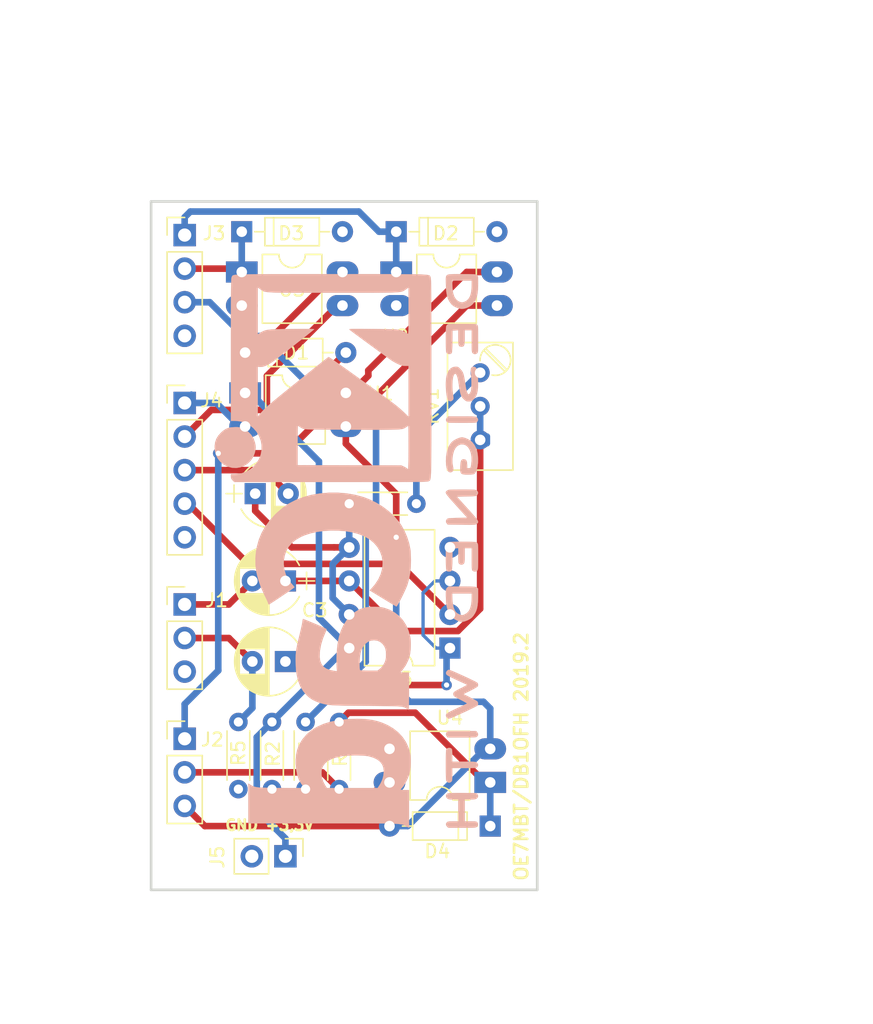
<source format=kicad_pcb>
(kicad_pcb (version 20171130) (host pcbnew "(5.0.0)")

  (general
    (thickness 1.6)
    (drawings 6)
    (tracks 136)
    (zones 0)
    (modules 24)
    (nets 21)
  )

  (page A4)
  (layers
    (0 F.Cu signal)
    (31 B.Cu signal)
    (32 B.Adhes user)
    (33 F.Adhes user)
    (34 B.Paste user)
    (35 F.Paste user)
    (36 B.SilkS user)
    (37 F.SilkS user)
    (38 B.Mask user)
    (39 F.Mask user)
    (40 Dwgs.User user)
    (41 Cmts.User user)
    (42 Eco1.User user)
    (43 Eco2.User user)
    (44 Edge.Cuts user)
    (45 Margin user)
    (46 B.CrtYd user)
    (47 F.CrtYd user)
    (48 B.Fab user)
    (49 F.Fab user)
  )

  (setup
    (last_trace_width 0.5)
    (trace_clearance 0.2)
    (zone_clearance 0.508)
    (zone_45_only no)
    (trace_min 0.2)
    (segment_width 0.2)
    (edge_width 0.15)
    (via_size 0.8)
    (via_drill 0.4)
    (via_min_size 0.4)
    (via_min_drill 0.3)
    (uvia_size 0.3)
    (uvia_drill 0.1)
    (uvias_allowed no)
    (uvia_min_size 0.2)
    (uvia_min_drill 0.1)
    (pcb_text_width 0.3)
    (pcb_text_size 1.5 1.5)
    (mod_edge_width 0.15)
    (mod_text_size 1 1)
    (mod_text_width 0.15)
    (pad_size 1.524 1.524)
    (pad_drill 0.762)
    (pad_to_mask_clearance 0.2)
    (aux_axis_origin 0 0)
    (visible_elements 7FFDFFFF)
    (pcbplotparams
      (layerselection 0x010fc_ffffffff)
      (usegerberextensions false)
      (usegerberattributes false)
      (usegerberadvancedattributes false)
      (creategerberjobfile false)
      (excludeedgelayer true)
      (linewidth 0.100000)
      (plotframeref false)
      (viasonmask false)
      (mode 1)
      (useauxorigin false)
      (hpglpennumber 1)
      (hpglpenspeed 20)
      (hpglpendiameter 15.000000)
      (psnegative false)
      (psa4output false)
      (plotreference true)
      (plotvalue true)
      (plotinvisibletext false)
      (padsonsilk false)
      (subtractmaskfromsilk false)
      (outputformat 1)
      (mirror false)
      (drillshape 1)
      (scaleselection 1)
      (outputdirectory ""))
  )

  (net 0 "")
  (net 1 RPI_GPIO1)
  (net 2 RADIO_GND)
  (net 3 RADIO_PTT)
  (net 4 "Net-(C1-Pad1)")
  (net 5 "Net-(C2-Pad1)")
  (net 6 MMDVM_PTT)
  (net 7 RPI_GPIO2)
  (net 8 "Net-(D4-Pad1)")
  (net 9 RADIO_SQL)
  (net 10 "Net-(R2-Pad2)")
  (net 11 MMDVM_COS_PIN)
  (net 12 RPI_GPIO3)
  (net 13 "MMDVM_MCP6002_PIN6(TX)")
  (net 14 SND_MIC)
  (net 15 SND_SPK)
  (net 16 "Net-(C3-Pad1)")
  (net 17 +3V3)
  (net 18 GND)
  (net 19 "MMDVM_MCP6002_PIN1(RX)")
  (net 20 "Net-(R4-Pad1)")

  (net_class Default "Dies ist die voreingestellte Netzklasse."
    (clearance 0.2)
    (trace_width 0.5)
    (via_dia 0.8)
    (via_drill 0.4)
    (uvia_dia 0.3)
    (uvia_drill 0.1)
    (add_net +3V3)
    (add_net GND)
    (add_net MMDVM_COS_PIN)
    (add_net "MMDVM_MCP6002_PIN1(RX)")
    (add_net "MMDVM_MCP6002_PIN6(TX)")
    (add_net MMDVM_PTT)
    (add_net "Net-(C1-Pad1)")
    (add_net "Net-(C2-Pad1)")
    (add_net "Net-(C3-Pad1)")
    (add_net "Net-(D4-Pad1)")
    (add_net "Net-(R2-Pad2)")
    (add_net "Net-(R4-Pad1)")
    (add_net RADIO_GND)
    (add_net RADIO_PTT)
    (add_net RADIO_SQL)
    (add_net RPI_GPIO1)
    (add_net RPI_GPIO2)
    (add_net RPI_GPIO3)
    (add_net SND_MIC)
    (add_net SND_SPK)
  )

  (net_class POWER ""
    (clearance 0.2)
    (trace_width 1)
    (via_dia 1)
    (via_drill 0.4)
    (uvia_dia 0.3)
    (uvia_drill 0.1)
  )

  (module Pin_Headers:Pin_Header_Straight_1x03_Pitch2.54mm (layer F.Cu) (tedit 59650532) (tstamp 5C6A04AB)
    (at 100.33 90.17)
    (descr "Through hole straight pin header, 1x03, 2.54mm pitch, single row")
    (tags "Through hole pin header THT 1x03 2.54mm single row")
    (path /5C6C35EE)
    (fp_text reference J2 (at 2.0955 0.0635) (layer F.SilkS)
      (effects (font (size 1 1) (thickness 0.15)))
    )
    (fp_text value RADIO (at -3.81 0 90) (layer F.Fab)
      (effects (font (size 1 1) (thickness 0.15)))
    )
    (fp_text user %R (at 0 2.54 90) (layer F.Fab)
      (effects (font (size 1 1) (thickness 0.15)))
    )
    (fp_line (start 1.8 -1.8) (end -1.8 -1.8) (layer F.CrtYd) (width 0.05))
    (fp_line (start 1.8 6.85) (end 1.8 -1.8) (layer F.CrtYd) (width 0.05))
    (fp_line (start -1.8 6.85) (end 1.8 6.85) (layer F.CrtYd) (width 0.05))
    (fp_line (start -1.8 -1.8) (end -1.8 6.85) (layer F.CrtYd) (width 0.05))
    (fp_line (start -1.33 -1.33) (end 0 -1.33) (layer F.SilkS) (width 0.12))
    (fp_line (start -1.33 0) (end -1.33 -1.33) (layer F.SilkS) (width 0.12))
    (fp_line (start -1.33 1.27) (end 1.33 1.27) (layer F.SilkS) (width 0.12))
    (fp_line (start 1.33 1.27) (end 1.33 6.41) (layer F.SilkS) (width 0.12))
    (fp_line (start -1.33 1.27) (end -1.33 6.41) (layer F.SilkS) (width 0.12))
    (fp_line (start -1.33 6.41) (end 1.33 6.41) (layer F.SilkS) (width 0.12))
    (fp_line (start -1.27 -0.635) (end -0.635 -1.27) (layer F.Fab) (width 0.1))
    (fp_line (start -1.27 6.35) (end -1.27 -0.635) (layer F.Fab) (width 0.1))
    (fp_line (start 1.27 6.35) (end -1.27 6.35) (layer F.Fab) (width 0.1))
    (fp_line (start 1.27 -1.27) (end 1.27 6.35) (layer F.Fab) (width 0.1))
    (fp_line (start -0.635 -1.27) (end 1.27 -1.27) (layer F.Fab) (width 0.1))
    (pad 3 thru_hole oval (at 0 5.08) (size 1.7 1.7) (drill 1) (layers *.Cu *.Mask)
      (net 2 RADIO_GND))
    (pad 2 thru_hole oval (at 0 2.54) (size 1.7 1.7) (drill 1) (layers *.Cu *.Mask)
      (net 9 RADIO_SQL))
    (pad 1 thru_hole rect (at 0 0) (size 1.7 1.7) (drill 1) (layers *.Cu *.Mask)
      (net 3 RADIO_PTT))
    (model ${KISYS3DMOD}/Pin_Headers.3dshapes/Pin_Header_Straight_1x03_Pitch2.54mm.wrl
      (at (xyz 0 0 0))
      (scale (xyz 1 1 1))
      (rotate (xyz 0 0 0))
    )
  )

  (module Housings_DIP:DIP-4_W7.62mm_LongPads (layer F.Cu) (tedit 59C78D6B) (tstamp 5C69D0F9)
    (at 116.332 54.864)
    (descr "4-lead though-hole mounted DIP package, row spacing 7.62 mm (300 mils), LongPads")
    (tags "THT DIP DIL PDIP 2.54mm 7.62mm 300mil LongPads")
    (path /5C69B589)
    (fp_text reference U2 (at -0.0635 4.8895) (layer F.SilkS)
      (effects (font (size 1 1) (thickness 0.15)))
    )
    (fp_text value PC817 (at 3.81 4.87) (layer F.Fab)
      (effects (font (size 1 1) (thickness 0.15)))
    )
    (fp_text user %R (at 3.81 1.27) (layer F.Fab)
      (effects (font (size 1 1) (thickness 0.15)))
    )
    (fp_line (start 9.1 -1.55) (end -1.45 -1.55) (layer F.CrtYd) (width 0.05))
    (fp_line (start 9.1 4.1) (end 9.1 -1.55) (layer F.CrtYd) (width 0.05))
    (fp_line (start -1.45 4.1) (end 9.1 4.1) (layer F.CrtYd) (width 0.05))
    (fp_line (start -1.45 -1.55) (end -1.45 4.1) (layer F.CrtYd) (width 0.05))
    (fp_line (start 6.06 -1.33) (end 4.81 -1.33) (layer F.SilkS) (width 0.12))
    (fp_line (start 6.06 3.87) (end 6.06 -1.33) (layer F.SilkS) (width 0.12))
    (fp_line (start 1.56 3.87) (end 6.06 3.87) (layer F.SilkS) (width 0.12))
    (fp_line (start 1.56 -1.33) (end 1.56 3.87) (layer F.SilkS) (width 0.12))
    (fp_line (start 2.81 -1.33) (end 1.56 -1.33) (layer F.SilkS) (width 0.12))
    (fp_line (start 0.635 -0.27) (end 1.635 -1.27) (layer F.Fab) (width 0.1))
    (fp_line (start 0.635 3.81) (end 0.635 -0.27) (layer F.Fab) (width 0.1))
    (fp_line (start 6.985 3.81) (end 0.635 3.81) (layer F.Fab) (width 0.1))
    (fp_line (start 6.985 -1.27) (end 6.985 3.81) (layer F.Fab) (width 0.1))
    (fp_line (start 1.635 -1.27) (end 6.985 -1.27) (layer F.Fab) (width 0.1))
    (fp_arc (start 3.81 -1.33) (end 2.81 -1.33) (angle -180) (layer F.SilkS) (width 0.12))
    (pad 4 thru_hole oval (at 7.62 0) (size 2.4 1.6) (drill 0.8) (layers *.Cu *.Mask)
      (net 3 RADIO_PTT))
    (pad 2 thru_hole oval (at 0 2.54) (size 2.4 1.6) (drill 0.8) (layers *.Cu *.Mask)
      (net 18 GND))
    (pad 3 thru_hole oval (at 7.62 2.54) (size 2.4 1.6) (drill 0.8) (layers *.Cu *.Mask)
      (net 2 RADIO_GND))
    (pad 1 thru_hole rect (at 0 0) (size 2.4 1.6) (drill 0.8) (layers *.Cu *.Mask)
      (net 1 RPI_GPIO1))
    (model ${KISYS3DMOD}/Housings_DIP.3dshapes/DIP-4_W7.62mm.wrl
      (at (xyz 0 0 0))
      (scale (xyz 1 1 1))
      (rotate (xyz 0 0 0))
    )
  )

  (module Resistors_THT:R_Axial_DIN0204_L3.6mm_D1.6mm_P5.08mm_Horizontal (layer F.Cu) (tedit 5874F706) (tstamp 5C6A0504)
    (at 117.856 72.39 180)
    (descr "Resistor, Axial_DIN0204 series, Axial, Horizontal, pin pitch=5.08mm, 0.16666666666666666W = 1/6W, length*diameter=3.6*1.6mm^2, http://cdn-reichelt.de/documents/datenblatt/B400/1_4W%23YAG.pdf")
    (tags "Resistor Axial_DIN0204 series Axial Horizontal pin pitch 5.08mm 0.16666666666666666W = 1/6W length 3.6mm diameter 1.6mm")
    (path /5C6B0377)
    (fp_text reference R4 (at 2.159 2.2225 180) (layer F.SilkS)
      (effects (font (size 1 1) (thickness 0.15)))
    )
    (fp_text value 500K (at 2.54 1.86 180) (layer F.Fab)
      (effects (font (size 1 1) (thickness 0.15)))
    )
    (fp_line (start 6.05 -1.15) (end -0.95 -1.15) (layer F.CrtYd) (width 0.05))
    (fp_line (start 6.05 1.15) (end 6.05 -1.15) (layer F.CrtYd) (width 0.05))
    (fp_line (start -0.95 1.15) (end 6.05 1.15) (layer F.CrtYd) (width 0.05))
    (fp_line (start -0.95 -1.15) (end -0.95 1.15) (layer F.CrtYd) (width 0.05))
    (fp_line (start 0.68 0.86) (end 4.4 0.86) (layer F.SilkS) (width 0.12))
    (fp_line (start 0.68 -0.86) (end 4.4 -0.86) (layer F.SilkS) (width 0.12))
    (fp_line (start 5.08 0) (end 4.34 0) (layer F.Fab) (width 0.1))
    (fp_line (start 0 0) (end 0.74 0) (layer F.Fab) (width 0.1))
    (fp_line (start 4.34 -0.8) (end 0.74 -0.8) (layer F.Fab) (width 0.1))
    (fp_line (start 4.34 0.8) (end 4.34 -0.8) (layer F.Fab) (width 0.1))
    (fp_line (start 0.74 0.8) (end 4.34 0.8) (layer F.Fab) (width 0.1))
    (fp_line (start 0.74 -0.8) (end 0.74 0.8) (layer F.Fab) (width 0.1))
    (pad 2 thru_hole oval (at 5.08 0 180) (size 1.4 1.4) (drill 0.7) (layers *.Cu *.Mask)
      (net 4 "Net-(C1-Pad1)"))
    (pad 1 thru_hole circle (at 0 0 180) (size 1.4 1.4) (drill 0.7) (layers *.Cu *.Mask)
      (net 20 "Net-(R4-Pad1)"))
    (model ${KISYS3DMOD}/Resistors_THT.3dshapes/R_Axial_DIN0204_L3.6mm_D1.6mm_P5.08mm_Horizontal.wrl
      (at (xyz 0 0 0))
      (scale (xyz 0.393701 0.393701 0.393701))
      (rotate (xyz 0 0 0))
    )
  )

  (module Housings_DIP:DIP-4_W7.62mm_LongPads (layer F.Cu) (tedit 59C78D6B) (tstamp 5C6B6F84)
    (at 123.444 93.472 180)
    (descr "4-lead though-hole mounted DIP package, row spacing 7.62 mm (300 mils), LongPads")
    (tags "THT DIP DIL PDIP 2.54mm 7.62mm 300mil LongPads")
    (path /5C69D1F9)
    (fp_text reference U4 (at 3.048 4.8895 180) (layer F.SilkS)
      (effects (font (size 1 1) (thickness 0.15)))
    )
    (fp_text value PC817 (at 3.81 4.87 180) (layer F.Fab)
      (effects (font (size 1 1) (thickness 0.15)))
    )
    (fp_text user %R (at 3.81 1.27 180) (layer F.Fab)
      (effects (font (size 1 1) (thickness 0.15)))
    )
    (fp_line (start 9.1 -1.55) (end -1.45 -1.55) (layer F.CrtYd) (width 0.05))
    (fp_line (start 9.1 4.1) (end 9.1 -1.55) (layer F.CrtYd) (width 0.05))
    (fp_line (start -1.45 4.1) (end 9.1 4.1) (layer F.CrtYd) (width 0.05))
    (fp_line (start -1.45 -1.55) (end -1.45 4.1) (layer F.CrtYd) (width 0.05))
    (fp_line (start 6.06 -1.33) (end 4.81 -1.33) (layer F.SilkS) (width 0.12))
    (fp_line (start 6.06 3.87) (end 6.06 -1.33) (layer F.SilkS) (width 0.12))
    (fp_line (start 1.56 3.87) (end 6.06 3.87) (layer F.SilkS) (width 0.12))
    (fp_line (start 1.56 -1.33) (end 1.56 3.87) (layer F.SilkS) (width 0.12))
    (fp_line (start 2.81 -1.33) (end 1.56 -1.33) (layer F.SilkS) (width 0.12))
    (fp_line (start 0.635 -0.27) (end 1.635 -1.27) (layer F.Fab) (width 0.1))
    (fp_line (start 0.635 3.81) (end 0.635 -0.27) (layer F.Fab) (width 0.1))
    (fp_line (start 6.985 3.81) (end 0.635 3.81) (layer F.Fab) (width 0.1))
    (fp_line (start 6.985 -1.27) (end 6.985 3.81) (layer F.Fab) (width 0.1))
    (fp_line (start 1.635 -1.27) (end 6.985 -1.27) (layer F.Fab) (width 0.1))
    (fp_arc (start 3.81 -1.33) (end 2.81 -1.33) (angle -180) (layer F.SilkS) (width 0.12))
    (pad 4 thru_hole oval (at 7.62 0 180) (size 2.4 1.6) (drill 0.8) (layers *.Cu *.Mask)
      (net 10 "Net-(R2-Pad2)"))
    (pad 2 thru_hole oval (at 0 2.54 180) (size 2.4 1.6) (drill 0.8) (layers *.Cu *.Mask)
      (net 2 RADIO_GND))
    (pad 3 thru_hole oval (at 7.62 2.54 180) (size 2.4 1.6) (drill 0.8) (layers *.Cu *.Mask)
      (net 18 GND))
    (pad 1 thru_hole rect (at 0 0 180) (size 2.4 1.6) (drill 0.8) (layers *.Cu *.Mask)
      (net 8 "Net-(D4-Pad1)"))
    (model ${KISYS3DMOD}/Housings_DIP.3dshapes/DIP-4_W7.62mm.wrl
      (at (xyz 0 0 0))
      (scale (xyz 1 1 1))
      (rotate (xyz 0 0 0))
    )
  )

  (module Housings_DIP:DIP-4_W7.62mm_LongPads (layer F.Cu) (tedit 59C78D6B) (tstamp 5C69DAF5)
    (at 104.648 54.864)
    (descr "4-lead though-hole mounted DIP package, row spacing 7.62 mm (300 mils), LongPads")
    (tags "THT DIP DIL PDIP 2.54mm 7.62mm 300mil LongPads")
    (path /5C69D216)
    (fp_text reference U3 (at 3.81 1.3335) (layer F.SilkS)
      (effects (font (size 1 1) (thickness 0.15)))
    )
    (fp_text value PC817 (at 3.81 4.87) (layer F.Fab)
      (effects (font (size 1 1) (thickness 0.15)))
    )
    (fp_arc (start 3.81 -1.33) (end 2.81 -1.33) (angle -180) (layer F.SilkS) (width 0.12))
    (fp_line (start 1.635 -1.27) (end 6.985 -1.27) (layer F.Fab) (width 0.1))
    (fp_line (start 6.985 -1.27) (end 6.985 3.81) (layer F.Fab) (width 0.1))
    (fp_line (start 6.985 3.81) (end 0.635 3.81) (layer F.Fab) (width 0.1))
    (fp_line (start 0.635 3.81) (end 0.635 -0.27) (layer F.Fab) (width 0.1))
    (fp_line (start 0.635 -0.27) (end 1.635 -1.27) (layer F.Fab) (width 0.1))
    (fp_line (start 2.81 -1.33) (end 1.56 -1.33) (layer F.SilkS) (width 0.12))
    (fp_line (start 1.56 -1.33) (end 1.56 3.87) (layer F.SilkS) (width 0.12))
    (fp_line (start 1.56 3.87) (end 6.06 3.87) (layer F.SilkS) (width 0.12))
    (fp_line (start 6.06 3.87) (end 6.06 -1.33) (layer F.SilkS) (width 0.12))
    (fp_line (start 6.06 -1.33) (end 4.81 -1.33) (layer F.SilkS) (width 0.12))
    (fp_line (start -1.45 -1.55) (end -1.45 4.1) (layer F.CrtYd) (width 0.05))
    (fp_line (start -1.45 4.1) (end 9.1 4.1) (layer F.CrtYd) (width 0.05))
    (fp_line (start 9.1 4.1) (end 9.1 -1.55) (layer F.CrtYd) (width 0.05))
    (fp_line (start 9.1 -1.55) (end -1.45 -1.55) (layer F.CrtYd) (width 0.05))
    (fp_text user %R (at 3.81 1.27) (layer F.Fab)
      (effects (font (size 1 1) (thickness 0.15)))
    )
    (pad 1 thru_hole rect (at 0 0) (size 2.4 1.6) (drill 0.8) (layers *.Cu *.Mask)
      (net 7 RPI_GPIO2))
    (pad 3 thru_hole oval (at 7.62 2.54) (size 2.4 1.6) (drill 0.8) (layers *.Cu *.Mask)
      (net 11 MMDVM_COS_PIN))
    (pad 2 thru_hole oval (at 0 2.54) (size 2.4 1.6) (drill 0.8) (layers *.Cu *.Mask)
      (net 18 GND))
    (pad 4 thru_hole oval (at 7.62 0) (size 2.4 1.6) (drill 0.8) (layers *.Cu *.Mask)
      (net 17 +3V3))
    (model ${KISYS3DMOD}/Housings_DIP.3dshapes/DIP-4_W7.62mm.wrl
      (at (xyz 0 0 0))
      (scale (xyz 1 1 1))
      (rotate (xyz 0 0 0))
    )
  )

  (module Resistors_THT:R_Axial_DIN0204_L3.6mm_D1.6mm_P5.08mm_Horizontal (layer F.Cu) (tedit 5874F706) (tstamp 5C69DADD)
    (at 109.474 88.9 270)
    (descr "Resistor, Axial_DIN0204 series, Axial, Horizontal, pin pitch=5.08mm, 0.16666666666666666W = 1/6W, length*diameter=3.6*1.6mm^2, http://cdn-reichelt.de/documents/datenblatt/B400/1_4W%23YAG.pdf")
    (tags "Resistor Axial_DIN0204 series Axial Horizontal pin pitch 5.08mm 0.16666666666666666W = 1/6W length 3.6mm diameter 1.6mm")
    (path /5C69EE9F)
    (fp_text reference R3 (at 2.413 -0.0635 270) (layer F.SilkS)
      (effects (font (size 1 1) (thickness 0.15)))
    )
    (fp_text value 1K (at 2.54 1.86 270) (layer F.Fab)
      (effects (font (size 1 1) (thickness 0.15)))
    )
    (fp_line (start 6.05 -1.15) (end -0.95 -1.15) (layer F.CrtYd) (width 0.05))
    (fp_line (start 6.05 1.15) (end 6.05 -1.15) (layer F.CrtYd) (width 0.05))
    (fp_line (start -0.95 1.15) (end 6.05 1.15) (layer F.CrtYd) (width 0.05))
    (fp_line (start -0.95 -1.15) (end -0.95 1.15) (layer F.CrtYd) (width 0.05))
    (fp_line (start 0.68 0.86) (end 4.4 0.86) (layer F.SilkS) (width 0.12))
    (fp_line (start 0.68 -0.86) (end 4.4 -0.86) (layer F.SilkS) (width 0.12))
    (fp_line (start 5.08 0) (end 4.34 0) (layer F.Fab) (width 0.1))
    (fp_line (start 0 0) (end 0.74 0) (layer F.Fab) (width 0.1))
    (fp_line (start 4.34 -0.8) (end 0.74 -0.8) (layer F.Fab) (width 0.1))
    (fp_line (start 4.34 0.8) (end 4.34 -0.8) (layer F.Fab) (width 0.1))
    (fp_line (start 0.74 0.8) (end 4.34 0.8) (layer F.Fab) (width 0.1))
    (fp_line (start 0.74 -0.8) (end 0.74 0.8) (layer F.Fab) (width 0.1))
    (pad 2 thru_hole oval (at 5.08 0 270) (size 1.4 1.4) (drill 0.7) (layers *.Cu *.Mask)
      (net 10 "Net-(R2-Pad2)"))
    (pad 1 thru_hole circle (at 0 0 270) (size 1.4 1.4) (drill 0.7) (layers *.Cu *.Mask)
      (net 12 RPI_GPIO3))
    (model ${KISYS3DMOD}/Resistors_THT.3dshapes/R_Axial_DIN0204_L3.6mm_D1.6mm_P5.08mm_Horizontal.wrl
      (at (xyz 0 0 0))
      (scale (xyz 0.393701 0.393701 0.393701))
      (rotate (xyz 0 0 0))
    )
  )

  (module Potentiometers:Potentiometer_Trimmer_Bourns_3296W (layer F.Cu) (tedit 58826ECB) (tstamp 5C6A0530)
    (at 122.682 62.484 90)
    (descr "Spindle Trimmer Potentiometer, Bourns 3296W, https://www.bourns.com/pdfs/3296.pdf")
    (tags "Spindle Trimmer Potentiometer   Bourns 3296W")
    (path /5C6B02D7)
    (fp_text reference RV1 (at -2.54 -3.66 90) (layer F.SilkS)
      (effects (font (size 1 1) (thickness 0.15)))
    )
    (fp_text value 500K (at -2.54 3.67 90) (layer F.Fab)
      (effects (font (size 1 1) (thickness 0.15)))
    )
    (fp_line (start 2.5 -2.7) (end -7.6 -2.7) (layer F.CrtYd) (width 0.05))
    (fp_line (start 2.5 2.7) (end 2.5 -2.7) (layer F.CrtYd) (width 0.05))
    (fp_line (start -7.6 2.7) (end 2.5 2.7) (layer F.CrtYd) (width 0.05))
    (fp_line (start -7.6 -2.7) (end -7.6 2.7) (layer F.CrtYd) (width 0.05))
    (fp_line (start 1.691 0.275) (end 0.079 1.885) (layer F.SilkS) (width 0.12))
    (fp_line (start 1.831 0.416) (end 0.22 2.026) (layer F.SilkS) (width 0.12))
    (fp_line (start 2.285 -2.47) (end 2.285 2.481) (layer F.SilkS) (width 0.12))
    (fp_line (start -7.365 -2.47) (end -7.365 2.481) (layer F.SilkS) (width 0.12))
    (fp_line (start -7.365 2.481) (end 2.285 2.481) (layer F.SilkS) (width 0.12))
    (fp_line (start -7.365 -2.47) (end 2.285 -2.47) (layer F.SilkS) (width 0.12))
    (fp_line (start 1.652 0.32) (end 0.125 1.847) (layer F.Fab) (width 0.1))
    (fp_line (start 1.786 0.454) (end 0.259 1.981) (layer F.Fab) (width 0.1))
    (fp_line (start 2.225 -2.41) (end -7.305 -2.41) (layer F.Fab) (width 0.1))
    (fp_line (start 2.225 2.42) (end 2.225 -2.41) (layer F.Fab) (width 0.1))
    (fp_line (start -7.305 2.42) (end 2.225 2.42) (layer F.Fab) (width 0.1))
    (fp_line (start -7.305 -2.41) (end -7.305 2.42) (layer F.Fab) (width 0.1))
    (fp_circle (center 0.955 1.15) (end 2.05 1.15) (layer F.Fab) (width 0.1))
    (fp_arc (start 0.955 1.15) (end -0.174 0.91) (angle -103) (layer F.SilkS) (width 0.12))
    (fp_arc (start 0.955 1.15) (end 0.955 2.305) (angle -182) (layer F.SilkS) (width 0.12))
    (pad 3 thru_hole circle (at -5.08 0 90) (size 1.44 1.44) (drill 0.8) (layers *.Cu *.Mask)
      (net 16 "Net-(C3-Pad1)"))
    (pad 2 thru_hole circle (at -2.54 0 90) (size 1.44 1.44) (drill 0.8) (layers *.Cu *.Mask)
      (net 16 "Net-(C3-Pad1)"))
    (pad 1 thru_hole circle (at 0 0 90) (size 1.44 1.44) (drill 0.8) (layers *.Cu *.Mask)
      (net 20 "Net-(R4-Pad1)"))
    (model Potentiometers.3dshapes/Potentiometer_Trimmer_Bourns_3296W.wrl
      (at (xyz 0 0 0))
      (scale (xyz 1 1 1))
      (rotate (xyz 0 0 -90))
    )
  )

  (module Diodes_THT:D_DO-35_SOD27_P7.62mm_Horizontal (layer F.Cu) (tedit 5921392F) (tstamp 5C69BF78)
    (at 104.902 60.96)
    (descr "D, DO-35_SOD27 series, Axial, Horizontal, pin pitch=7.62mm, , length*diameter=4*2mm^2, , http://www.diodes.com/_files/packages/DO-35.pdf")
    (tags "D DO-35_SOD27 series Axial Horizontal pin pitch 7.62mm  length 4mm diameter 2mm")
    (path /5C69C04E)
    (fp_text reference D1 (at 3.8735 0) (layer F.SilkS)
      (effects (font (size 1 1) (thickness 0.15)))
    )
    (fp_text value D (at 3.81 2.06) (layer F.Fab)
      (effects (font (size 1 1) (thickness 0.15)))
    )
    (fp_text user %R (at 3.81 0) (layer F.Fab)
      (effects (font (size 1 1) (thickness 0.15)))
    )
    (fp_line (start 1.81 -1) (end 1.81 1) (layer F.Fab) (width 0.1))
    (fp_line (start 1.81 1) (end 5.81 1) (layer F.Fab) (width 0.1))
    (fp_line (start 5.81 1) (end 5.81 -1) (layer F.Fab) (width 0.1))
    (fp_line (start 5.81 -1) (end 1.81 -1) (layer F.Fab) (width 0.1))
    (fp_line (start 0 0) (end 1.81 0) (layer F.Fab) (width 0.1))
    (fp_line (start 7.62 0) (end 5.81 0) (layer F.Fab) (width 0.1))
    (fp_line (start 2.41 -1) (end 2.41 1) (layer F.Fab) (width 0.1))
    (fp_line (start 1.75 -1.06) (end 1.75 1.06) (layer F.SilkS) (width 0.12))
    (fp_line (start 1.75 1.06) (end 5.87 1.06) (layer F.SilkS) (width 0.12))
    (fp_line (start 5.87 1.06) (end 5.87 -1.06) (layer F.SilkS) (width 0.12))
    (fp_line (start 5.87 -1.06) (end 1.75 -1.06) (layer F.SilkS) (width 0.12))
    (fp_line (start 0.98 0) (end 1.75 0) (layer F.SilkS) (width 0.12))
    (fp_line (start 6.64 0) (end 5.87 0) (layer F.SilkS) (width 0.12))
    (fp_line (start 2.41 -1.06) (end 2.41 1.06) (layer F.SilkS) (width 0.12))
    (fp_line (start -1.05 -1.35) (end -1.05 1.35) (layer F.CrtYd) (width 0.05))
    (fp_line (start -1.05 1.35) (end 8.7 1.35) (layer F.CrtYd) (width 0.05))
    (fp_line (start 8.7 1.35) (end 8.7 -1.35) (layer F.CrtYd) (width 0.05))
    (fp_line (start 8.7 -1.35) (end -1.05 -1.35) (layer F.CrtYd) (width 0.05))
    (pad 1 thru_hole rect (at 0 0) (size 1.6 1.6) (drill 0.8) (layers *.Cu *.Mask)
      (net 17 +3V3))
    (pad 2 thru_hole oval (at 7.62 0) (size 1.6 1.6) (drill 0.8) (layers *.Cu *.Mask)
      (net 6 MMDVM_PTT))
    (model ${KISYS3DMOD}/Diodes_THT.3dshapes/D_DO-35_SOD27_P7.62mm_Horizontal.wrl
      (at (xyz 0 0 0))
      (scale (xyz 0.393701 0.393701 0.393701))
      (rotate (xyz 0 0 0))
    )
  )

  (module Diodes_THT:D_DO-35_SOD27_P7.62mm_Horizontal (layer F.Cu) (tedit 5921392F) (tstamp 5C6A4AFA)
    (at 116.332 51.816)
    (descr "D, DO-35_SOD27 series, Axial, Horizontal, pin pitch=7.62mm, , length*diameter=4*2mm^2, , http://www.diodes.com/_files/packages/DO-35.pdf")
    (tags "D DO-35_SOD27 series Axial Horizontal pin pitch 7.62mm  length 4mm diameter 2mm")
    (path /5C69B730)
    (fp_text reference D2 (at 3.7465 0.127) (layer F.SilkS)
      (effects (font (size 1 1) (thickness 0.15)))
    )
    (fp_text value D (at 3.81 2.06) (layer F.Fab)
      (effects (font (size 1 1) (thickness 0.15)))
    )
    (fp_line (start 8.7 -1.35) (end -1.05 -1.35) (layer F.CrtYd) (width 0.05))
    (fp_line (start 8.7 1.35) (end 8.7 -1.35) (layer F.CrtYd) (width 0.05))
    (fp_line (start -1.05 1.35) (end 8.7 1.35) (layer F.CrtYd) (width 0.05))
    (fp_line (start -1.05 -1.35) (end -1.05 1.35) (layer F.CrtYd) (width 0.05))
    (fp_line (start 2.41 -1.06) (end 2.41 1.06) (layer F.SilkS) (width 0.12))
    (fp_line (start 6.64 0) (end 5.87 0) (layer F.SilkS) (width 0.12))
    (fp_line (start 0.98 0) (end 1.75 0) (layer F.SilkS) (width 0.12))
    (fp_line (start 5.87 -1.06) (end 1.75 -1.06) (layer F.SilkS) (width 0.12))
    (fp_line (start 5.87 1.06) (end 5.87 -1.06) (layer F.SilkS) (width 0.12))
    (fp_line (start 1.75 1.06) (end 5.87 1.06) (layer F.SilkS) (width 0.12))
    (fp_line (start 1.75 -1.06) (end 1.75 1.06) (layer F.SilkS) (width 0.12))
    (fp_line (start 2.41 -1) (end 2.41 1) (layer F.Fab) (width 0.1))
    (fp_line (start 7.62 0) (end 5.81 0) (layer F.Fab) (width 0.1))
    (fp_line (start 0 0) (end 1.81 0) (layer F.Fab) (width 0.1))
    (fp_line (start 5.81 -1) (end 1.81 -1) (layer F.Fab) (width 0.1))
    (fp_line (start 5.81 1) (end 5.81 -1) (layer F.Fab) (width 0.1))
    (fp_line (start 1.81 1) (end 5.81 1) (layer F.Fab) (width 0.1))
    (fp_line (start 1.81 -1) (end 1.81 1) (layer F.Fab) (width 0.1))
    (fp_text user %R (at 3.81 0) (layer F.Fab)
      (effects (font (size 1 1) (thickness 0.15)))
    )
    (pad 2 thru_hole oval (at 7.62 0) (size 1.6 1.6) (drill 0.8) (layers *.Cu *.Mask)
      (net 18 GND))
    (pad 1 thru_hole rect (at 0 0) (size 1.6 1.6) (drill 0.8) (layers *.Cu *.Mask)
      (net 1 RPI_GPIO1))
    (model ${KISYS3DMOD}/Diodes_THT.3dshapes/D_DO-35_SOD27_P7.62mm_Horizontal.wrl
      (at (xyz 0 0 0))
      (scale (xyz 0.393701 0.393701 0.393701))
      (rotate (xyz 0 0 0))
    )
  )

  (module Housings_DIP:DIP-4_W7.62mm_LongPads (layer F.Cu) (tedit 59C78D6B) (tstamp 5C69D0E1)
    (at 104.902 64.008)
    (descr "4-lead though-hole mounted DIP package, row spacing 7.62 mm (300 mils), LongPads")
    (tags "THT DIP DIL PDIP 2.54mm 7.62mm 300mil LongPads")
    (path /5C69C041)
    (fp_text reference U1 (at 10.2235 0.0635) (layer F.SilkS)
      (effects (font (size 1 1) (thickness 0.15)))
    )
    (fp_text value PC817 (at 3.81 4.87) (layer F.Fab)
      (effects (font (size 1 1) (thickness 0.15)))
    )
    (fp_arc (start 3.81 -1.33) (end 2.81 -1.33) (angle -180) (layer F.SilkS) (width 0.12))
    (fp_line (start 1.635 -1.27) (end 6.985 -1.27) (layer F.Fab) (width 0.1))
    (fp_line (start 6.985 -1.27) (end 6.985 3.81) (layer F.Fab) (width 0.1))
    (fp_line (start 6.985 3.81) (end 0.635 3.81) (layer F.Fab) (width 0.1))
    (fp_line (start 0.635 3.81) (end 0.635 -0.27) (layer F.Fab) (width 0.1))
    (fp_line (start 0.635 -0.27) (end 1.635 -1.27) (layer F.Fab) (width 0.1))
    (fp_line (start 2.81 -1.33) (end 1.56 -1.33) (layer F.SilkS) (width 0.12))
    (fp_line (start 1.56 -1.33) (end 1.56 3.87) (layer F.SilkS) (width 0.12))
    (fp_line (start 1.56 3.87) (end 6.06 3.87) (layer F.SilkS) (width 0.12))
    (fp_line (start 6.06 3.87) (end 6.06 -1.33) (layer F.SilkS) (width 0.12))
    (fp_line (start 6.06 -1.33) (end 4.81 -1.33) (layer F.SilkS) (width 0.12))
    (fp_line (start -1.45 -1.55) (end -1.45 4.1) (layer F.CrtYd) (width 0.05))
    (fp_line (start -1.45 4.1) (end 9.1 4.1) (layer F.CrtYd) (width 0.05))
    (fp_line (start 9.1 4.1) (end 9.1 -1.55) (layer F.CrtYd) (width 0.05))
    (fp_line (start 9.1 -1.55) (end -1.45 -1.55) (layer F.CrtYd) (width 0.05))
    (fp_text user %R (at 3.81 1.27) (layer F.Fab)
      (effects (font (size 1 1) (thickness 0.15)))
    )
    (pad 1 thru_hole rect (at 0 0) (size 2.4 1.6) (drill 0.8) (layers *.Cu *.Mask)
      (net 17 +3V3))
    (pad 3 thru_hole oval (at 7.62 2.54) (size 2.4 1.6) (drill 0.8) (layers *.Cu *.Mask)
      (net 2 RADIO_GND))
    (pad 2 thru_hole oval (at 0 2.54) (size 2.4 1.6) (drill 0.8) (layers *.Cu *.Mask)
      (net 6 MMDVM_PTT))
    (pad 4 thru_hole oval (at 7.62 0) (size 2.4 1.6) (drill 0.8) (layers *.Cu *.Mask)
      (net 3 RADIO_PTT))
    (model ${KISYS3DMOD}/Housings_DIP.3dshapes/DIP-4_W7.62mm.wrl
      (at (xyz 0 0 0))
      (scale (xyz 1 1 1))
      (rotate (xyz 0 0 0))
    )
  )

  (module Capacitors_THT:CP_Radial_D5.0mm_P2.50mm (layer F.Cu) (tedit 597BC7C2) (tstamp 5C69DA14)
    (at 105.664 71.628)
    (descr "CP, Radial series, Radial, pin pitch=2.50mm, , diameter=5mm, Electrolytic Capacitor")
    (tags "CP Radial series Radial pin pitch 2.50mm  diameter 5mm Electrolytic Capacitor")
    (path /5C6A1A34)
    (fp_text reference C1 (at 4.8895 2.159) (layer F.SilkS)
      (effects (font (size 1 1) (thickness 0.15)))
    )
    (fp_text value 47uF (at 1.25 3.81) (layer F.Fab)
      (effects (font (size 1 1) (thickness 0.15)))
    )
    (fp_text user %R (at 3.556 1.27) (layer F.Fab)
      (effects (font (size 1 1) (thickness 0.15)))
    )
    (fp_line (start 4.1 -2.85) (end -1.6 -2.85) (layer F.CrtYd) (width 0.05))
    (fp_line (start 4.1 2.85) (end 4.1 -2.85) (layer F.CrtYd) (width 0.05))
    (fp_line (start -1.6 2.85) (end 4.1 2.85) (layer F.CrtYd) (width 0.05))
    (fp_line (start -1.6 -2.85) (end -1.6 2.85) (layer F.CrtYd) (width 0.05))
    (fp_line (start -1.6 -0.65) (end -1.6 0.65) (layer F.SilkS) (width 0.12))
    (fp_line (start -2.2 0) (end -1 0) (layer F.SilkS) (width 0.12))
    (fp_line (start 3.811 -0.354) (end 3.811 0.354) (layer F.SilkS) (width 0.12))
    (fp_line (start 3.771 -0.559) (end 3.771 0.559) (layer F.SilkS) (width 0.12))
    (fp_line (start 3.731 -0.707) (end 3.731 0.707) (layer F.SilkS) (width 0.12))
    (fp_line (start 3.691 -0.829) (end 3.691 0.829) (layer F.SilkS) (width 0.12))
    (fp_line (start 3.651 -0.934) (end 3.651 0.934) (layer F.SilkS) (width 0.12))
    (fp_line (start 3.611 -1.028) (end 3.611 1.028) (layer F.SilkS) (width 0.12))
    (fp_line (start 3.571 -1.112) (end 3.571 1.112) (layer F.SilkS) (width 0.12))
    (fp_line (start 3.531 -1.189) (end 3.531 1.189) (layer F.SilkS) (width 0.12))
    (fp_line (start 3.491 -1.261) (end 3.491 1.261) (layer F.SilkS) (width 0.12))
    (fp_line (start 3.451 0.98) (end 3.451 1.327) (layer F.SilkS) (width 0.12))
    (fp_line (start 3.451 -1.327) (end 3.451 -0.98) (layer F.SilkS) (width 0.12))
    (fp_line (start 3.411 0.98) (end 3.411 1.39) (layer F.SilkS) (width 0.12))
    (fp_line (start 3.411 -1.39) (end 3.411 -0.98) (layer F.SilkS) (width 0.12))
    (fp_line (start 3.371 0.98) (end 3.371 1.448) (layer F.SilkS) (width 0.12))
    (fp_line (start 3.371 -1.448) (end 3.371 -0.98) (layer F.SilkS) (width 0.12))
    (fp_line (start 3.331 0.98) (end 3.331 1.504) (layer F.SilkS) (width 0.12))
    (fp_line (start 3.331 -1.504) (end 3.331 -0.98) (layer F.SilkS) (width 0.12))
    (fp_line (start 3.291 0.98) (end 3.291 1.556) (layer F.SilkS) (width 0.12))
    (fp_line (start 3.291 -1.556) (end 3.291 -0.98) (layer F.SilkS) (width 0.12))
    (fp_line (start 3.251 0.98) (end 3.251 1.606) (layer F.SilkS) (width 0.12))
    (fp_line (start 3.251 -1.606) (end 3.251 -0.98) (layer F.SilkS) (width 0.12))
    (fp_line (start 3.211 0.98) (end 3.211 1.654) (layer F.SilkS) (width 0.12))
    (fp_line (start 3.211 -1.654) (end 3.211 -0.98) (layer F.SilkS) (width 0.12))
    (fp_line (start 3.171 0.98) (end 3.171 1.699) (layer F.SilkS) (width 0.12))
    (fp_line (start 3.171 -1.699) (end 3.171 -0.98) (layer F.SilkS) (width 0.12))
    (fp_line (start 3.131 0.98) (end 3.131 1.742) (layer F.SilkS) (width 0.12))
    (fp_line (start 3.131 -1.742) (end 3.131 -0.98) (layer F.SilkS) (width 0.12))
    (fp_line (start 3.091 0.98) (end 3.091 1.783) (layer F.SilkS) (width 0.12))
    (fp_line (start 3.091 -1.783) (end 3.091 -0.98) (layer F.SilkS) (width 0.12))
    (fp_line (start 3.051 0.98) (end 3.051 1.823) (layer F.SilkS) (width 0.12))
    (fp_line (start 3.051 -1.823) (end 3.051 -0.98) (layer F.SilkS) (width 0.12))
    (fp_line (start 3.011 0.98) (end 3.011 1.861) (layer F.SilkS) (width 0.12))
    (fp_line (start 3.011 -1.861) (end 3.011 -0.98) (layer F.SilkS) (width 0.12))
    (fp_line (start 2.971 0.98) (end 2.971 1.897) (layer F.SilkS) (width 0.12))
    (fp_line (start 2.971 -1.897) (end 2.971 -0.98) (layer F.SilkS) (width 0.12))
    (fp_line (start 2.931 0.98) (end 2.931 1.932) (layer F.SilkS) (width 0.12))
    (fp_line (start 2.931 -1.932) (end 2.931 -0.98) (layer F.SilkS) (width 0.12))
    (fp_line (start 2.891 0.98) (end 2.891 1.965) (layer F.SilkS) (width 0.12))
    (fp_line (start 2.891 -1.965) (end 2.891 -0.98) (layer F.SilkS) (width 0.12))
    (fp_line (start 2.851 0.98) (end 2.851 1.997) (layer F.SilkS) (width 0.12))
    (fp_line (start 2.851 -1.997) (end 2.851 -0.98) (layer F.SilkS) (width 0.12))
    (fp_line (start 2.811 0.98) (end 2.811 2.028) (layer F.SilkS) (width 0.12))
    (fp_line (start 2.811 -2.028) (end 2.811 -0.98) (layer F.SilkS) (width 0.12))
    (fp_line (start 2.771 0.98) (end 2.771 2.058) (layer F.SilkS) (width 0.12))
    (fp_line (start 2.771 -2.058) (end 2.771 -0.98) (layer F.SilkS) (width 0.12))
    (fp_line (start 2.731 0.98) (end 2.731 2.086) (layer F.SilkS) (width 0.12))
    (fp_line (start 2.731 -2.086) (end 2.731 -0.98) (layer F.SilkS) (width 0.12))
    (fp_line (start 2.691 0.98) (end 2.691 2.113) (layer F.SilkS) (width 0.12))
    (fp_line (start 2.691 -2.113) (end 2.691 -0.98) (layer F.SilkS) (width 0.12))
    (fp_line (start 2.651 0.98) (end 2.651 2.14) (layer F.SilkS) (width 0.12))
    (fp_line (start 2.651 -2.14) (end 2.651 -0.98) (layer F.SilkS) (width 0.12))
    (fp_line (start 2.611 0.98) (end 2.611 2.165) (layer F.SilkS) (width 0.12))
    (fp_line (start 2.611 -2.165) (end 2.611 -0.98) (layer F.SilkS) (width 0.12))
    (fp_line (start 2.571 0.98) (end 2.571 2.189) (layer F.SilkS) (width 0.12))
    (fp_line (start 2.571 -2.189) (end 2.571 -0.98) (layer F.SilkS) (width 0.12))
    (fp_line (start 2.531 0.98) (end 2.531 2.212) (layer F.SilkS) (width 0.12))
    (fp_line (start 2.531 -2.212) (end 2.531 -0.98) (layer F.SilkS) (width 0.12))
    (fp_line (start 2.491 0.98) (end 2.491 2.234) (layer F.SilkS) (width 0.12))
    (fp_line (start 2.491 -2.234) (end 2.491 -0.98) (layer F.SilkS) (width 0.12))
    (fp_line (start 2.451 0.98) (end 2.451 2.256) (layer F.SilkS) (width 0.12))
    (fp_line (start 2.451 -2.256) (end 2.451 -0.98) (layer F.SilkS) (width 0.12))
    (fp_line (start 2.411 0.98) (end 2.411 2.276) (layer F.SilkS) (width 0.12))
    (fp_line (start 2.411 -2.276) (end 2.411 -0.98) (layer F.SilkS) (width 0.12))
    (fp_line (start 2.371 0.98) (end 2.371 2.296) (layer F.SilkS) (width 0.12))
    (fp_line (start 2.371 -2.296) (end 2.371 -0.98) (layer F.SilkS) (width 0.12))
    (fp_line (start 2.331 0.98) (end 2.331 2.315) (layer F.SilkS) (width 0.12))
    (fp_line (start 2.331 -2.315) (end 2.331 -0.98) (layer F.SilkS) (width 0.12))
    (fp_line (start 2.291 0.98) (end 2.291 2.333) (layer F.SilkS) (width 0.12))
    (fp_line (start 2.291 -2.333) (end 2.291 -0.98) (layer F.SilkS) (width 0.12))
    (fp_line (start 2.251 0.98) (end 2.251 2.35) (layer F.SilkS) (width 0.12))
    (fp_line (start 2.251 -2.35) (end 2.251 -0.98) (layer F.SilkS) (width 0.12))
    (fp_line (start 2.211 0.98) (end 2.211 2.366) (layer F.SilkS) (width 0.12))
    (fp_line (start 2.211 -2.366) (end 2.211 -0.98) (layer F.SilkS) (width 0.12))
    (fp_line (start 2.171 0.98) (end 2.171 2.382) (layer F.SilkS) (width 0.12))
    (fp_line (start 2.171 -2.382) (end 2.171 -0.98) (layer F.SilkS) (width 0.12))
    (fp_line (start 2.131 0.98) (end 2.131 2.396) (layer F.SilkS) (width 0.12))
    (fp_line (start 2.131 -2.396) (end 2.131 -0.98) (layer F.SilkS) (width 0.12))
    (fp_line (start 2.091 0.98) (end 2.091 2.41) (layer F.SilkS) (width 0.12))
    (fp_line (start 2.091 -2.41) (end 2.091 -0.98) (layer F.SilkS) (width 0.12))
    (fp_line (start 2.051 0.98) (end 2.051 2.424) (layer F.SilkS) (width 0.12))
    (fp_line (start 2.051 -2.424) (end 2.051 -0.98) (layer F.SilkS) (width 0.12))
    (fp_line (start 2.011 0.98) (end 2.011 2.436) (layer F.SilkS) (width 0.12))
    (fp_line (start 2.011 -2.436) (end 2.011 -0.98) (layer F.SilkS) (width 0.12))
    (fp_line (start 1.971 0.98) (end 1.971 2.448) (layer F.SilkS) (width 0.12))
    (fp_line (start 1.971 -2.448) (end 1.971 -0.98) (layer F.SilkS) (width 0.12))
    (fp_line (start 1.93 0.98) (end 1.93 2.46) (layer F.SilkS) (width 0.12))
    (fp_line (start 1.93 -2.46) (end 1.93 -0.98) (layer F.SilkS) (width 0.12))
    (fp_line (start 1.89 0.98) (end 1.89 2.47) (layer F.SilkS) (width 0.12))
    (fp_line (start 1.89 -2.47) (end 1.89 -0.98) (layer F.SilkS) (width 0.12))
    (fp_line (start 1.85 0.98) (end 1.85 2.48) (layer F.SilkS) (width 0.12))
    (fp_line (start 1.85 -2.48) (end 1.85 -0.98) (layer F.SilkS) (width 0.12))
    (fp_line (start 1.81 0.98) (end 1.81 2.489) (layer F.SilkS) (width 0.12))
    (fp_line (start 1.81 -2.489) (end 1.81 -0.98) (layer F.SilkS) (width 0.12))
    (fp_line (start 1.77 0.98) (end 1.77 2.498) (layer F.SilkS) (width 0.12))
    (fp_line (start 1.77 -2.498) (end 1.77 -0.98) (layer F.SilkS) (width 0.12))
    (fp_line (start 1.73 0.98) (end 1.73 2.506) (layer F.SilkS) (width 0.12))
    (fp_line (start 1.73 -2.506) (end 1.73 -0.98) (layer F.SilkS) (width 0.12))
    (fp_line (start 1.69 0.98) (end 1.69 2.513) (layer F.SilkS) (width 0.12))
    (fp_line (start 1.69 -2.513) (end 1.69 -0.98) (layer F.SilkS) (width 0.12))
    (fp_line (start 1.65 0.98) (end 1.65 2.519) (layer F.SilkS) (width 0.12))
    (fp_line (start 1.65 -2.519) (end 1.65 -0.98) (layer F.SilkS) (width 0.12))
    (fp_line (start 1.61 0.98) (end 1.61 2.525) (layer F.SilkS) (width 0.12))
    (fp_line (start 1.61 -2.525) (end 1.61 -0.98) (layer F.SilkS) (width 0.12))
    (fp_line (start 1.57 0.98) (end 1.57 2.531) (layer F.SilkS) (width 0.12))
    (fp_line (start 1.57 -2.531) (end 1.57 -0.98) (layer F.SilkS) (width 0.12))
    (fp_line (start 1.53 0.98) (end 1.53 2.535) (layer F.SilkS) (width 0.12))
    (fp_line (start 1.53 -2.535) (end 1.53 -0.98) (layer F.SilkS) (width 0.12))
    (fp_line (start 1.49 -2.539) (end 1.49 2.539) (layer F.SilkS) (width 0.12))
    (fp_line (start 1.45 -2.543) (end 1.45 2.543) (layer F.SilkS) (width 0.12))
    (fp_line (start 1.41 -2.546) (end 1.41 2.546) (layer F.SilkS) (width 0.12))
    (fp_line (start 1.37 -2.548) (end 1.37 2.548) (layer F.SilkS) (width 0.12))
    (fp_line (start 1.33 -2.549) (end 1.33 2.549) (layer F.SilkS) (width 0.12))
    (fp_line (start 1.29 -2.55) (end 1.29 2.55) (layer F.SilkS) (width 0.12))
    (fp_line (start 1.25 -2.55) (end 1.25 2.55) (layer F.SilkS) (width 0.12))
    (fp_line (start -1.6 -0.65) (end -1.6 0.65) (layer F.Fab) (width 0.1))
    (fp_line (start -2.2 0) (end -1 0) (layer F.Fab) (width 0.1))
    (fp_circle (center 1.25 0) (end 3.75 0) (layer F.Fab) (width 0.1))
    (fp_arc (start 1.25 0) (end 3.55558 -1.18) (angle 54.2) (layer F.SilkS) (width 0.12))
    (fp_arc (start 1.25 0) (end -1.05558 1.18) (angle -125.8) (layer F.SilkS) (width 0.12))
    (fp_arc (start 1.25 0) (end -1.05558 -1.18) (angle 125.8) (layer F.SilkS) (width 0.12))
    (pad 2 thru_hole circle (at 2.5 0) (size 1.6 1.6) (drill 0.8) (layers *.Cu *.Mask)
      (net 13 "MMDVM_MCP6002_PIN6(TX)"))
    (pad 1 thru_hole rect (at 0 0) (size 1.6 1.6) (drill 0.8) (layers *.Cu *.Mask)
      (net 4 "Net-(C1-Pad1)"))
    (model ${KISYS3DMOD}/Capacitors_THT.3dshapes/CP_Radial_D5.0mm_P2.50mm.wrl
      (at (xyz 0 0 0))
      (scale (xyz 1 1 1))
      (rotate (xyz 0 0 0))
    )
  )

  (module Capacitors_THT:CP_Radial_D5.0mm_P2.50mm (layer F.Cu) (tedit 597BC7C2) (tstamp 5C69DA99)
    (at 107.95 84.328 180)
    (descr "CP, Radial series, Radial, pin pitch=2.50mm, , diameter=5mm, Electrolytic Capacitor")
    (tags "CP Radial series Radial pin pitch 2.50mm  diameter 5mm Electrolytic Capacitor")
    (path /5C6A1B09)
    (fp_text reference C2 (at -2.286 -2.032 180) (layer F.SilkS)
      (effects (font (size 1 1) (thickness 0.15)))
    )
    (fp_text value 47nF (at 1.25 3.81 180) (layer F.Fab)
      (effects (font (size 1 1) (thickness 0.15)))
    )
    (fp_arc (start 1.25 0) (end -1.05558 -1.18) (angle 125.8) (layer F.SilkS) (width 0.12))
    (fp_arc (start 1.25 0) (end -1.05558 1.18) (angle -125.8) (layer F.SilkS) (width 0.12))
    (fp_arc (start 1.25 0) (end 3.55558 -1.18) (angle 54.2) (layer F.SilkS) (width 0.12))
    (fp_circle (center 1.25 0) (end 3.75 0) (layer F.Fab) (width 0.1))
    (fp_line (start -2.2 0) (end -1 0) (layer F.Fab) (width 0.1))
    (fp_line (start -1.6 -0.65) (end -1.6 0.65) (layer F.Fab) (width 0.1))
    (fp_line (start 1.25 -2.55) (end 1.25 2.55) (layer F.SilkS) (width 0.12))
    (fp_line (start 1.29 -2.55) (end 1.29 2.55) (layer F.SilkS) (width 0.12))
    (fp_line (start 1.33 -2.549) (end 1.33 2.549) (layer F.SilkS) (width 0.12))
    (fp_line (start 1.37 -2.548) (end 1.37 2.548) (layer F.SilkS) (width 0.12))
    (fp_line (start 1.41 -2.546) (end 1.41 2.546) (layer F.SilkS) (width 0.12))
    (fp_line (start 1.45 -2.543) (end 1.45 2.543) (layer F.SilkS) (width 0.12))
    (fp_line (start 1.49 -2.539) (end 1.49 2.539) (layer F.SilkS) (width 0.12))
    (fp_line (start 1.53 -2.535) (end 1.53 -0.98) (layer F.SilkS) (width 0.12))
    (fp_line (start 1.53 0.98) (end 1.53 2.535) (layer F.SilkS) (width 0.12))
    (fp_line (start 1.57 -2.531) (end 1.57 -0.98) (layer F.SilkS) (width 0.12))
    (fp_line (start 1.57 0.98) (end 1.57 2.531) (layer F.SilkS) (width 0.12))
    (fp_line (start 1.61 -2.525) (end 1.61 -0.98) (layer F.SilkS) (width 0.12))
    (fp_line (start 1.61 0.98) (end 1.61 2.525) (layer F.SilkS) (width 0.12))
    (fp_line (start 1.65 -2.519) (end 1.65 -0.98) (layer F.SilkS) (width 0.12))
    (fp_line (start 1.65 0.98) (end 1.65 2.519) (layer F.SilkS) (width 0.12))
    (fp_line (start 1.69 -2.513) (end 1.69 -0.98) (layer F.SilkS) (width 0.12))
    (fp_line (start 1.69 0.98) (end 1.69 2.513) (layer F.SilkS) (width 0.12))
    (fp_line (start 1.73 -2.506) (end 1.73 -0.98) (layer F.SilkS) (width 0.12))
    (fp_line (start 1.73 0.98) (end 1.73 2.506) (layer F.SilkS) (width 0.12))
    (fp_line (start 1.77 -2.498) (end 1.77 -0.98) (layer F.SilkS) (width 0.12))
    (fp_line (start 1.77 0.98) (end 1.77 2.498) (layer F.SilkS) (width 0.12))
    (fp_line (start 1.81 -2.489) (end 1.81 -0.98) (layer F.SilkS) (width 0.12))
    (fp_line (start 1.81 0.98) (end 1.81 2.489) (layer F.SilkS) (width 0.12))
    (fp_line (start 1.85 -2.48) (end 1.85 -0.98) (layer F.SilkS) (width 0.12))
    (fp_line (start 1.85 0.98) (end 1.85 2.48) (layer F.SilkS) (width 0.12))
    (fp_line (start 1.89 -2.47) (end 1.89 -0.98) (layer F.SilkS) (width 0.12))
    (fp_line (start 1.89 0.98) (end 1.89 2.47) (layer F.SilkS) (width 0.12))
    (fp_line (start 1.93 -2.46) (end 1.93 -0.98) (layer F.SilkS) (width 0.12))
    (fp_line (start 1.93 0.98) (end 1.93 2.46) (layer F.SilkS) (width 0.12))
    (fp_line (start 1.971 -2.448) (end 1.971 -0.98) (layer F.SilkS) (width 0.12))
    (fp_line (start 1.971 0.98) (end 1.971 2.448) (layer F.SilkS) (width 0.12))
    (fp_line (start 2.011 -2.436) (end 2.011 -0.98) (layer F.SilkS) (width 0.12))
    (fp_line (start 2.011 0.98) (end 2.011 2.436) (layer F.SilkS) (width 0.12))
    (fp_line (start 2.051 -2.424) (end 2.051 -0.98) (layer F.SilkS) (width 0.12))
    (fp_line (start 2.051 0.98) (end 2.051 2.424) (layer F.SilkS) (width 0.12))
    (fp_line (start 2.091 -2.41) (end 2.091 -0.98) (layer F.SilkS) (width 0.12))
    (fp_line (start 2.091 0.98) (end 2.091 2.41) (layer F.SilkS) (width 0.12))
    (fp_line (start 2.131 -2.396) (end 2.131 -0.98) (layer F.SilkS) (width 0.12))
    (fp_line (start 2.131 0.98) (end 2.131 2.396) (layer F.SilkS) (width 0.12))
    (fp_line (start 2.171 -2.382) (end 2.171 -0.98) (layer F.SilkS) (width 0.12))
    (fp_line (start 2.171 0.98) (end 2.171 2.382) (layer F.SilkS) (width 0.12))
    (fp_line (start 2.211 -2.366) (end 2.211 -0.98) (layer F.SilkS) (width 0.12))
    (fp_line (start 2.211 0.98) (end 2.211 2.366) (layer F.SilkS) (width 0.12))
    (fp_line (start 2.251 -2.35) (end 2.251 -0.98) (layer F.SilkS) (width 0.12))
    (fp_line (start 2.251 0.98) (end 2.251 2.35) (layer F.SilkS) (width 0.12))
    (fp_line (start 2.291 -2.333) (end 2.291 -0.98) (layer F.SilkS) (width 0.12))
    (fp_line (start 2.291 0.98) (end 2.291 2.333) (layer F.SilkS) (width 0.12))
    (fp_line (start 2.331 -2.315) (end 2.331 -0.98) (layer F.SilkS) (width 0.12))
    (fp_line (start 2.331 0.98) (end 2.331 2.315) (layer F.SilkS) (width 0.12))
    (fp_line (start 2.371 -2.296) (end 2.371 -0.98) (layer F.SilkS) (width 0.12))
    (fp_line (start 2.371 0.98) (end 2.371 2.296) (layer F.SilkS) (width 0.12))
    (fp_line (start 2.411 -2.276) (end 2.411 -0.98) (layer F.SilkS) (width 0.12))
    (fp_line (start 2.411 0.98) (end 2.411 2.276) (layer F.SilkS) (width 0.12))
    (fp_line (start 2.451 -2.256) (end 2.451 -0.98) (layer F.SilkS) (width 0.12))
    (fp_line (start 2.451 0.98) (end 2.451 2.256) (layer F.SilkS) (width 0.12))
    (fp_line (start 2.491 -2.234) (end 2.491 -0.98) (layer F.SilkS) (width 0.12))
    (fp_line (start 2.491 0.98) (end 2.491 2.234) (layer F.SilkS) (width 0.12))
    (fp_line (start 2.531 -2.212) (end 2.531 -0.98) (layer F.SilkS) (width 0.12))
    (fp_line (start 2.531 0.98) (end 2.531 2.212) (layer F.SilkS) (width 0.12))
    (fp_line (start 2.571 -2.189) (end 2.571 -0.98) (layer F.SilkS) (width 0.12))
    (fp_line (start 2.571 0.98) (end 2.571 2.189) (layer F.SilkS) (width 0.12))
    (fp_line (start 2.611 -2.165) (end 2.611 -0.98) (layer F.SilkS) (width 0.12))
    (fp_line (start 2.611 0.98) (end 2.611 2.165) (layer F.SilkS) (width 0.12))
    (fp_line (start 2.651 -2.14) (end 2.651 -0.98) (layer F.SilkS) (width 0.12))
    (fp_line (start 2.651 0.98) (end 2.651 2.14) (layer F.SilkS) (width 0.12))
    (fp_line (start 2.691 -2.113) (end 2.691 -0.98) (layer F.SilkS) (width 0.12))
    (fp_line (start 2.691 0.98) (end 2.691 2.113) (layer F.SilkS) (width 0.12))
    (fp_line (start 2.731 -2.086) (end 2.731 -0.98) (layer F.SilkS) (width 0.12))
    (fp_line (start 2.731 0.98) (end 2.731 2.086) (layer F.SilkS) (width 0.12))
    (fp_line (start 2.771 -2.058) (end 2.771 -0.98) (layer F.SilkS) (width 0.12))
    (fp_line (start 2.771 0.98) (end 2.771 2.058) (layer F.SilkS) (width 0.12))
    (fp_line (start 2.811 -2.028) (end 2.811 -0.98) (layer F.SilkS) (width 0.12))
    (fp_line (start 2.811 0.98) (end 2.811 2.028) (layer F.SilkS) (width 0.12))
    (fp_line (start 2.851 -1.997) (end 2.851 -0.98) (layer F.SilkS) (width 0.12))
    (fp_line (start 2.851 0.98) (end 2.851 1.997) (layer F.SilkS) (width 0.12))
    (fp_line (start 2.891 -1.965) (end 2.891 -0.98) (layer F.SilkS) (width 0.12))
    (fp_line (start 2.891 0.98) (end 2.891 1.965) (layer F.SilkS) (width 0.12))
    (fp_line (start 2.931 -1.932) (end 2.931 -0.98) (layer F.SilkS) (width 0.12))
    (fp_line (start 2.931 0.98) (end 2.931 1.932) (layer F.SilkS) (width 0.12))
    (fp_line (start 2.971 -1.897) (end 2.971 -0.98) (layer F.SilkS) (width 0.12))
    (fp_line (start 2.971 0.98) (end 2.971 1.897) (layer F.SilkS) (width 0.12))
    (fp_line (start 3.011 -1.861) (end 3.011 -0.98) (layer F.SilkS) (width 0.12))
    (fp_line (start 3.011 0.98) (end 3.011 1.861) (layer F.SilkS) (width 0.12))
    (fp_line (start 3.051 -1.823) (end 3.051 -0.98) (layer F.SilkS) (width 0.12))
    (fp_line (start 3.051 0.98) (end 3.051 1.823) (layer F.SilkS) (width 0.12))
    (fp_line (start 3.091 -1.783) (end 3.091 -0.98) (layer F.SilkS) (width 0.12))
    (fp_line (start 3.091 0.98) (end 3.091 1.783) (layer F.SilkS) (width 0.12))
    (fp_line (start 3.131 -1.742) (end 3.131 -0.98) (layer F.SilkS) (width 0.12))
    (fp_line (start 3.131 0.98) (end 3.131 1.742) (layer F.SilkS) (width 0.12))
    (fp_line (start 3.171 -1.699) (end 3.171 -0.98) (layer F.SilkS) (width 0.12))
    (fp_line (start 3.171 0.98) (end 3.171 1.699) (layer F.SilkS) (width 0.12))
    (fp_line (start 3.211 -1.654) (end 3.211 -0.98) (layer F.SilkS) (width 0.12))
    (fp_line (start 3.211 0.98) (end 3.211 1.654) (layer F.SilkS) (width 0.12))
    (fp_line (start 3.251 -1.606) (end 3.251 -0.98) (layer F.SilkS) (width 0.12))
    (fp_line (start 3.251 0.98) (end 3.251 1.606) (layer F.SilkS) (width 0.12))
    (fp_line (start 3.291 -1.556) (end 3.291 -0.98) (layer F.SilkS) (width 0.12))
    (fp_line (start 3.291 0.98) (end 3.291 1.556) (layer F.SilkS) (width 0.12))
    (fp_line (start 3.331 -1.504) (end 3.331 -0.98) (layer F.SilkS) (width 0.12))
    (fp_line (start 3.331 0.98) (end 3.331 1.504) (layer F.SilkS) (width 0.12))
    (fp_line (start 3.371 -1.448) (end 3.371 -0.98) (layer F.SilkS) (width 0.12))
    (fp_line (start 3.371 0.98) (end 3.371 1.448) (layer F.SilkS) (width 0.12))
    (fp_line (start 3.411 -1.39) (end 3.411 -0.98) (layer F.SilkS) (width 0.12))
    (fp_line (start 3.411 0.98) (end 3.411 1.39) (layer F.SilkS) (width 0.12))
    (fp_line (start 3.451 -1.327) (end 3.451 -0.98) (layer F.SilkS) (width 0.12))
    (fp_line (start 3.451 0.98) (end 3.451 1.327) (layer F.SilkS) (width 0.12))
    (fp_line (start 3.491 -1.261) (end 3.491 1.261) (layer F.SilkS) (width 0.12))
    (fp_line (start 3.531 -1.189) (end 3.531 1.189) (layer F.SilkS) (width 0.12))
    (fp_line (start 3.571 -1.112) (end 3.571 1.112) (layer F.SilkS) (width 0.12))
    (fp_line (start 3.611 -1.028) (end 3.611 1.028) (layer F.SilkS) (width 0.12))
    (fp_line (start 3.651 -0.934) (end 3.651 0.934) (layer F.SilkS) (width 0.12))
    (fp_line (start 3.691 -0.829) (end 3.691 0.829) (layer F.SilkS) (width 0.12))
    (fp_line (start 3.731 -0.707) (end 3.731 0.707) (layer F.SilkS) (width 0.12))
    (fp_line (start 3.771 -0.559) (end 3.771 0.559) (layer F.SilkS) (width 0.12))
    (fp_line (start 3.811 -0.354) (end 3.811 0.354) (layer F.SilkS) (width 0.12))
    (fp_line (start -2.2 0) (end -1 0) (layer F.SilkS) (width 0.12))
    (fp_line (start -1.6 -0.65) (end -1.6 0.65) (layer F.SilkS) (width 0.12))
    (fp_line (start -1.6 -2.85) (end -1.6 2.85) (layer F.CrtYd) (width 0.05))
    (fp_line (start -1.6 2.85) (end 4.1 2.85) (layer F.CrtYd) (width 0.05))
    (fp_line (start 4.1 2.85) (end 4.1 -2.85) (layer F.CrtYd) (width 0.05))
    (fp_line (start 4.1 -2.85) (end -1.6 -2.85) (layer F.CrtYd) (width 0.05))
    (fp_text user %R (at 1.25 0 180) (layer F.Fab)
      (effects (font (size 1 1) (thickness 0.15)))
    )
    (pad 1 thru_hole rect (at 0 0 180) (size 1.6 1.6) (drill 0.8) (layers *.Cu *.Mask)
      (net 5 "Net-(C2-Pad1)"))
    (pad 2 thru_hole circle (at 2.5 0 180) (size 1.6 1.6) (drill 0.8) (layers *.Cu *.Mask)
      (net 14 SND_MIC))
    (model ${KISYS3DMOD}/Capacitors_THT.3dshapes/CP_Radial_D5.0mm_P2.50mm.wrl
      (at (xyz 0 0 0))
      (scale (xyz 1 1 1))
      (rotate (xyz 0 0 0))
    )
  )

  (module Diodes_THT:D_DO-35_SOD27_P7.62mm_Horizontal (layer F.Cu) (tedit 5921392F) (tstamp 5C6A1DAD)
    (at 104.648 51.816)
    (descr "D, DO-35_SOD27 series, Axial, Horizontal, pin pitch=7.62mm, , length*diameter=4*2mm^2, , http://www.diodes.com/_files/packages/DO-35.pdf")
    (tags "D DO-35_SOD27 series Axial Horizontal pin pitch 7.62mm  length 4mm diameter 2mm")
    (path /5C69D223)
    (fp_text reference D3 (at 3.7465 0.127) (layer F.SilkS)
      (effects (font (size 1 1) (thickness 0.15)))
    )
    (fp_text value D (at 3.81 2.06) (layer F.Fab)
      (effects (font (size 1 1) (thickness 0.15)))
    )
    (fp_text user %R (at 3.81 0) (layer F.Fab)
      (effects (font (size 1 1) (thickness 0.15)))
    )
    (fp_line (start 1.81 -1) (end 1.81 1) (layer F.Fab) (width 0.1))
    (fp_line (start 1.81 1) (end 5.81 1) (layer F.Fab) (width 0.1))
    (fp_line (start 5.81 1) (end 5.81 -1) (layer F.Fab) (width 0.1))
    (fp_line (start 5.81 -1) (end 1.81 -1) (layer F.Fab) (width 0.1))
    (fp_line (start 0 0) (end 1.81 0) (layer F.Fab) (width 0.1))
    (fp_line (start 7.62 0) (end 5.81 0) (layer F.Fab) (width 0.1))
    (fp_line (start 2.41 -1) (end 2.41 1) (layer F.Fab) (width 0.1))
    (fp_line (start 1.75 -1.06) (end 1.75 1.06) (layer F.SilkS) (width 0.12))
    (fp_line (start 1.75 1.06) (end 5.87 1.06) (layer F.SilkS) (width 0.12))
    (fp_line (start 5.87 1.06) (end 5.87 -1.06) (layer F.SilkS) (width 0.12))
    (fp_line (start 5.87 -1.06) (end 1.75 -1.06) (layer F.SilkS) (width 0.12))
    (fp_line (start 0.98 0) (end 1.75 0) (layer F.SilkS) (width 0.12))
    (fp_line (start 6.64 0) (end 5.87 0) (layer F.SilkS) (width 0.12))
    (fp_line (start 2.41 -1.06) (end 2.41 1.06) (layer F.SilkS) (width 0.12))
    (fp_line (start -1.05 -1.35) (end -1.05 1.35) (layer F.CrtYd) (width 0.05))
    (fp_line (start -1.05 1.35) (end 8.7 1.35) (layer F.CrtYd) (width 0.05))
    (fp_line (start 8.7 1.35) (end 8.7 -1.35) (layer F.CrtYd) (width 0.05))
    (fp_line (start 8.7 -1.35) (end -1.05 -1.35) (layer F.CrtYd) (width 0.05))
    (pad 1 thru_hole rect (at 0 0) (size 1.6 1.6) (drill 0.8) (layers *.Cu *.Mask)
      (net 7 RPI_GPIO2))
    (pad 2 thru_hole oval (at 7.62 0) (size 1.6 1.6) (drill 0.8) (layers *.Cu *.Mask)
      (net 18 GND))
    (model ${KISYS3DMOD}/Diodes_THT.3dshapes/D_DO-35_SOD27_P7.62mm_Horizontal.wrl
      (at (xyz 0 0 0))
      (scale (xyz 0.393701 0.393701 0.393701))
      (rotate (xyz 0 0 0))
    )
  )

  (module Diodes_THT:D_DO-35_SOD27_P7.62mm_Horizontal (layer F.Cu) (tedit 5921392F) (tstamp 5C69DACB)
    (at 123.444 96.774 180)
    (descr "D, DO-35_SOD27 series, Axial, Horizontal, pin pitch=7.62mm, , length*diameter=4*2mm^2, , http://www.diodes.com/_files/packages/DO-35.pdf")
    (tags "D DO-35_SOD27 series Axial Horizontal pin pitch 7.62mm  length 4mm diameter 2mm")
    (path /5C69D206)
    (fp_text reference D4 (at 4.0005 -1.905 180) (layer F.SilkS)
      (effects (font (size 1 1) (thickness 0.15)))
    )
    (fp_text value D (at 3.81 2.06 180) (layer F.Fab)
      (effects (font (size 1 1) (thickness 0.15)))
    )
    (fp_line (start 8.7 -1.35) (end -1.05 -1.35) (layer F.CrtYd) (width 0.05))
    (fp_line (start 8.7 1.35) (end 8.7 -1.35) (layer F.CrtYd) (width 0.05))
    (fp_line (start -1.05 1.35) (end 8.7 1.35) (layer F.CrtYd) (width 0.05))
    (fp_line (start -1.05 -1.35) (end -1.05 1.35) (layer F.CrtYd) (width 0.05))
    (fp_line (start 2.41 -1.06) (end 2.41 1.06) (layer F.SilkS) (width 0.12))
    (fp_line (start 6.64 0) (end 5.87 0) (layer F.SilkS) (width 0.12))
    (fp_line (start 0.98 0) (end 1.75 0) (layer F.SilkS) (width 0.12))
    (fp_line (start 5.87 -1.06) (end 1.75 -1.06) (layer F.SilkS) (width 0.12))
    (fp_line (start 5.87 1.06) (end 5.87 -1.06) (layer F.SilkS) (width 0.12))
    (fp_line (start 1.75 1.06) (end 5.87 1.06) (layer F.SilkS) (width 0.12))
    (fp_line (start 1.75 -1.06) (end 1.75 1.06) (layer F.SilkS) (width 0.12))
    (fp_line (start 2.41 -1) (end 2.41 1) (layer F.Fab) (width 0.1))
    (fp_line (start 7.62 0) (end 5.81 0) (layer F.Fab) (width 0.1))
    (fp_line (start 0 0) (end 1.81 0) (layer F.Fab) (width 0.1))
    (fp_line (start 5.81 -1) (end 1.81 -1) (layer F.Fab) (width 0.1))
    (fp_line (start 5.81 1) (end 5.81 -1) (layer F.Fab) (width 0.1))
    (fp_line (start 1.81 1) (end 5.81 1) (layer F.Fab) (width 0.1))
    (fp_line (start 1.81 -1) (end 1.81 1) (layer F.Fab) (width 0.1))
    (fp_text user %R (at 3.81 0 180) (layer F.Fab)
      (effects (font (size 1 1) (thickness 0.15)))
    )
    (pad 2 thru_hole oval (at 7.62 0 180) (size 1.6 1.6) (drill 0.8) (layers *.Cu *.Mask)
      (net 2 RADIO_GND))
    (pad 1 thru_hole rect (at 0 0 180) (size 1.6 1.6) (drill 0.8) (layers *.Cu *.Mask)
      (net 8 "Net-(D4-Pad1)"))
    (model ${KISYS3DMOD}/Diodes_THT.3dshapes/D_DO-35_SOD27_P7.62mm_Horizontal.wrl
      (at (xyz 0 0 0))
      (scale (xyz 0.393701 0.393701 0.393701))
      (rotate (xyz 0 0 0))
    )
  )

  (module Capacitors_THT:CP_Radial_D5.0mm_P2.50mm (layer F.Cu) (tedit 597BC7C2) (tstamp 5C6A047D)
    (at 107.95 78.232 180)
    (descr "CP, Radial series, Radial, pin pitch=2.50mm, , diameter=5mm, Electrolytic Capacitor")
    (tags "CP Radial series Radial pin pitch 2.50mm  diameter 5mm Electrolytic Capacitor")
    (path /5C6ABD6F)
    (fp_text reference C3 (at -2.2225 -2.2225 180) (layer F.SilkS)
      (effects (font (size 1 1) (thickness 0.15)))
    )
    (fp_text value 100nF (at 1.25 3.81 180) (layer F.Fab)
      (effects (font (size 1 1) (thickness 0.15)))
    )
    (fp_text user %R (at 1.25 0 180) (layer F.Fab)
      (effects (font (size 1 1) (thickness 0.15)))
    )
    (fp_line (start 4.1 -2.85) (end -1.6 -2.85) (layer F.CrtYd) (width 0.05))
    (fp_line (start 4.1 2.85) (end 4.1 -2.85) (layer F.CrtYd) (width 0.05))
    (fp_line (start -1.6 2.85) (end 4.1 2.85) (layer F.CrtYd) (width 0.05))
    (fp_line (start -1.6 -2.85) (end -1.6 2.85) (layer F.CrtYd) (width 0.05))
    (fp_line (start -1.6 -0.65) (end -1.6 0.65) (layer F.SilkS) (width 0.12))
    (fp_line (start -2.2 0) (end -1 0) (layer F.SilkS) (width 0.12))
    (fp_line (start 3.811 -0.354) (end 3.811 0.354) (layer F.SilkS) (width 0.12))
    (fp_line (start 3.771 -0.559) (end 3.771 0.559) (layer F.SilkS) (width 0.12))
    (fp_line (start 3.731 -0.707) (end 3.731 0.707) (layer F.SilkS) (width 0.12))
    (fp_line (start 3.691 -0.829) (end 3.691 0.829) (layer F.SilkS) (width 0.12))
    (fp_line (start 3.651 -0.934) (end 3.651 0.934) (layer F.SilkS) (width 0.12))
    (fp_line (start 3.611 -1.028) (end 3.611 1.028) (layer F.SilkS) (width 0.12))
    (fp_line (start 3.571 -1.112) (end 3.571 1.112) (layer F.SilkS) (width 0.12))
    (fp_line (start 3.531 -1.189) (end 3.531 1.189) (layer F.SilkS) (width 0.12))
    (fp_line (start 3.491 -1.261) (end 3.491 1.261) (layer F.SilkS) (width 0.12))
    (fp_line (start 3.451 0.98) (end 3.451 1.327) (layer F.SilkS) (width 0.12))
    (fp_line (start 3.451 -1.327) (end 3.451 -0.98) (layer F.SilkS) (width 0.12))
    (fp_line (start 3.411 0.98) (end 3.411 1.39) (layer F.SilkS) (width 0.12))
    (fp_line (start 3.411 -1.39) (end 3.411 -0.98) (layer F.SilkS) (width 0.12))
    (fp_line (start 3.371 0.98) (end 3.371 1.448) (layer F.SilkS) (width 0.12))
    (fp_line (start 3.371 -1.448) (end 3.371 -0.98) (layer F.SilkS) (width 0.12))
    (fp_line (start 3.331 0.98) (end 3.331 1.504) (layer F.SilkS) (width 0.12))
    (fp_line (start 3.331 -1.504) (end 3.331 -0.98) (layer F.SilkS) (width 0.12))
    (fp_line (start 3.291 0.98) (end 3.291 1.556) (layer F.SilkS) (width 0.12))
    (fp_line (start 3.291 -1.556) (end 3.291 -0.98) (layer F.SilkS) (width 0.12))
    (fp_line (start 3.251 0.98) (end 3.251 1.606) (layer F.SilkS) (width 0.12))
    (fp_line (start 3.251 -1.606) (end 3.251 -0.98) (layer F.SilkS) (width 0.12))
    (fp_line (start 3.211 0.98) (end 3.211 1.654) (layer F.SilkS) (width 0.12))
    (fp_line (start 3.211 -1.654) (end 3.211 -0.98) (layer F.SilkS) (width 0.12))
    (fp_line (start 3.171 0.98) (end 3.171 1.699) (layer F.SilkS) (width 0.12))
    (fp_line (start 3.171 -1.699) (end 3.171 -0.98) (layer F.SilkS) (width 0.12))
    (fp_line (start 3.131 0.98) (end 3.131 1.742) (layer F.SilkS) (width 0.12))
    (fp_line (start 3.131 -1.742) (end 3.131 -0.98) (layer F.SilkS) (width 0.12))
    (fp_line (start 3.091 0.98) (end 3.091 1.783) (layer F.SilkS) (width 0.12))
    (fp_line (start 3.091 -1.783) (end 3.091 -0.98) (layer F.SilkS) (width 0.12))
    (fp_line (start 3.051 0.98) (end 3.051 1.823) (layer F.SilkS) (width 0.12))
    (fp_line (start 3.051 -1.823) (end 3.051 -0.98) (layer F.SilkS) (width 0.12))
    (fp_line (start 3.011 0.98) (end 3.011 1.861) (layer F.SilkS) (width 0.12))
    (fp_line (start 3.011 -1.861) (end 3.011 -0.98) (layer F.SilkS) (width 0.12))
    (fp_line (start 2.971 0.98) (end 2.971 1.897) (layer F.SilkS) (width 0.12))
    (fp_line (start 2.971 -1.897) (end 2.971 -0.98) (layer F.SilkS) (width 0.12))
    (fp_line (start 2.931 0.98) (end 2.931 1.932) (layer F.SilkS) (width 0.12))
    (fp_line (start 2.931 -1.932) (end 2.931 -0.98) (layer F.SilkS) (width 0.12))
    (fp_line (start 2.891 0.98) (end 2.891 1.965) (layer F.SilkS) (width 0.12))
    (fp_line (start 2.891 -1.965) (end 2.891 -0.98) (layer F.SilkS) (width 0.12))
    (fp_line (start 2.851 0.98) (end 2.851 1.997) (layer F.SilkS) (width 0.12))
    (fp_line (start 2.851 -1.997) (end 2.851 -0.98) (layer F.SilkS) (width 0.12))
    (fp_line (start 2.811 0.98) (end 2.811 2.028) (layer F.SilkS) (width 0.12))
    (fp_line (start 2.811 -2.028) (end 2.811 -0.98) (layer F.SilkS) (width 0.12))
    (fp_line (start 2.771 0.98) (end 2.771 2.058) (layer F.SilkS) (width 0.12))
    (fp_line (start 2.771 -2.058) (end 2.771 -0.98) (layer F.SilkS) (width 0.12))
    (fp_line (start 2.731 0.98) (end 2.731 2.086) (layer F.SilkS) (width 0.12))
    (fp_line (start 2.731 -2.086) (end 2.731 -0.98) (layer F.SilkS) (width 0.12))
    (fp_line (start 2.691 0.98) (end 2.691 2.113) (layer F.SilkS) (width 0.12))
    (fp_line (start 2.691 -2.113) (end 2.691 -0.98) (layer F.SilkS) (width 0.12))
    (fp_line (start 2.651 0.98) (end 2.651 2.14) (layer F.SilkS) (width 0.12))
    (fp_line (start 2.651 -2.14) (end 2.651 -0.98) (layer F.SilkS) (width 0.12))
    (fp_line (start 2.611 0.98) (end 2.611 2.165) (layer F.SilkS) (width 0.12))
    (fp_line (start 2.611 -2.165) (end 2.611 -0.98) (layer F.SilkS) (width 0.12))
    (fp_line (start 2.571 0.98) (end 2.571 2.189) (layer F.SilkS) (width 0.12))
    (fp_line (start 2.571 -2.189) (end 2.571 -0.98) (layer F.SilkS) (width 0.12))
    (fp_line (start 2.531 0.98) (end 2.531 2.212) (layer F.SilkS) (width 0.12))
    (fp_line (start 2.531 -2.212) (end 2.531 -0.98) (layer F.SilkS) (width 0.12))
    (fp_line (start 2.491 0.98) (end 2.491 2.234) (layer F.SilkS) (width 0.12))
    (fp_line (start 2.491 -2.234) (end 2.491 -0.98) (layer F.SilkS) (width 0.12))
    (fp_line (start 2.451 0.98) (end 2.451 2.256) (layer F.SilkS) (width 0.12))
    (fp_line (start 2.451 -2.256) (end 2.451 -0.98) (layer F.SilkS) (width 0.12))
    (fp_line (start 2.411 0.98) (end 2.411 2.276) (layer F.SilkS) (width 0.12))
    (fp_line (start 2.411 -2.276) (end 2.411 -0.98) (layer F.SilkS) (width 0.12))
    (fp_line (start 2.371 0.98) (end 2.371 2.296) (layer F.SilkS) (width 0.12))
    (fp_line (start 2.371 -2.296) (end 2.371 -0.98) (layer F.SilkS) (width 0.12))
    (fp_line (start 2.331 0.98) (end 2.331 2.315) (layer F.SilkS) (width 0.12))
    (fp_line (start 2.331 -2.315) (end 2.331 -0.98) (layer F.SilkS) (width 0.12))
    (fp_line (start 2.291 0.98) (end 2.291 2.333) (layer F.SilkS) (width 0.12))
    (fp_line (start 2.291 -2.333) (end 2.291 -0.98) (layer F.SilkS) (width 0.12))
    (fp_line (start 2.251 0.98) (end 2.251 2.35) (layer F.SilkS) (width 0.12))
    (fp_line (start 2.251 -2.35) (end 2.251 -0.98) (layer F.SilkS) (width 0.12))
    (fp_line (start 2.211 0.98) (end 2.211 2.366) (layer F.SilkS) (width 0.12))
    (fp_line (start 2.211 -2.366) (end 2.211 -0.98) (layer F.SilkS) (width 0.12))
    (fp_line (start 2.171 0.98) (end 2.171 2.382) (layer F.SilkS) (width 0.12))
    (fp_line (start 2.171 -2.382) (end 2.171 -0.98) (layer F.SilkS) (width 0.12))
    (fp_line (start 2.131 0.98) (end 2.131 2.396) (layer F.SilkS) (width 0.12))
    (fp_line (start 2.131 -2.396) (end 2.131 -0.98) (layer F.SilkS) (width 0.12))
    (fp_line (start 2.091 0.98) (end 2.091 2.41) (layer F.SilkS) (width 0.12))
    (fp_line (start 2.091 -2.41) (end 2.091 -0.98) (layer F.SilkS) (width 0.12))
    (fp_line (start 2.051 0.98) (end 2.051 2.424) (layer F.SilkS) (width 0.12))
    (fp_line (start 2.051 -2.424) (end 2.051 -0.98) (layer F.SilkS) (width 0.12))
    (fp_line (start 2.011 0.98) (end 2.011 2.436) (layer F.SilkS) (width 0.12))
    (fp_line (start 2.011 -2.436) (end 2.011 -0.98) (layer F.SilkS) (width 0.12))
    (fp_line (start 1.971 0.98) (end 1.971 2.448) (layer F.SilkS) (width 0.12))
    (fp_line (start 1.971 -2.448) (end 1.971 -0.98) (layer F.SilkS) (width 0.12))
    (fp_line (start 1.93 0.98) (end 1.93 2.46) (layer F.SilkS) (width 0.12))
    (fp_line (start 1.93 -2.46) (end 1.93 -0.98) (layer F.SilkS) (width 0.12))
    (fp_line (start 1.89 0.98) (end 1.89 2.47) (layer F.SilkS) (width 0.12))
    (fp_line (start 1.89 -2.47) (end 1.89 -0.98) (layer F.SilkS) (width 0.12))
    (fp_line (start 1.85 0.98) (end 1.85 2.48) (layer F.SilkS) (width 0.12))
    (fp_line (start 1.85 -2.48) (end 1.85 -0.98) (layer F.SilkS) (width 0.12))
    (fp_line (start 1.81 0.98) (end 1.81 2.489) (layer F.SilkS) (width 0.12))
    (fp_line (start 1.81 -2.489) (end 1.81 -0.98) (layer F.SilkS) (width 0.12))
    (fp_line (start 1.77 0.98) (end 1.77 2.498) (layer F.SilkS) (width 0.12))
    (fp_line (start 1.77 -2.498) (end 1.77 -0.98) (layer F.SilkS) (width 0.12))
    (fp_line (start 1.73 0.98) (end 1.73 2.506) (layer F.SilkS) (width 0.12))
    (fp_line (start 1.73 -2.506) (end 1.73 -0.98) (layer F.SilkS) (width 0.12))
    (fp_line (start 1.69 0.98) (end 1.69 2.513) (layer F.SilkS) (width 0.12))
    (fp_line (start 1.69 -2.513) (end 1.69 -0.98) (layer F.SilkS) (width 0.12))
    (fp_line (start 1.65 0.98) (end 1.65 2.519) (layer F.SilkS) (width 0.12))
    (fp_line (start 1.65 -2.519) (end 1.65 -0.98) (layer F.SilkS) (width 0.12))
    (fp_line (start 1.61 0.98) (end 1.61 2.525) (layer F.SilkS) (width 0.12))
    (fp_line (start 1.61 -2.525) (end 1.61 -0.98) (layer F.SilkS) (width 0.12))
    (fp_line (start 1.57 0.98) (end 1.57 2.531) (layer F.SilkS) (width 0.12))
    (fp_line (start 1.57 -2.531) (end 1.57 -0.98) (layer F.SilkS) (width 0.12))
    (fp_line (start 1.53 0.98) (end 1.53 2.535) (layer F.SilkS) (width 0.12))
    (fp_line (start 1.53 -2.535) (end 1.53 -0.98) (layer F.SilkS) (width 0.12))
    (fp_line (start 1.49 -2.539) (end 1.49 2.539) (layer F.SilkS) (width 0.12))
    (fp_line (start 1.45 -2.543) (end 1.45 2.543) (layer F.SilkS) (width 0.12))
    (fp_line (start 1.41 -2.546) (end 1.41 2.546) (layer F.SilkS) (width 0.12))
    (fp_line (start 1.37 -2.548) (end 1.37 2.548) (layer F.SilkS) (width 0.12))
    (fp_line (start 1.33 -2.549) (end 1.33 2.549) (layer F.SilkS) (width 0.12))
    (fp_line (start 1.29 -2.55) (end 1.29 2.55) (layer F.SilkS) (width 0.12))
    (fp_line (start 1.25 -2.55) (end 1.25 2.55) (layer F.SilkS) (width 0.12))
    (fp_line (start -1.6 -0.65) (end -1.6 0.65) (layer F.Fab) (width 0.1))
    (fp_line (start -2.2 0) (end -1 0) (layer F.Fab) (width 0.1))
    (fp_circle (center 1.25 0) (end 3.75 0) (layer F.Fab) (width 0.1))
    (fp_arc (start 1.25 0) (end 3.55558 -1.18) (angle 54.2) (layer F.SilkS) (width 0.12))
    (fp_arc (start 1.25 0) (end -1.05558 1.18) (angle -125.8) (layer F.SilkS) (width 0.12))
    (fp_arc (start 1.25 0) (end -1.05558 -1.18) (angle 125.8) (layer F.SilkS) (width 0.12))
    (pad 2 thru_hole circle (at 2.5 0 180) (size 1.6 1.6) (drill 0.8) (layers *.Cu *.Mask)
      (net 15 SND_SPK))
    (pad 1 thru_hole rect (at 0 0 180) (size 1.6 1.6) (drill 0.8) (layers *.Cu *.Mask)
      (net 16 "Net-(C3-Pad1)"))
    (model ${KISYS3DMOD}/Capacitors_THT.3dshapes/CP_Radial_D5.0mm_P2.50mm.wrl
      (at (xyz 0 0 0))
      (scale (xyz 1 1 1))
      (rotate (xyz 0 0 0))
    )
  )

  (module Pin_Headers:Pin_Header_Straight_1x03_Pitch2.54mm (layer F.Cu) (tedit 59650532) (tstamp 5C6A0494)
    (at 100.33 80.01)
    (descr "Through hole straight pin header, 1x03, 2.54mm pitch, single row")
    (tags "Through hole pin header THT 1x03 2.54mm single row")
    (path /5C6B5E86)
    (fp_text reference J1 (at 2.413 -0.3175) (layer F.SilkS)
      (effects (font (size 1 1) (thickness 0.15)))
    )
    (fp_text value SOUNDKARTE (at -3.81 2.54 90) (layer F.Fab)
      (effects (font (size 1 1) (thickness 0.15)))
    )
    (fp_line (start -0.635 -1.27) (end 1.27 -1.27) (layer F.Fab) (width 0.1))
    (fp_line (start 1.27 -1.27) (end 1.27 6.35) (layer F.Fab) (width 0.1))
    (fp_line (start 1.27 6.35) (end -1.27 6.35) (layer F.Fab) (width 0.1))
    (fp_line (start -1.27 6.35) (end -1.27 -0.635) (layer F.Fab) (width 0.1))
    (fp_line (start -1.27 -0.635) (end -0.635 -1.27) (layer F.Fab) (width 0.1))
    (fp_line (start -1.33 6.41) (end 1.33 6.41) (layer F.SilkS) (width 0.12))
    (fp_line (start -1.33 1.27) (end -1.33 6.41) (layer F.SilkS) (width 0.12))
    (fp_line (start 1.33 1.27) (end 1.33 6.41) (layer F.SilkS) (width 0.12))
    (fp_line (start -1.33 1.27) (end 1.33 1.27) (layer F.SilkS) (width 0.12))
    (fp_line (start -1.33 0) (end -1.33 -1.33) (layer F.SilkS) (width 0.12))
    (fp_line (start -1.33 -1.33) (end 0 -1.33) (layer F.SilkS) (width 0.12))
    (fp_line (start -1.8 -1.8) (end -1.8 6.85) (layer F.CrtYd) (width 0.05))
    (fp_line (start -1.8 6.85) (end 1.8 6.85) (layer F.CrtYd) (width 0.05))
    (fp_line (start 1.8 6.85) (end 1.8 -1.8) (layer F.CrtYd) (width 0.05))
    (fp_line (start 1.8 -1.8) (end -1.8 -1.8) (layer F.CrtYd) (width 0.05))
    (fp_text user %R (at 0 2.54 90) (layer F.Fab)
      (effects (font (size 1 1) (thickness 0.15)))
    )
    (pad 1 thru_hole rect (at 0 0) (size 1.7 1.7) (drill 1) (layers *.Cu *.Mask)
      (net 15 SND_SPK))
    (pad 2 thru_hole oval (at 0 2.54) (size 1.7 1.7) (drill 1) (layers *.Cu *.Mask)
      (net 14 SND_MIC))
    (pad 3 thru_hole oval (at 0 5.08) (size 1.7 1.7) (drill 1) (layers *.Cu *.Mask)
      (net 18 GND))
    (model ${KISYS3DMOD}/Pin_Headers.3dshapes/Pin_Header_Straight_1x03_Pitch2.54mm.wrl
      (at (xyz 0 0 0))
      (scale (xyz 1 1 1))
      (rotate (xyz 0 0 0))
    )
  )

  (module Pin_Headers:Pin_Header_Straight_1x04_Pitch2.54mm (layer F.Cu) (tedit 59650532) (tstamp 5C6A04C3)
    (at 100.33 52.07)
    (descr "Through hole straight pin header, 1x04, 2.54mm pitch, single row")
    (tags "Through hole pin header THT 1x04 2.54mm single row")
    (path /5C6C8F29)
    (fp_text reference J3 (at 2.2225 -0.127) (layer F.SilkS)
      (effects (font (size 1 1) (thickness 0.15)))
    )
    (fp_text value RPI (at -3.81 1.27 90) (layer F.Fab)
      (effects (font (size 1 1) (thickness 0.15)))
    )
    (fp_text user %R (at 0 3.81 90) (layer F.Fab)
      (effects (font (size 1 1) (thickness 0.15)))
    )
    (fp_line (start 1.8 -1.8) (end -1.8 -1.8) (layer F.CrtYd) (width 0.05))
    (fp_line (start 1.8 9.4) (end 1.8 -1.8) (layer F.CrtYd) (width 0.05))
    (fp_line (start -1.8 9.4) (end 1.8 9.4) (layer F.CrtYd) (width 0.05))
    (fp_line (start -1.8 -1.8) (end -1.8 9.4) (layer F.CrtYd) (width 0.05))
    (fp_line (start -1.33 -1.33) (end 0 -1.33) (layer F.SilkS) (width 0.12))
    (fp_line (start -1.33 0) (end -1.33 -1.33) (layer F.SilkS) (width 0.12))
    (fp_line (start -1.33 1.27) (end 1.33 1.27) (layer F.SilkS) (width 0.12))
    (fp_line (start 1.33 1.27) (end 1.33 8.95) (layer F.SilkS) (width 0.12))
    (fp_line (start -1.33 1.27) (end -1.33 8.95) (layer F.SilkS) (width 0.12))
    (fp_line (start -1.33 8.95) (end 1.33 8.95) (layer F.SilkS) (width 0.12))
    (fp_line (start -1.27 -0.635) (end -0.635 -1.27) (layer F.Fab) (width 0.1))
    (fp_line (start -1.27 8.89) (end -1.27 -0.635) (layer F.Fab) (width 0.1))
    (fp_line (start 1.27 8.89) (end -1.27 8.89) (layer F.Fab) (width 0.1))
    (fp_line (start 1.27 -1.27) (end 1.27 8.89) (layer F.Fab) (width 0.1))
    (fp_line (start -0.635 -1.27) (end 1.27 -1.27) (layer F.Fab) (width 0.1))
    (pad 4 thru_hole oval (at 0 7.62) (size 1.7 1.7) (drill 1) (layers *.Cu *.Mask)
      (net 18 GND))
    (pad 3 thru_hole oval (at 0 5.08) (size 1.7 1.7) (drill 1) (layers *.Cu *.Mask)
      (net 12 RPI_GPIO3))
    (pad 2 thru_hole oval (at 0 2.54) (size 1.7 1.7) (drill 1) (layers *.Cu *.Mask)
      (net 7 RPI_GPIO2))
    (pad 1 thru_hole rect (at 0 0) (size 1.7 1.7) (drill 1) (layers *.Cu *.Mask)
      (net 1 RPI_GPIO1))
    (model ${KISYS3DMOD}/Pin_Headers.3dshapes/Pin_Header_Straight_1x04_Pitch2.54mm.wrl
      (at (xyz 0 0 0))
      (scale (xyz 1 1 1))
      (rotate (xyz 0 0 0))
    )
  )

  (module Pin_Headers:Pin_Header_Straight_1x05_Pitch2.54mm (layer F.Cu) (tedit 59650532) (tstamp 5C6A04DC)
    (at 100.33 64.77)
    (descr "Through hole straight pin header, 1x05, 2.54mm pitch, single row")
    (tags "Through hole pin header THT 1x05 2.54mm single row")
    (path /5C6D1C3E)
    (fp_text reference J4 (at 2.032 -0.1905) (layer F.SilkS)
      (effects (font (size 1 1) (thickness 0.15)))
    )
    (fp_text value MMDVM (at -3.81 1.524 90) (layer F.Fab)
      (effects (font (size 1 1) (thickness 0.15)))
    )
    (fp_text user %R (at 0 5.08 90) (layer F.Fab)
      (effects (font (size 1 1) (thickness 0.15)))
    )
    (fp_line (start 1.8 -1.8) (end -1.8 -1.8) (layer F.CrtYd) (width 0.05))
    (fp_line (start 1.8 11.95) (end 1.8 -1.8) (layer F.CrtYd) (width 0.05))
    (fp_line (start -1.8 11.95) (end 1.8 11.95) (layer F.CrtYd) (width 0.05))
    (fp_line (start -1.8 -1.8) (end -1.8 11.95) (layer F.CrtYd) (width 0.05))
    (fp_line (start -1.33 -1.33) (end 0 -1.33) (layer F.SilkS) (width 0.12))
    (fp_line (start -1.33 0) (end -1.33 -1.33) (layer F.SilkS) (width 0.12))
    (fp_line (start -1.33 1.27) (end 1.33 1.27) (layer F.SilkS) (width 0.12))
    (fp_line (start 1.33 1.27) (end 1.33 11.49) (layer F.SilkS) (width 0.12))
    (fp_line (start -1.33 1.27) (end -1.33 11.49) (layer F.SilkS) (width 0.12))
    (fp_line (start -1.33 11.49) (end 1.33 11.49) (layer F.SilkS) (width 0.12))
    (fp_line (start -1.27 -0.635) (end -0.635 -1.27) (layer F.Fab) (width 0.1))
    (fp_line (start -1.27 11.43) (end -1.27 -0.635) (layer F.Fab) (width 0.1))
    (fp_line (start 1.27 11.43) (end -1.27 11.43) (layer F.Fab) (width 0.1))
    (fp_line (start 1.27 -1.27) (end 1.27 11.43) (layer F.Fab) (width 0.1))
    (fp_line (start -0.635 -1.27) (end 1.27 -1.27) (layer F.Fab) (width 0.1))
    (pad 5 thru_hole oval (at 0 10.16) (size 1.7 1.7) (drill 1) (layers *.Cu *.Mask)
      (net 18 GND))
    (pad 4 thru_hole oval (at 0 7.62) (size 1.7 1.7) (drill 1) (layers *.Cu *.Mask)
      (net 19 "MMDVM_MCP6002_PIN1(RX)"))
    (pad 3 thru_hole oval (at 0 5.08) (size 1.7 1.7) (drill 1) (layers *.Cu *.Mask)
      (net 13 "MMDVM_MCP6002_PIN6(TX)"))
    (pad 2 thru_hole oval (at 0 2.54) (size 1.7 1.7) (drill 1) (layers *.Cu *.Mask)
      (net 11 MMDVM_COS_PIN))
    (pad 1 thru_hole rect (at 0 0) (size 1.7 1.7) (drill 1) (layers *.Cu *.Mask)
      (net 6 MMDVM_PTT))
    (model ${KISYS3DMOD}/Pin_Headers.3dshapes/Pin_Header_Straight_1x05_Pitch2.54mm.wrl
      (at (xyz 0 0 0))
      (scale (xyz 1 1 1))
      (rotate (xyz 0 0 0))
    )
  )

  (module Pin_Headers:Pin_Header_Straight_1x02_Pitch2.54mm (layer F.Cu) (tedit 59650532) (tstamp 5C6B45A7)
    (at 107.95 99.06 270)
    (descr "Through hole straight pin header, 1x02, 2.54mm pitch, single row")
    (tags "Through hole pin header THT 1x02 2.54mm single row")
    (path /5C6D1880)
    (fp_text reference J5 (at 0.0635 5.1435 270) (layer F.SilkS)
      (effects (font (size 1 1) (thickness 0.15)))
    )
    (fp_text value POWER (at 0 6.096 270) (layer F.Fab)
      (effects (font (size 1 1) (thickness 0.15)))
    )
    (fp_text user %R (at 0 1.27) (layer F.Fab)
      (effects (font (size 1 1) (thickness 0.15)))
    )
    (fp_line (start 1.8 -1.8) (end -1.8 -1.8) (layer F.CrtYd) (width 0.05))
    (fp_line (start 1.8 4.35) (end 1.8 -1.8) (layer F.CrtYd) (width 0.05))
    (fp_line (start -1.8 4.35) (end 1.8 4.35) (layer F.CrtYd) (width 0.05))
    (fp_line (start -1.8 -1.8) (end -1.8 4.35) (layer F.CrtYd) (width 0.05))
    (fp_line (start -1.33 -1.33) (end 0 -1.33) (layer F.SilkS) (width 0.12))
    (fp_line (start -1.33 0) (end -1.33 -1.33) (layer F.SilkS) (width 0.12))
    (fp_line (start -1.33 1.27) (end 1.33 1.27) (layer F.SilkS) (width 0.12))
    (fp_line (start 1.33 1.27) (end 1.33 3.87) (layer F.SilkS) (width 0.12))
    (fp_line (start -1.33 1.27) (end -1.33 3.87) (layer F.SilkS) (width 0.12))
    (fp_line (start -1.33 3.87) (end 1.33 3.87) (layer F.SilkS) (width 0.12))
    (fp_line (start -1.27 -0.635) (end -0.635 -1.27) (layer F.Fab) (width 0.1))
    (fp_line (start -1.27 3.81) (end -1.27 -0.635) (layer F.Fab) (width 0.1))
    (fp_line (start 1.27 3.81) (end -1.27 3.81) (layer F.Fab) (width 0.1))
    (fp_line (start 1.27 -1.27) (end 1.27 3.81) (layer F.Fab) (width 0.1))
    (fp_line (start -0.635 -1.27) (end 1.27 -1.27) (layer F.Fab) (width 0.1))
    (pad 2 thru_hole oval (at 0 2.54 270) (size 1.7 1.7) (drill 1) (layers *.Cu *.Mask)
      (net 18 GND))
    (pad 1 thru_hole rect (at 0 0 270) (size 1.7 1.7) (drill 1) (layers *.Cu *.Mask)
      (net 17 +3V3))
    (model ${KISYS3DMOD}/Pin_Headers.3dshapes/Pin_Header_Straight_1x02_Pitch2.54mm.wrl
      (at (xyz 0 0 0))
      (scale (xyz 1 1 1))
      (rotate (xyz 0 0 0))
    )
  )

  (module Resistors_THT:R_Axial_DIN0204_L3.6mm_D1.6mm_P5.08mm_Horizontal (layer F.Cu) (tedit 5874F706) (tstamp 5C6A0516)
    (at 104.394 88.9 270)
    (descr "Resistor, Axial_DIN0204 series, Axial, Horizontal, pin pitch=5.08mm, 0.16666666666666666W = 1/6W, length*diameter=3.6*1.6mm^2, http://cdn-reichelt.de/documents/datenblatt/B400/1_4W%23YAG.pdf")
    (tags "Resistor Axial_DIN0204 series Axial Horizontal pin pitch 5.08mm 0.16666666666666666W = 1/6W length 3.6mm diameter 1.6mm")
    (path /5C6A5709)
    (fp_text reference R5 (at 2.3495 0 270) (layer F.SilkS)
      (effects (font (size 1 1) (thickness 0.15)))
    )
    (fp_text value 5K1 (at 2.54 1.86 270) (layer F.Fab)
      (effects (font (size 1 1) (thickness 0.15)))
    )
    (fp_line (start 6.05 -1.15) (end -0.95 -1.15) (layer F.CrtYd) (width 0.05))
    (fp_line (start 6.05 1.15) (end 6.05 -1.15) (layer F.CrtYd) (width 0.05))
    (fp_line (start -0.95 1.15) (end 6.05 1.15) (layer F.CrtYd) (width 0.05))
    (fp_line (start -0.95 -1.15) (end -0.95 1.15) (layer F.CrtYd) (width 0.05))
    (fp_line (start 0.68 0.86) (end 4.4 0.86) (layer F.SilkS) (width 0.12))
    (fp_line (start 0.68 -0.86) (end 4.4 -0.86) (layer F.SilkS) (width 0.12))
    (fp_line (start 5.08 0) (end 4.34 0) (layer F.Fab) (width 0.1))
    (fp_line (start 0 0) (end 0.74 0) (layer F.Fab) (width 0.1))
    (fp_line (start 4.34 -0.8) (end 0.74 -0.8) (layer F.Fab) (width 0.1))
    (fp_line (start 4.34 0.8) (end 4.34 -0.8) (layer F.Fab) (width 0.1))
    (fp_line (start 0.74 0.8) (end 4.34 0.8) (layer F.Fab) (width 0.1))
    (fp_line (start 0.74 -0.8) (end 0.74 0.8) (layer F.Fab) (width 0.1))
    (pad 2 thru_hole oval (at 5.08 0 270) (size 1.4 1.4) (drill 0.7) (layers *.Cu *.Mask)
      (net 18 GND))
    (pad 1 thru_hole circle (at 0 0 270) (size 1.4 1.4) (drill 0.7) (layers *.Cu *.Mask)
      (net 14 SND_MIC))
    (model ${KISYS3DMOD}/Resistors_THT.3dshapes/R_Axial_DIN0204_L3.6mm_D1.6mm_P5.08mm_Horizontal.wrl
      (at (xyz 0 0 0))
      (scale (xyz 0.393701 0.393701 0.393701))
      (rotate (xyz 0 0 0))
    )
  )

  (module Resistors_THT:R_Axial_DIN0204_L3.6mm_D1.6mm_P5.08mm_Horizontal (layer F.Cu) (tedit 5874F706) (tstamp 5C6A2382)
    (at 112.014 88.9 270)
    (descr "Resistor, Axial_DIN0204 series, Axial, Horizontal, pin pitch=5.08mm, 0.16666666666666666W = 1/6W, length*diameter=3.6*1.6mm^2, http://cdn-reichelt.de/documents/datenblatt/B400/1_4W%23YAG.pdf")
    (tags "Resistor Axial_DIN0204 series Axial Horizontal pin pitch 5.08mm 0.16666666666666666W = 1/6W length 3.6mm diameter 1.6mm")
    (path /5C69D200)
    (fp_text reference R1 (at 2.413 -0.0635 270) (layer F.SilkS)
      (effects (font (size 1 1) (thickness 0.15)))
    )
    (fp_text value 560R (at 2.54 1.86 270) (layer F.Fab)
      (effects (font (size 1 1) (thickness 0.15)))
    )
    (fp_line (start 6.05 -1.15) (end -0.95 -1.15) (layer F.CrtYd) (width 0.05))
    (fp_line (start 6.05 1.15) (end 6.05 -1.15) (layer F.CrtYd) (width 0.05))
    (fp_line (start -0.95 1.15) (end 6.05 1.15) (layer F.CrtYd) (width 0.05))
    (fp_line (start -0.95 -1.15) (end -0.95 1.15) (layer F.CrtYd) (width 0.05))
    (fp_line (start 0.68 0.86) (end 4.4 0.86) (layer F.SilkS) (width 0.12))
    (fp_line (start 0.68 -0.86) (end 4.4 -0.86) (layer F.SilkS) (width 0.12))
    (fp_line (start 5.08 0) (end 4.34 0) (layer F.Fab) (width 0.1))
    (fp_line (start 0 0) (end 0.74 0) (layer F.Fab) (width 0.1))
    (fp_line (start 4.34 -0.8) (end 0.74 -0.8) (layer F.Fab) (width 0.1))
    (fp_line (start 4.34 0.8) (end 4.34 -0.8) (layer F.Fab) (width 0.1))
    (fp_line (start 0.74 0.8) (end 4.34 0.8) (layer F.Fab) (width 0.1))
    (fp_line (start 0.74 -0.8) (end 0.74 0.8) (layer F.Fab) (width 0.1))
    (pad 2 thru_hole oval (at 5.08 0 270) (size 1.4 1.4) (drill 0.7) (layers *.Cu *.Mask)
      (net 9 RADIO_SQL))
    (pad 1 thru_hole circle (at 0 0 270) (size 1.4 1.4) (drill 0.7) (layers *.Cu *.Mask)
      (net 8 "Net-(D4-Pad1)"))
    (model ${KISYS3DMOD}/Resistors_THT.3dshapes/R_Axial_DIN0204_L3.6mm_D1.6mm_P5.08mm_Horizontal.wrl
      (at (xyz 0 0 0))
      (scale (xyz 0.393701 0.393701 0.393701))
      (rotate (xyz 0 0 0))
    )
  )

  (module Resistors_THT:R_Axial_DIN0204_L3.6mm_D1.6mm_P5.08mm_Horizontal (layer F.Cu) (tedit 5874F706) (tstamp 5C6A08C3)
    (at 106.934 88.9 270)
    (descr "Resistor, Axial_DIN0204 series, Axial, Horizontal, pin pitch=5.08mm, 0.16666666666666666W = 1/6W, length*diameter=3.6*1.6mm^2, http://cdn-reichelt.de/documents/datenblatt/B400/1_4W%23YAG.pdf")
    (tags "Resistor Axial_DIN0204 series Axial Horizontal pin pitch 5.08mm 0.16666666666666666W = 1/6W length 3.6mm diameter 1.6mm")
    (path /5C69ED92)
    (fp_text reference R2 (at 2.413 -0.0635 270) (layer F.SilkS)
      (effects (font (size 1 1) (thickness 0.15)))
    )
    (fp_text value 4K7 (at 2.54 1.86 270) (layer F.Fab)
      (effects (font (size 1 1) (thickness 0.15)))
    )
    (fp_line (start 0.74 -0.8) (end 0.74 0.8) (layer F.Fab) (width 0.1))
    (fp_line (start 0.74 0.8) (end 4.34 0.8) (layer F.Fab) (width 0.1))
    (fp_line (start 4.34 0.8) (end 4.34 -0.8) (layer F.Fab) (width 0.1))
    (fp_line (start 4.34 -0.8) (end 0.74 -0.8) (layer F.Fab) (width 0.1))
    (fp_line (start 0 0) (end 0.74 0) (layer F.Fab) (width 0.1))
    (fp_line (start 5.08 0) (end 4.34 0) (layer F.Fab) (width 0.1))
    (fp_line (start 0.68 -0.86) (end 4.4 -0.86) (layer F.SilkS) (width 0.12))
    (fp_line (start 0.68 0.86) (end 4.4 0.86) (layer F.SilkS) (width 0.12))
    (fp_line (start -0.95 -1.15) (end -0.95 1.15) (layer F.CrtYd) (width 0.05))
    (fp_line (start -0.95 1.15) (end 6.05 1.15) (layer F.CrtYd) (width 0.05))
    (fp_line (start 6.05 1.15) (end 6.05 -1.15) (layer F.CrtYd) (width 0.05))
    (fp_line (start 6.05 -1.15) (end -0.95 -1.15) (layer F.CrtYd) (width 0.05))
    (pad 1 thru_hole circle (at 0 0 270) (size 1.4 1.4) (drill 0.7) (layers *.Cu *.Mask)
      (net 17 +3V3))
    (pad 2 thru_hole oval (at 5.08 0 270) (size 1.4 1.4) (drill 0.7) (layers *.Cu *.Mask)
      (net 10 "Net-(R2-Pad2)"))
    (model ${KISYS3DMOD}/Resistors_THT.3dshapes/R_Axial_DIN0204_L3.6mm_D1.6mm_P5.08mm_Horizontal.wrl
      (at (xyz 0 0 0))
      (scale (xyz 0.393701 0.393701 0.393701))
      (rotate (xyz 0 0 0))
    )
  )

  (module Housings_DIP:DIP-8_W7.62mm (layer F.Cu) (tedit 59C78D6B) (tstamp 5C6A193C)
    (at 120.396 83.312 180)
    (descr "8-lead though-hole mounted DIP package, row spacing 7.62 mm (300 mils)")
    (tags "THT DIP DIL PDIP 2.54mm 7.62mm 300mil")
    (path /5C6A089E)
    (fp_text reference U5 (at 3.81 -2.33 180) (layer F.SilkS)
      (effects (font (size 1 1) (thickness 0.15)))
    )
    (fp_text value MCP6002-xMC (at 3.81 9.95 180) (layer F.Fab)
      (effects (font (size 1 1) (thickness 0.15)))
    )
    (fp_text user %R (at 3.81 3.81 180) (layer F.Fab)
      (effects (font (size 1 1) (thickness 0.15)))
    )
    (fp_line (start 8.7 -1.55) (end -1.1 -1.55) (layer F.CrtYd) (width 0.05))
    (fp_line (start 8.7 9.15) (end 8.7 -1.55) (layer F.CrtYd) (width 0.05))
    (fp_line (start -1.1 9.15) (end 8.7 9.15) (layer F.CrtYd) (width 0.05))
    (fp_line (start -1.1 -1.55) (end -1.1 9.15) (layer F.CrtYd) (width 0.05))
    (fp_line (start 6.46 -1.33) (end 4.81 -1.33) (layer F.SilkS) (width 0.12))
    (fp_line (start 6.46 8.95) (end 6.46 -1.33) (layer F.SilkS) (width 0.12))
    (fp_line (start 1.16 8.95) (end 6.46 8.95) (layer F.SilkS) (width 0.12))
    (fp_line (start 1.16 -1.33) (end 1.16 8.95) (layer F.SilkS) (width 0.12))
    (fp_line (start 2.81 -1.33) (end 1.16 -1.33) (layer F.SilkS) (width 0.12))
    (fp_line (start 0.635 -0.27) (end 1.635 -1.27) (layer F.Fab) (width 0.1))
    (fp_line (start 0.635 8.89) (end 0.635 -0.27) (layer F.Fab) (width 0.1))
    (fp_line (start 6.985 8.89) (end 0.635 8.89) (layer F.Fab) (width 0.1))
    (fp_line (start 6.985 -1.27) (end 6.985 8.89) (layer F.Fab) (width 0.1))
    (fp_line (start 1.635 -1.27) (end 6.985 -1.27) (layer F.Fab) (width 0.1))
    (fp_arc (start 3.81 -1.33) (end 2.81 -1.33) (angle -180) (layer F.SilkS) (width 0.12))
    (pad 8 thru_hole oval (at 7.62 0 180) (size 1.6 1.6) (drill 0.8) (layers *.Cu *.Mask)
      (net 17 +3V3))
    (pad 4 thru_hole oval (at 0 7.62 180) (size 1.6 1.6) (drill 0.8) (layers *.Cu *.Mask)
      (net 18 GND))
    (pad 7 thru_hole oval (at 7.62 2.54 180) (size 1.6 1.6) (drill 0.8) (layers *.Cu *.Mask)
      (net 4 "Net-(C1-Pad1)"))
    (pad 3 thru_hole oval (at 0 5.08 180) (size 1.6 1.6) (drill 0.8) (layers *.Cu *.Mask)
      (net 5 "Net-(C2-Pad1)"))
    (pad 6 thru_hole oval (at 7.62 5.08 180) (size 1.6 1.6) (drill 0.8) (layers *.Cu *.Mask)
      (net 16 "Net-(C3-Pad1)"))
    (pad 2 thru_hole oval (at 0 2.54 180) (size 1.6 1.6) (drill 0.8) (layers *.Cu *.Mask)
      (net 19 "MMDVM_MCP6002_PIN1(RX)"))
    (pad 5 thru_hole oval (at 7.62 7.62 180) (size 1.6 1.6) (drill 0.8) (layers *.Cu *.Mask)
      (net 4 "Net-(C1-Pad1)"))
    (pad 1 thru_hole rect (at 0 0 180) (size 1.6 1.6) (drill 0.8) (layers *.Cu *.Mask)
      (net 5 "Net-(C2-Pad1)"))
    (model ${KISYS3DMOD}/Housings_DIP.3dshapes/DIP-8_W7.62mm.wrl
      (at (xyz 0 0 0))
      (scale (xyz 1 1 1))
      (rotate (xyz 0 0 0))
    )
  )

  (module Symbols:KiCad-Logo2_20mm_SilkScreen (layer B.Cu) (tedit 0) (tstamp 5C6B7B02)
    (at 112.522 75.946 270)
    (descr "KiCad Logo")
    (tags "Logo KiCad")
    (attr virtual)
    (fp_text reference REF*** (at 0 0 270) (layer B.SilkS) hide
      (effects (font (size 1 1) (thickness 0.15)) (justify mirror))
    )
    (fp_text value KiCad-Logo2_20mm_SilkScreen (at 0.75 0 270) (layer B.Fab) hide
      (effects (font (size 1 1) (thickness 0.15)) (justify mirror))
    )
    (fp_poly (pts (xy -20.404571 -7.563553) (xy -20.272963 -7.564891) (xy -19.887333 -7.574195) (xy -19.564369 -7.601834)
      (xy -19.293064 -7.650773) (xy -19.06241 -7.723975) (xy -18.8614 -7.824407) (xy -18.679027 -7.955033)
      (xy -18.613888 -8.011775) (xy -18.505834 -8.144544) (xy -18.4084 -8.324709) (xy -18.333304 -8.524412)
      (xy -18.292264 -8.715797) (xy -18.288 -8.786519) (xy -18.314722 -8.982565) (xy -18.386331 -9.196709)
      (xy -18.489997 -9.399403) (xy -18.612887 -9.561099) (xy -18.632848 -9.580608) (xy -18.801928 -9.717737)
      (xy -18.987083 -9.824782) (xy -19.198987 -9.90455) (xy -19.448314 -9.959844) (xy -19.74574 -9.993469)
      (xy -20.101938 -10.008231) (xy -20.265093 -10.009482) (xy -20.472539 -10.008483) (xy -20.618425 -10.004307)
      (xy -20.716438 -9.995181) (xy -20.780264 -9.979337) (xy -20.823591 -9.955003) (xy -20.846815 -9.934223)
      (xy -20.868751 -9.908979) (xy -20.885959 -9.876413) (xy -20.89901 -9.827801) (xy -20.908477 -9.75442)
      (xy -20.914932 -9.647546) (xy -20.918947 -9.498454) (xy -20.921093 -9.298421) (xy -20.921943 -9.038723)
      (xy -20.922074 -8.786519) (xy -20.922903 -8.450138) (xy -20.922724 -8.181422) (xy -20.919523 -8.052741)
      (xy -20.432889 -8.052741) (xy -20.432889 -9.520297) (xy -20.122445 -9.520012) (xy -19.935643 -9.514655)
      (xy -19.739996 -9.500853) (xy -19.57676 -9.481548) (xy -19.571794 -9.480752) (xy -19.307971 -9.416967)
      (xy -19.103341 -9.317625) (xy -18.947684 -9.17626) (xy -18.848783 -9.023203) (xy -18.787844 -8.853419)
      (xy -18.792569 -8.693999) (xy -18.863292 -8.523111) (xy -19.001629 -8.346329) (xy -19.193327 -8.215332)
      (xy -19.442499 -8.127771) (xy -19.609025 -8.096783) (xy -19.798054 -8.075022) (xy -19.998397 -8.059272)
      (xy -20.168796 -8.052724) (xy -20.178889 -8.052693) (xy -20.432889 -8.052741) (xy -20.919523 -8.052741)
      (xy -20.917534 -7.972838) (xy -20.903327 -7.816851) (xy -20.8761 -7.705927) (xy -20.831852 -7.632532)
      (xy -20.766578 -7.589131) (xy -20.676276 -7.56819) (xy -20.556941 -7.562176) (xy -20.404571 -7.563553)) (layer B.SilkS) (width 0.01))
    (fp_poly (pts (xy -15.709314 -7.563821) (xy -15.477952 -7.565062) (xy -15.303321 -7.567949) (xy -15.176157 -7.573153)
      (xy -15.087197 -7.581344) (xy -15.027176 -7.593191) (xy -14.986831 -7.609366) (xy -14.956898 -7.630537)
      (xy -14.946059 -7.640281) (xy -14.880142 -7.743808) (xy -14.868272 -7.862762) (xy -14.911635 -7.968367)
      (xy -14.931686 -7.98971) (xy -14.964117 -8.010404) (xy -15.016335 -8.026368) (xy -15.098025 -8.038379)
      (xy -15.218869 -8.047215) (xy -15.388551 -8.053651) (xy -15.616754 -8.058464) (xy -15.825389 -8.061394)
      (xy -16.651112 -8.071556) (xy -16.662397 -8.287926) (xy -16.673682 -8.504297) (xy -16.113192 -8.504297)
      (xy -15.869862 -8.506396) (xy -15.691722 -8.515177) (xy -15.568758 -8.534364) (xy -15.490959 -8.567681)
      (xy -15.448313 -8.618854) (xy -15.430807 -8.691605) (xy -15.428149 -8.759126) (xy -15.436411 -8.841974)
      (xy -15.46759 -8.903021) (xy -15.531276 -8.945457) (xy -15.637059 -8.972471) (xy -15.794529 -8.987255)
      (xy -16.013276 -8.992997) (xy -16.13267 -8.993482) (xy -16.669926 -8.993482) (xy -16.669926 -9.520297)
      (xy -15.842074 -9.520297) (xy -15.57071 -9.520675) (xy -15.364472 -9.522372) (xy -15.213228 -9.526233)
      (xy -15.106846 -9.533101) (xy -15.035196 -9.543822) (xy -14.988144 -9.559239) (xy -14.955559 -9.580196)
      (xy -14.938963 -9.595556) (xy -14.882033 -9.685202) (xy -14.863704 -9.764889) (xy -14.889876 -9.862225)
      (xy -14.938963 -9.934223) (xy -14.965152 -9.956888) (xy -14.998959 -9.974488) (xy -15.049479 -9.98766)
      (xy -15.125804 -9.997043) (xy -15.237029 -10.003274) (xy -15.392248 -10.006992) (xy -15.600556 -10.008836)
      (xy -15.871045 -10.009442) (xy -16.011408 -10.009482) (xy -16.311992 -10.009216) (xy -16.546412 -10.007993)
      (xy -16.723762 -10.005174) (xy -16.853134 -10.000122) (xy -16.943624 -9.992198) (xy -17.004325 -9.980764)
      (xy -17.044332 -9.965182) (xy -17.072738 -9.944813) (xy -17.083852 -9.934223) (xy -17.105849 -9.9089)
      (xy -17.12309 -9.876232) (xy -17.136152 -9.827463) (xy -17.145613 -9.75384) (xy -17.15205 -9.646607)
      (xy -17.15604 -9.497011) (xy -17.158161 -9.296296) (xy -17.15899 -9.03571) (xy -17.159112 -8.793078)
      (xy -17.158999 -8.482357) (xy -17.158218 -8.238103) (xy -17.1561 -8.051527) (xy -17.151978 -7.913836)
      (xy -17.145186 -7.81624) (xy -17.135056 -7.749947) (xy -17.120921 -7.706166) (xy -17.102115 -7.676107)
      (xy -17.077969 -7.650978) (xy -17.07202 -7.645375) (xy -17.043151 -7.620572) (xy -17.009607 -7.601365)
      (xy -16.962083 -7.587039) (xy -16.891276 -7.576879) (xy -16.787879 -7.570171) (xy -16.64259 -7.566199)
      (xy -16.446103 -7.564251) (xy -16.189114 -7.56361) (xy -16.006671 -7.563556) (xy -15.709314 -7.563821)) (layer B.SilkS) (width 0.01))
    (fp_poly (pts (xy -12.305675 -7.567837) (xy -12.056292 -7.585271) (xy -11.824353 -7.612501) (xy -11.623339 -7.6485)
      (xy -11.466734 -7.692244) (xy -11.368019 -7.742709) (xy -11.352867 -7.757563) (xy -11.300178 -7.872834)
      (xy -11.316155 -7.991172) (xy -11.397879 -8.092418) (xy -11.401778 -8.095319) (xy -11.449847 -8.126515)
      (xy -11.500026 -8.142919) (xy -11.570017 -8.144911) (xy -11.677523 -8.132872) (xy -11.840244 -8.107182)
      (xy -11.853334 -8.105018) (xy -12.095796 -8.075231) (xy -12.35739 -8.060538) (xy -12.619756 -8.060395)
      (xy -12.864536 -8.074263) (xy -13.07337 -8.101598) (xy -13.2279 -8.141858) (xy -13.238054 -8.145904)
      (xy -13.35016 -8.208716) (xy -13.389547 -8.272282) (xy -13.358713 -8.334798) (xy -13.260155 -8.394458)
      (xy -13.09637 -8.449456) (xy -12.869855 -8.497986) (xy -12.718815 -8.521352) (xy -12.404852 -8.566296)
      (xy -12.155145 -8.607381) (xy -11.959056 -8.648165) (xy -11.805948 -8.692204) (xy -11.685184 -8.743058)
      (xy -11.586127 -8.804282) (xy -11.49814 -8.879435) (xy -11.427434 -8.953236) (xy -11.34355 -9.056064)
      (xy -11.302268 -9.144483) (xy -11.289358 -9.253422) (xy -11.288889 -9.293318) (xy -11.298586 -9.425706)
      (xy -11.337339 -9.524198) (xy -11.40441 -9.611619) (xy -11.54072 -9.745252) (xy -11.692722 -9.847164)
      (xy -11.871708 -9.920677) (xy -12.088974 -9.969116) (xy -12.355814 -9.995803) (xy -12.683522 -10.004062)
      (xy -12.73763 -10.003922) (xy -12.956162 -9.999392) (xy -13.172885 -9.989099) (xy -13.364174 -9.974521)
      (xy -13.506405 -9.957133) (xy -13.517908 -9.955136) (xy -13.65932 -9.921638) (xy -13.779265 -9.879321)
      (xy -13.847167 -9.840635) (xy -13.910357 -9.738572) (xy -13.914756 -9.619726) (xy -13.860283 -9.513813)
      (xy -13.848095 -9.501836) (xy -13.797718 -9.466253) (xy -13.734715 -9.450921) (xy -13.637207 -9.45353)
      (xy -13.518836 -9.467091) (xy -13.386567 -9.479206) (xy -13.201149 -9.489427) (xy -12.984687 -9.496844)
      (xy -12.759283 -9.500547) (xy -12.7 -9.500792) (xy -12.473758 -9.499879) (xy -12.308181 -9.495487)
      (xy -12.1887 -9.486091) (xy -12.100746 -9.470167) (xy -12.029751 -9.446191) (xy -11.987087 -9.426223)
      (xy -11.893334 -9.370776) (xy -11.83356 -9.32056) (xy -11.824824 -9.306325) (xy -11.843254 -9.247544)
      (xy -11.930867 -9.19064) (xy -12.081592 -9.138195) (xy -12.289358 -9.092793) (xy -12.350571 -9.082679)
      (xy -12.6703 -9.032461) (xy -12.925471 -8.990486) (xy -13.125932 -8.953705) (xy -13.281533 -8.919066)
      (xy -13.402122 -8.88352) (xy -13.497548 -8.844016) (xy -13.577661 -8.797505) (xy -13.652308 -8.740937)
      (xy -13.731339 -8.67126) (xy -13.757933 -8.646831) (xy -13.851175 -8.555663) (xy -13.900532 -8.48343)
      (xy -13.919841 -8.400773) (xy -13.922963 -8.29661) (xy -13.888584 -8.09235) (xy -13.785839 -7.918801)
      (xy -13.615317 -7.776526) (xy -13.377609 -7.666084) (xy -13.208 -7.616547) (xy -13.023665 -7.584553)
      (xy -12.802844 -7.566453) (xy -12.55902 -7.561223) (xy -12.305675 -7.567837)) (layer B.SilkS) (width 0.01))
    (fp_poly (pts (xy -9.746074 -7.638815) (xy -9.724138 -7.664059) (xy -9.706931 -7.696625) (xy -9.693879 -7.745237)
      (xy -9.684412 -7.818618) (xy -9.677958 -7.925492) (xy -9.673943 -8.074584) (xy -9.671797 -8.274617)
      (xy -9.670947 -8.534315) (xy -9.670815 -8.786519) (xy -9.671047 -9.099342) (xy -9.672125 -9.34563)
      (xy -9.674621 -9.534106) (xy -9.679106 -9.673496) (xy -9.686153 -9.772523) (xy -9.696334 -9.83991)
      (xy -9.71022 -9.884381) (xy -9.728385 -9.914661) (xy -9.746074 -9.934223) (xy -9.856086 -9.999824)
      (xy -9.973304 -9.993937) (xy -10.078182 -9.92239) (xy -10.102279 -9.894456) (xy -10.121112 -9.862047)
      (xy -10.135328 -9.816203) (xy -10.145577 -9.747965) (xy -10.152507 -9.648374) (xy -10.156766 -9.508471)
      (xy -10.159002 -9.319296) (xy -10.159864 -9.071891) (xy -10.16 -8.791791) (xy -10.16 -7.748283)
      (xy -10.067637 -7.65592) (xy -9.953788 -7.578211) (xy -9.843353 -7.575411) (xy -9.746074 -7.638815)) (layer B.SilkS) (width 0.01))
    (fp_poly (pts (xy -6.500271 -7.581996) (xy -6.271882 -7.620318) (xy -6.096475 -7.67989) (xy -5.98236 -7.758329)
      (xy -5.951264 -7.803079) (xy -5.919642 -7.90716) (xy -5.940922 -8.001317) (xy -6.008101 -8.090607)
      (xy -6.112484 -8.132378) (xy -6.263942 -8.128986) (xy -6.381087 -8.106354) (xy -6.641396 -8.063237)
      (xy -6.90742 -8.059139) (xy -7.205182 -8.094137) (xy -7.287431 -8.108966) (xy -7.564304 -8.187028)
      (xy -7.780908 -8.303149) (xy -7.934871 -8.455347) (xy -8.023815 -8.641646) (xy -8.042211 -8.737962)
      (xy -8.030169 -8.933375) (xy -7.952431 -9.106264) (xy -7.816078 -9.253261) (xy -7.628195 -9.370995)
      (xy -7.395865 -9.456097) (xy -7.126173 -9.505198) (xy -6.826201 -9.514928) (xy -6.503033 -9.481916)
      (xy -6.484786 -9.478804) (xy -6.356248 -9.454863) (xy -6.284979 -9.431738) (xy -6.254088 -9.397425)
      (xy -6.246686 -9.339922) (xy -6.246519 -9.309471) (xy -6.246519 -9.18163) (xy -6.474771 -9.18163)
      (xy -6.676332 -9.167822) (xy -6.813883 -9.123822) (xy -6.893915 -9.045765) (xy -6.922922 -8.929786)
      (xy -6.923276 -8.914647) (xy -6.906305 -8.815515) (xy -6.848108 -8.744729) (xy -6.739796 -8.697885)
      (xy -6.572476 -8.670577) (xy -6.410408 -8.660537) (xy -6.174853 -8.654777) (xy -6.003993 -8.663566)
      (xy -5.887463 -8.696001) (xy -5.814898 -8.761177) (xy -5.775933 -8.868187) (xy -5.7602 -9.026128)
      (xy -5.757334 -9.23357) (xy -5.76203 -9.465118) (xy -5.77616 -9.62262) (xy -5.799785 -9.706706)
      (xy -5.804371 -9.713293) (xy -5.934092 -9.818361) (xy -6.124286 -9.901568) (xy -6.362895 -9.961135)
      (xy -6.637861 -9.995285) (xy -6.937128 -10.002242) (xy -7.248638 -9.980228) (xy -7.431852 -9.953186)
      (xy -7.71922 -9.871848) (xy -7.986305 -9.738873) (xy -8.209923 -9.566291) (xy -8.243911 -9.531797)
      (xy -8.354339 -9.386783) (xy -8.453979 -9.20706) (xy -8.531188 -9.018639) (xy -8.574328 -8.847531)
      (xy -8.579526 -8.781813) (xy -8.557392 -8.644731) (xy -8.498561 -8.474174) (xy -8.414321 -8.294647)
      (xy -8.315962 -8.130651) (xy -8.229062 -8.021112) (xy -8.025881 -7.858173) (xy -7.76323 -7.728485)
      (xy -7.450522 -7.634981) (xy -7.097168 -7.580596) (xy -6.773334 -7.567307) (xy -6.500271 -7.581996)) (layer B.SilkS) (width 0.01))
    (fp_poly (pts (xy -4.333713 -7.578161) (xy -4.255159 -7.624242) (xy -4.152449 -7.699602) (xy -4.020259 -7.807792)
      (xy -3.853265 -7.952361) (xy -3.646143 -8.136859) (xy -3.393571 -8.364836) (xy -3.104445 -8.626947)
      (xy -2.502371 -9.172928) (xy -2.483556 -8.440096) (xy -2.476763 -8.187838) (xy -2.470209 -7.999981)
      (xy -2.462445 -7.865687) (xy -2.452019 -7.774116) (xy -2.437483 -7.714431) (xy -2.417386 -7.675791)
      (xy -2.390278 -7.647359) (xy -2.375906 -7.63541) (xy -2.260804 -7.572235) (xy -2.151275 -7.581471)
      (xy -2.064391 -7.635443) (xy -1.975556 -7.707329) (xy -1.964507 -8.75717) (xy -1.961449 -9.065929)
      (xy -1.959893 -9.30848) (xy -1.960377 -9.493869) (xy -1.963441 -9.631141) (xy -1.969624 -9.729342)
      (xy -1.979464 -9.797517) (xy -1.993501 -9.84471) (xy -2.012273 -9.879969) (xy -2.03309 -9.908247)
      (xy -2.078131 -9.960691) (xy -2.122944 -9.995454) (xy -2.173747 -10.008798) (xy -2.236754 -9.99698)
      (xy -2.318181 -9.956262) (xy -2.424244 -9.882903) (xy -2.561159 -9.773164) (xy -2.735141 -9.623304)
      (xy -2.952405 -9.429584) (xy -3.198519 -9.206996) (xy -4.082815 -8.404861) (xy -4.10163 -9.135297)
      (xy -4.108435 -9.387095) (xy -4.115005 -9.574514) (xy -4.122798 -9.708413) (xy -4.13327 -9.799653)
      (xy -4.147878 -9.859095) (xy -4.168081 -9.897598) (xy -4.195334 -9.926023) (xy -4.20928 -9.937607)
      (xy -4.33255 -10.001242) (xy -4.449025 -9.991643) (xy -4.550454 -9.910333) (xy -4.573657 -9.877621)
      (xy -4.591742 -9.839419) (xy -4.605343 -9.786559) (xy -4.615097 -9.709878) (xy -4.621641 -9.600208)
      (xy -4.62561 -9.448386) (xy -4.627641 -9.245245) (xy -4.628369 -8.98162) (xy -4.628445 -8.786519)
      (xy -4.6282 -8.481358) (xy -4.627042 -8.242291) (xy -4.624335 -8.060151) (xy -4.619443 -7.925773)
      (xy -4.611728 -7.829992) (xy -4.600557 -7.763643) (xy -4.585292 -7.717559) (xy -4.565297 -7.682575)
      (xy -4.550454 -7.662705) (xy -4.512831 -7.615636) (xy -4.477669 -7.580097) (xy -4.439644 -7.559639)
      (xy -4.393433 -7.55781) (xy -4.333713 -7.578161)) (layer B.SilkS) (width 0.01))
    (fp_poly (pts (xy 0.767809 -7.564199) (xy 1.022338 -7.567246) (xy 1.217389 -7.574371) (xy 1.360851 -7.587249)
      (xy 1.460611 -7.607555) (xy 1.52456 -7.636965) (xy 1.560586 -7.677154) (xy 1.576578 -7.729795)
      (xy 1.580424 -7.796565) (xy 1.580444 -7.80445) (xy 1.577105 -7.879974) (xy 1.561321 -7.938342)
      (xy 1.524445 -7.981914) (xy 1.457827 -8.013043) (xy 1.35282 -8.034089) (xy 1.200775 -8.047407)
      (xy 0.993044 -8.055354) (xy 0.720979 -8.060286) (xy 0.637591 -8.061379) (xy -0.169334 -8.071556)
      (xy -0.180619 -8.287926) (xy -0.191904 -8.504297) (xy 0.368586 -8.504297) (xy 0.587555 -8.505104)
      (xy 0.743907 -8.508521) (xy 0.850278 -8.516036) (xy 0.919302 -8.529141) (xy 0.963615 -8.549326)
      (xy 0.99585 -8.578081) (xy 0.996056 -8.578309) (xy 1.05452 -8.690373) (xy 1.052407 -8.811494)
      (xy 0.991048 -8.914744) (xy 0.978905 -8.925356) (xy 0.935805 -8.952708) (xy 0.876746 -8.971736)
      (xy 0.788567 -8.983874) (xy 0.658108 -8.990556) (xy 0.472208 -8.993214) (xy 0.353312 -8.993482)
      (xy -0.188149 -8.993482) (xy -0.188149 -9.520297) (xy 0.633871 -9.520297) (xy 0.905268 -9.520771)
      (xy 1.111367 -9.522712) (xy 1.262123 -9.526893) (xy 1.367494 -9.534091) (xy 1.437438 -9.545078)
      (xy 1.48191 -9.560631) (xy 1.510869 -9.581524) (xy 1.518167 -9.589111) (xy 1.572049 -9.694266)
      (xy 1.57599 -9.813895) (xy 1.531787 -9.917616) (xy 1.496812 -9.950904) (xy 1.46043 -9.969229)
      (xy 1.404056 -9.983406) (xy 1.318776 -9.993933) (xy 1.19567 -10.001305) (xy 1.025821 -10.00602)
      (xy 0.800314 -10.008573) (xy 0.51023 -10.00946) (xy 0.444648 -10.009482) (xy 0.149703 -10.009289)
      (xy -0.079243 -10.008224) (xy -0.251452 -10.005556) (xy -0.376184 -10.000557) (xy -0.462699 -9.992497)
      (xy -0.52026 -9.980646) (xy -0.558126 -9.964274) (xy -0.585558 -9.942652) (xy -0.600609 -9.927127)
      (xy -0.623262 -9.899629) (xy -0.64096 -9.865564) (xy -0.654313 -9.816001) (xy -0.663929 -9.742006)
      (xy -0.67042 -9.634645) (xy -0.674395 -9.484985) (xy -0.676464 -9.284093) (xy -0.677237 -9.023036)
      (xy -0.677334 -8.803313) (xy -0.677097 -8.495428) (xy -0.675973 -8.253724) (xy -0.673341 -8.069124)
      (xy -0.668581 -7.932551) (xy -0.661071 -7.834928) (xy -0.650191 -7.767178) (xy -0.635321 -7.720222)
      (xy -0.615839 -7.684984) (xy -0.599343 -7.662705) (xy -0.521353 -7.563556) (xy 0.445913 -7.563556)
      (xy 0.767809 -7.564199)) (layer B.SilkS) (width 0.01))
    (fp_poly (pts (xy 3.394363 -7.564249) (xy 3.824294 -7.578786) (xy 4.18997 -7.622869) (xy 4.49742 -7.699138)
      (xy 4.752673 -7.810233) (xy 4.961758 -7.958792) (xy 5.130706 -8.147455) (xy 5.265545 -8.37886)
      (xy 5.268197 -8.384503) (xy 5.34867 -8.59161) (xy 5.377342 -8.775032) (xy 5.354105 -8.959625)
      (xy 5.278847 -9.170245) (xy 5.264574 -9.202296) (xy 5.167241 -9.389886) (xy 5.057852 -9.534838)
      (xy 4.916673 -9.658057) (xy 4.723967 -9.780451) (xy 4.712772 -9.78684) (xy 4.545015 -9.867424)
      (xy 4.355404 -9.927607) (xy 4.131756 -9.969465) (xy 3.861884 -9.995074) (xy 3.533606 -10.006509)
      (xy 3.41762 -10.007502) (xy 2.865314 -10.009482) (xy 2.787323 -9.910333) (xy 2.764189 -9.87773)
      (xy 2.746142 -9.839657) (xy 2.732552 -9.786984) (xy 2.722789 -9.710582) (xy 2.716224 -9.60132)
      (xy 2.714083 -9.520297) (xy 3.236148 -9.520297) (xy 3.549089 -9.520297) (xy 3.732213 -9.514942)
      (xy 3.9202 -9.500849) (xy 4.074485 -9.480974) (xy 4.083798 -9.479301) (xy 4.357828 -9.405786)
      (xy 4.570379 -9.295335) (xy 4.728175 -9.142824) (xy 4.83794 -8.943129) (xy 4.857027 -8.890203)
      (xy 4.875736 -8.807775) (xy 4.867636 -8.726339) (xy 4.828223 -8.618) (xy 4.804466 -8.564779)
      (xy 4.726668 -8.423352) (xy 4.632934 -8.324132) (xy 4.529802 -8.255038) (xy 4.323219 -8.165124)
      (xy 4.058836 -8.099993) (xy 3.750842 -8.062488) (xy 3.527777 -8.054235) (xy 3.236148 -8.052741)
      (xy 3.236148 -9.520297) (xy 2.714083 -9.520297) (xy 2.712227 -9.45007) (xy 2.710168 -9.247702)
      (xy 2.709418 -8.985086) (xy 2.709333 -8.779734) (xy 2.709333 -7.748283) (xy 2.801697 -7.65592)
      (xy 2.842688 -7.618481) (xy 2.887012 -7.592842) (xy 2.948909 -7.576801) (xy 3.042621 -7.568155)
      (xy 3.18239 -7.5647) (xy 3.382457 -7.564234) (xy 3.394363 -7.564249)) (layer B.SilkS) (width 0.01))
    (fp_poly (pts (xy 12.482217 -7.570114) (xy 12.547516 -7.593449) (xy 12.550035 -7.594591) (xy 12.63871 -7.662262)
      (xy 12.687567 -7.731869) (xy 12.697127 -7.764506) (xy 12.696655 -7.807871) (xy 12.683202 -7.869649)
      (xy 12.653822 -7.957522) (xy 12.605565 -8.079175) (xy 12.535483 -8.24229) (xy 12.440628 -8.454551)
      (xy 12.318052 -8.723642) (xy 12.250583 -8.87072) (xy 12.128751 -9.133285) (xy 12.014382 -9.374743)
      (xy 11.911841 -9.586266) (xy 11.825492 -9.759027) (xy 11.759702 -9.884197) (xy 11.718835 -9.952948)
      (xy 11.710748 -9.962445) (xy 11.607278 -10.004341) (xy 11.490404 -9.99873) (xy 11.396667 -9.947774)
      (xy 11.392849 -9.94363) (xy 11.355561 -9.887181) (xy 11.293013 -9.777232) (xy 11.212919 -9.627934)
      (xy 11.122989 -9.453441) (xy 11.09067 -9.389139) (xy 10.846714 -8.9005) (xy 10.580802 -9.431311)
      (xy 10.485889 -9.614716) (xy 10.397832 -9.773774) (xy 10.323826 -9.896309) (xy 10.271063 -9.970146)
      (xy 10.253182 -9.985802) (xy 10.11419 -10.007008) (xy 9.999498 -9.962445) (xy 9.965761 -9.91482)
      (xy 9.90738 -9.808974) (xy 9.829117 -9.655323) (xy 9.735735 -9.464282) (xy 9.631997 -9.246266)
      (xy 9.522665 -9.01169) (xy 9.412502 -8.770969) (xy 9.30627 -8.534517) (xy 9.208732 -8.312752)
      (xy 9.12465 -8.116086) (xy 9.058788 -7.954936) (xy 9.015907 -7.839716) (xy 9.000771 -7.780842)
      (xy 9.000925 -7.778711) (xy 9.037754 -7.704628) (xy 9.111367 -7.629176) (xy 9.115702 -7.625892)
      (xy 9.206177 -7.574751) (xy 9.289862 -7.575246) (xy 9.321227 -7.584888) (xy 9.359447 -7.605725)
      (xy 9.400034 -7.646715) (xy 9.447858 -7.71636) (xy 9.507787 -7.823163) (xy 9.58469 -7.975628)
      (xy 9.683435 -8.182258) (xy 9.772484 -8.372994) (xy 9.874935 -8.594088) (xy 9.966739 -8.792914)
      (xy 10.043126 -8.959084) (xy 10.099329 -9.082213) (xy 10.130577 -9.151912) (xy 10.135134 -9.162815)
      (xy 10.155632 -9.144991) (xy 10.20274 -9.070362) (xy 10.270191 -8.94982) (xy 10.351717 -8.794258)
      (xy 10.38416 -8.730074) (xy 10.494059 -8.513347) (xy 10.578812 -8.355513) (xy 10.645375 -8.247396)
      (xy 10.700702 -8.17982) (xy 10.751748 -8.143608) (xy 10.805469 -8.129584) (xy 10.840477 -8.128)
      (xy 10.902232 -8.133472) (xy 10.956348 -8.156105) (xy 11.010117 -8.205221) (xy 11.070836 -8.290146)
      (xy 11.145797 -8.420202) (xy 11.242297 -8.604715) (xy 11.295539 -8.709676) (xy 11.381901 -8.876957)
      (xy 11.457223 -9.01568) (xy 11.514861 -9.11414) (xy 11.548167 -9.160632) (xy 11.552696 -9.162568)
      (xy 11.574205 -9.125978) (xy 11.622362 -9.030967) (xy 11.692343 -8.887479) (xy 11.779325 -8.705459)
      (xy 11.878488 -8.494848) (xy 11.927267 -8.390238) (xy 12.054166 -8.120262) (xy 12.15635 -7.91252)
      (xy 12.239124 -7.760236) (xy 12.307792 -7.656631) (xy 12.36766 -7.594927) (xy 12.424034 -7.568348)
      (xy 12.482217 -7.570114)) (layer B.SilkS) (width 0.01))
    (fp_poly (pts (xy 13.962047 -7.586256) (xy 14.04109 -7.63549) (xy 14.129926 -7.707425) (xy 14.129926 -8.779244)
      (xy 14.129643 -9.092766) (xy 14.128431 -9.339774) (xy 14.125746 -9.529013) (xy 14.121043 -9.669227)
      (xy 14.113778 -9.76916) (xy 14.103405 -9.837558) (xy 14.089381 -9.883163) (xy 14.071161 -9.914722)
      (xy 14.058242 -9.930272) (xy 13.953446 -9.998582) (xy 13.834111 -9.995796) (xy 13.729576 -9.937547)
      (xy 13.64074 -9.865613) (xy 13.64074 -7.707425) (xy 13.729576 -7.63549) (xy 13.815315 -7.583164)
      (xy 13.885333 -7.563556) (xy 13.962047 -7.586256)) (layer B.SilkS) (width 0.01))
    (fp_poly (pts (xy 16.54355 -7.563878) (xy 16.805908 -7.565139) (xy 17.009543 -7.567777) (xy 17.162723 -7.572232)
      (xy 17.273715 -7.578944) (xy 17.350787 -7.588352) (xy 17.402206 -7.600896) (xy 17.436239 -7.617016)
      (xy 17.452709 -7.629408) (xy 17.538189 -7.73786) (xy 17.54853 -7.850462) (xy 17.495705 -7.952754)
      (xy 17.461161 -7.99363) (xy 17.423988 -8.021501) (xy 17.370116 -8.038858) (xy 17.285475 -8.04819)
      (xy 17.155993 -8.051987) (xy 16.967601 -8.052737) (xy 16.930602 -8.052741) (xy 16.444148 -8.052741)
      (xy 16.444148 -8.955852) (xy 16.443827 -9.240514) (xy 16.442372 -9.459547) (xy 16.439041 -9.62258)
      (xy 16.433095 -9.739243) (xy 16.423791 -9.819165) (xy 16.410389 -9.871975) (xy 16.39215 -9.907304)
      (xy 16.368888 -9.934223) (xy 16.259113 -10.000374) (xy 16.144515 -9.995162) (xy 16.040589 -9.919687)
      (xy 16.032953 -9.910333) (xy 16.008096 -9.874974) (xy 15.989158 -9.833603) (xy 15.975338 -9.776167)
      (xy 15.965835 -9.692613) (xy 15.959848 -9.572889) (xy 15.956574 -9.406943) (xy 15.955214 -9.184722)
      (xy 15.954963 -8.931963) (xy 15.954963 -8.052741) (xy 15.490424 -8.052741) (xy 15.291073 -8.051392)
      (xy 15.15306 -8.046135) (xy 15.062495 -8.035155) (xy 15.005487 -8.016639) (xy 14.968144 -7.988771)
      (xy 14.963609 -7.983926) (xy 14.909084 -7.873131) (xy 14.913906 -7.747874) (xy 14.976592 -7.638815)
      (xy 15.000835 -7.617661) (xy 15.032091 -7.600887) (xy 15.078696 -7.587988) (xy 15.148987 -7.578455)
      (xy 15.251297 -7.571783) (xy 15.393962 -7.567465) (xy 15.585318 -7.564993) (xy 15.8337 -7.56386)
      (xy 16.147443 -7.563561) (xy 16.214201 -7.563556) (xy 16.54355 -7.563878)) (layer B.SilkS) (width 0.01))
    (fp_poly (pts (xy 20.762745 -7.581777) (xy 20.86734 -7.65592) (xy 20.959703 -7.748283) (xy 20.959703 -8.779734)
      (xy 20.959462 -9.085998) (xy 20.958318 -9.326133) (xy 20.955642 -9.509268) (xy 20.950803 -9.644533)
      (xy 20.943173 -9.741057) (xy 20.93212 -9.807971) (xy 20.917017 -9.854403) (xy 20.897232 -9.889484)
      (xy 20.881713 -9.910333) (xy 20.779276 -9.992245) (xy 20.661655 -10.001136) (xy 20.55415 -9.950904)
      (xy 20.518627 -9.921248) (xy 20.494881 -9.881855) (xy 20.480559 -9.818421) (xy 20.473304 -9.71664)
      (xy 20.470761 -9.562206) (xy 20.470518 -9.442904) (xy 20.470518 -8.993482) (xy 18.814814 -8.993482)
      (xy 18.814814 -9.402333) (xy 18.813102 -9.589289) (xy 18.806252 -9.717776) (xy 18.791693 -9.804538)
      (xy 18.766854 -9.866323) (xy 18.736824 -9.910333) (xy 18.633814 -9.992015) (xy 18.51732 -10.001687)
      (xy 18.405795 -9.94363) (xy 18.375347 -9.913195) (xy 18.353842 -9.872849) (xy 18.339658 -9.810002)
      (xy 18.331173 -9.712068) (xy 18.326764 -9.566457) (xy 18.324811 -9.360583) (xy 18.324582 -9.313334)
      (xy 18.32297 -8.925436) (xy 18.322138 -8.605757) (xy 18.322409 -8.347256) (xy 18.324103 -8.142895)
      (xy 18.327541 -7.985634) (xy 18.333043 -7.868434) (xy 18.340931 -7.784255) (xy 18.351525 -7.726057)
      (xy 18.365146 -7.686802) (xy 18.382114 -7.659449) (xy 18.400888 -7.638815) (xy 18.507093 -7.572812)
      (xy 18.617856 -7.581777) (xy 18.722451 -7.65592) (xy 18.764776 -7.703754) (xy 18.791755 -7.756592)
      (xy 18.806809 -7.831846) (xy 18.813355 -7.946928) (xy 18.814813 -8.119252) (xy 18.814814 -8.12629)
      (xy 18.814814 -8.504297) (xy 20.470518 -8.504297) (xy 20.470518 -8.109186) (xy 20.472208 -7.927159)
      (xy 20.478993 -7.804249) (xy 20.493452 -7.724357) (xy 20.518158 -7.671383) (xy 20.545777 -7.638815)
      (xy 20.651982 -7.572812) (xy 20.762745 -7.581777)) (layer B.SilkS) (width 0.01))
    (fp_poly (pts (xy -9.821334 8.36982) (xy -9.785117 7.990022) (xy -9.679726 7.63128) (xy -9.51005 7.301282)
      (xy -9.280978 7.007719) (xy -8.997397 6.75828) (xy -8.674107 6.565388) (xy -8.319879 6.433317)
      (xy -7.963166 6.371422) (xy -7.611001 6.37522) (xy -7.270416 6.440234) (xy -6.948447 6.561981)
      (xy -6.652126 6.735982) (xy -6.388487 6.957757) (xy -6.164564 7.222826) (xy -5.987389 7.526709)
      (xy -5.863997 7.864925) (xy -5.801421 8.232994) (xy -5.794963 8.399313) (xy -5.794963 8.692444)
      (xy -5.621867 8.692444) (xy -5.500842 8.682962) (xy -5.411184 8.64363) (xy -5.32083 8.564503)
      (xy -5.192889 8.436563) (xy -5.192889 1.131328) (xy -5.192919 0.257535) (xy -5.193027 -0.544136)
      (xy -5.19324 -1.276826) (xy -5.193585 -1.943672) (xy -5.19409 -2.547813) (xy -5.194781 -3.092387)
      (xy -5.195686 -3.580534) (xy -5.196833 -4.015392) (xy -5.198247 -4.400098) (xy -5.199957 -4.737793)
      (xy -5.20199 -5.031614) (xy -5.204372 -5.284701) (xy -5.207131 -5.50019) (xy -5.210295 -5.681222)
      (xy -5.21389 -5.830935) (xy -5.217943 -5.952467) (xy -5.222483 -6.048957) (xy -5.227535 -6.123543)
      (xy -5.233127 -6.179365) (xy -5.239287 -6.219559) (xy -5.246042 -6.247266) (xy -5.253418 -6.265624)
      (xy -5.257025 -6.271792) (xy -5.270902 -6.295164) (xy -5.282683 -6.316652) (xy -5.295448 -6.336334)
      (xy -5.312273 -6.354288) (xy -5.336235 -6.370593) (xy -5.370411 -6.385328) (xy -5.417878 -6.398572)
      (xy -5.481714 -6.410403) (xy -5.564996 -6.420899) (xy -5.670801 -6.430141) (xy -5.802205 -6.438205)
      (xy -5.962287 -6.445171) (xy -6.154123 -6.451118) (xy -6.38079 -6.456124) (xy -6.645367 -6.460268)
      (xy -6.950928 -6.463629) (xy -7.300553 -6.466285) (xy -7.697318 -6.468315) (xy -8.1443 -6.469797)
      (xy -8.644576 -6.470811) (xy -9.201224 -6.471434) (xy -9.81732 -6.471746) (xy -10.495943 -6.471826)
      (xy -11.240168 -6.471752) (xy -12.053073 -6.471602) (xy -12.937735 -6.471455) (xy -13.065681 -6.47144)
      (xy -13.955607 -6.471296) (xy -14.77334 -6.471061) (xy -15.521943 -6.47071) (xy -16.204482 -6.470219)
      (xy -16.824021 -6.469564) (xy -17.383625 -6.468721) (xy -17.88636 -6.467666) (xy -18.33529 -6.466375)
      (xy -18.73348 -6.464824) (xy -19.083996 -6.462989) (xy -19.389901 -6.460845) (xy -19.654262 -6.458369)
      (xy -19.880142 -6.455536) (xy -20.070607 -6.452323) (xy -20.228722 -6.448705) (xy -20.357552 -6.444658)
      (xy -20.460161 -6.440158) (xy -20.539615 -6.435182) (xy -20.598978 -6.429705) (xy -20.641316 -6.423702)
      (xy -20.669693 -6.41715) (xy -20.684218 -6.411589) (xy -20.712426 -6.399688) (xy -20.738323 -6.390901)
      (xy -20.762007 -6.382113) (xy -20.783576 -6.370208) (xy -20.803129 -6.35207) (xy -20.820764 -6.324584)
      (xy -20.836579 -6.284634) (xy -20.850673 -6.229104) (xy -20.863144 -6.154878) (xy -20.87409 -6.058841)
      (xy -20.88361 -5.937877) (xy -20.891801 -5.78887) (xy -20.898763 -5.608704) (xy -20.904593 -5.394264)
      (xy -20.90939 -5.142435) (xy -20.913251 -4.850099) (xy -20.916277 -4.514142) (xy -20.918564 -4.131448)
      (xy -20.920211 -3.698901) (xy -20.921316 -3.213385) (xy -20.921978 -2.671785) (xy -20.922293 -2.070984)
      (xy -20.922363 -1.407868) (xy -20.922285 -0.679321) (xy -20.922156 0.117774) (xy -20.922075 0.986532)
      (xy -20.922074 1.127037) (xy -20.92212 2.003359) (xy -20.922204 2.807561) (xy -20.92224 3.542782)
      (xy -20.922142 4.21216) (xy -20.921827 4.818835) (xy -20.921207 5.365945) (xy -20.920198 5.85663)
      (xy -20.918714 6.294027) (xy -20.916781 6.660444) (xy -19.907323 6.660444) (xy -19.774689 6.467629)
      (xy -19.737454 6.41507) (xy -19.703885 6.368529) (xy -19.673794 6.324054) (xy -19.646991 6.27769)
      (xy -19.623286 6.225481) (xy -19.602491 6.163473) (xy -19.584416 6.087712) (xy -19.568872 5.994242)
      (xy -19.555669 5.879109) (xy -19.544618 5.738358) (xy -19.535529 5.568035) (xy -19.528214 5.364185)
      (xy -19.522483 5.122853) (xy -19.518147 4.840085) (xy -19.515015 4.511925) (xy -19.5129 4.13442)
      (xy -19.511611 3.703613) (xy -19.51096 3.215552) (xy -19.510756 2.666281) (xy -19.510811 2.051845)
      (xy -19.510934 1.368289) (xy -19.510963 0.959555) (xy -19.510884 0.236392) (xy -19.510771 -0.415472)
      (xy -19.510811 -0.999995) (xy -19.511192 -1.521137) (xy -19.512101 -1.982857) (xy -19.513726 -2.389113)
      (xy -19.516254 -2.743866) (xy -19.519873 -3.051074) (xy -19.52477 -3.314697) (xy -19.531132 -3.538693)
      (xy -19.539147 -3.727022) (xy -19.549003 -3.883643) (xy -19.560886 -4.012516) (xy -19.574984 -4.117599)
      (xy -19.591485 -4.202851) (xy -19.610576 -4.272233) (xy -19.632444 -4.329702) (xy -19.657276 -4.379218)
      (xy -19.685262 -4.424741) (xy -19.716586 -4.470229) (xy -19.751438 -4.519642) (xy -19.771741 -4.549278)
      (xy -19.900985 -4.741334) (xy -18.129105 -4.741334) (xy -17.718276 -4.741218) (xy -17.376623 -4.740716)
      (xy -17.098065 -4.739594) (xy -16.876519 -4.737619) (xy -16.705904 -4.734555) (xy -16.580136 -4.730171)
      (xy -16.493133 -4.724231) (xy -16.438813 -4.716503) (xy -16.411094 -4.706753) (xy -16.403894 -4.694746)
      (xy -16.41113 -4.68025) (xy -16.415117 -4.675482) (xy -16.498949 -4.551911) (xy -16.585275 -4.375908)
      (xy -16.663974 -4.169235) (xy -16.691537 -4.081191) (xy -16.706926 -4.021386) (xy -16.719931 -3.951183)
      (xy -16.730826 -3.863629) (xy -16.739885 -3.751773) (xy -16.747382 -3.608662) (xy -16.753591 -3.427347)
      (xy -16.758786 -3.200874) (xy -16.763241 -2.922293) (xy -16.767229 -2.584652) (xy -16.771025 -2.180999)
      (xy -16.772283 -2.032) (xy -16.775671 -1.614829) (xy -16.7782 -1.26694) (xy -16.779675 -0.982358)
      (xy -16.779901 -0.755109) (xy -16.778682 -0.579218) (xy -16.775826 -0.448712) (xy -16.771136 -0.357616)
      (xy -16.764418 -0.299955) (xy -16.755477 -0.269754) (xy -16.744118 -0.26104) (xy -16.730147 -0.267838)
      (xy -16.715235 -0.282223) (xy -16.680719 -0.325339) (xy -16.607192 -0.422254) (xy -16.499855 -0.565863)
      (xy -16.363912 -0.749061) (xy -16.204565 -0.964744) (xy -16.027016 -1.205808) (xy -15.836467 -1.465148)
      (xy -15.638122 -1.735661) (xy -15.437182 -2.010241) (xy -15.238849 -2.281785) (xy -15.048327 -2.543189)
      (xy -14.870817 -2.787347) (xy -14.711522 -3.007157) (xy -14.575644 -3.195512) (xy -14.468386 -3.34531)
      (xy -14.39495 -3.449446) (xy -14.379724 -3.471554) (xy -14.303319 -3.594564) (xy -14.213958 -3.75453)
      (xy -14.129295 -3.919655) (xy -14.118559 -3.941925) (xy -14.0463 -4.102575) (xy -14.004346 -4.22778)
      (xy -13.985246 -4.347199) (xy -13.98152 -4.487334) (xy -13.983632 -4.741334) (xy -10.135503 -4.741334)
      (xy -10.439381 -4.428897) (xy -10.595372 -4.262582) (xy -10.762997 -4.074318) (xy -10.916478 -3.893419)
      (xy -10.984563 -3.808911) (xy -11.086024 -3.677094) (xy -11.219539 -3.499721) (xy -11.381204 -3.282225)
      (xy -11.567115 -3.030037) (xy -11.773369 -2.74859) (xy -11.996062 -2.443313) (xy -12.23129 -2.119641)
      (xy -12.475149 -1.783003) (xy -12.723735 -1.438832) (xy -12.973145 -1.09256) (xy -13.219475 -0.749618)
      (xy -13.458821 -0.415438) (xy -13.687279 -0.095452) (xy -13.900945 0.204909) (xy -14.095915 0.480212)
      (xy -14.268286 0.725027) (xy -14.414155 0.933921) (xy -14.529616 1.101463) (xy -14.610766 1.222221)
      (xy -14.653702 1.290764) (xy -14.659563 1.304439) (xy -14.633032 1.342193) (xy -14.563716 1.432793)
      (xy -14.456157 1.570569) (xy -14.314901 1.749854) (xy -14.14449 1.964979) (xy -13.949469 2.210275)
      (xy -13.73438 2.480074) (xy -13.503769 2.768707) (xy -13.262178 3.070505) (xy -13.014151 3.379801)
      (xy -12.815053 3.62766) (xy -9.445037 3.62766) (xy -9.425338 3.58447) (xy -9.377573 3.510305)
      (xy -9.374083 3.505364) (xy -9.311459 3.404854) (xy -9.245969 3.282082) (xy -9.232972 3.254963)
      (xy -9.221185 3.226866) (xy -9.210768 3.193137) (xy -9.201619 3.149132) (xy -9.19364 3.090207)
      (xy -9.186728 3.011719) (xy -9.180784 2.909023) (xy -9.175707 2.777477) (xy -9.171397 2.612436)
      (xy -9.167753 2.409256) (xy -9.164675 2.163295) (xy -9.162063 1.869908) (xy -9.159816 1.524451)
      (xy -9.157834 1.122281) (xy -9.156016 0.658754) (xy -9.154261 0.129226) (xy -9.152482 -0.466963)
      (xy -9.150688 -1.084023) (xy -9.149239 -1.630485) (xy -9.148361 -2.111011) (xy -9.148278 -2.530263)
      (xy -9.149215 -2.892902) (xy -9.151397 -3.203591) (xy -9.155047 -3.46699) (xy -9.160392 -3.687761)
      (xy -9.167655 -3.870567) (xy -9.177062 -4.020069) (xy -9.188836 -4.140927) (xy -9.203204 -4.237805)
      (xy -9.220389 -4.315363) (xy -9.240616 -4.378264) (xy -9.26411 -4.431169) (xy -9.291096 -4.478739)
      (xy -9.321798 -4.525636) (xy -9.350132 -4.567195) (xy -9.407252 -4.654842) (xy -9.441074 -4.713456)
      (xy -9.445037 -4.72419) (xy -9.408681 -4.72778) (xy -9.304704 -4.731116) (xy -9.140744 -4.734116)
      (xy -8.924441 -4.7367) (xy -8.663433 -4.73879) (xy -8.365357 -4.740305) (xy -8.037852 -4.741164)
      (xy -7.808149 -4.741334) (xy -7.458172 -4.740599) (xy -7.135365 -4.738493) (xy -6.847023 -4.735164)
      (xy -6.600441 -4.730758) (xy -6.402913 -4.725422) (xy -6.261734 -4.719303) (xy -6.184199 -4.71255)
      (xy -6.17126 -4.708312) (xy -6.196918 -4.658635) (xy -6.22358 -4.631868) (xy -6.267486 -4.57478)
      (xy -6.324951 -4.473942) (xy -6.364691 -4.392075) (xy -6.453482 -4.195704) (xy -6.463732 -0.272815)
      (xy -6.473983 3.650074) (xy -7.95951 3.650074) (xy -8.285566 3.649526) (xy -8.586879 3.647964)
      (xy -8.855432 3.645508) (xy -9.083206 3.64228) (xy -9.262185 3.6384) (xy -9.384348 3.63399)
      (xy -9.441679 3.62917) (xy -9.445037 3.62766) (xy -12.815053 3.62766) (xy -12.764233 3.690926)
      (xy -12.516966 3.99821) (xy -12.276895 4.295987) (xy -12.048564 4.578586) (xy -11.836516 4.84034)
      (xy -11.645294 5.075579) (xy -11.479443 5.278637) (xy -11.343507 5.443843) (xy -11.286291 5.51274)
      (xy -10.998652 5.848279) (xy -10.743322 6.125804) (xy -10.513943 6.351872) (xy -10.304158 6.533036)
      (xy -10.272889 6.557594) (xy -10.141186 6.65961) (xy -12.027452 6.660027) (xy -13.913719 6.660444)
      (xy -13.896089 6.500518) (xy -13.907099 6.309372) (xy -13.978869 6.081791) (xy -14.112118 5.815959)
      (xy -14.263142 5.575016) (xy -14.317203 5.499532) (xy -14.410714 5.374346) (xy -14.5381 5.206597)
      (xy -14.693788 5.003423) (xy -14.872203 4.771962) (xy -15.067771 4.519353) (xy -15.274918 4.252733)
      (xy -15.488069 3.97924) (xy -15.701651 3.706013) (xy -15.910088 3.44019) (xy -16.107808 3.18891)
      (xy -16.289235 2.959309) (xy -16.448796 2.758527) (xy -16.580916 2.593702) (xy -16.680021 2.471972)
      (xy -16.740536 2.400474) (xy -16.750732 2.389481) (xy -16.760264 2.416169) (xy -16.767642 2.517149)
      (xy -16.772855 2.691481) (xy -16.775889 2.938229) (xy -16.776733 3.256455) (xy -16.775375 3.645221)
      (xy -16.772346 4.045185) (xy -16.767938 4.485557) (xy -16.762856 4.858019) (xy -16.75627 5.169917)
      (xy -16.747352 5.428602) (xy -16.735272 5.641421) (xy -16.719201 5.815722) (xy -16.698311 5.958853)
      (xy -16.671773 6.078164) (xy -16.638757 6.181001) (xy -16.598435 6.274714) (xy -16.549977 6.366651)
      (xy -16.501035 6.450112) (xy -16.37438 6.660444) (xy -19.907323 6.660444) (xy -20.916781 6.660444)
      (xy -20.916671 6.681277) (xy -20.913983 7.021518) (xy -20.910565 7.317889) (xy -20.906332 7.573529)
      (xy -20.901199 7.791576) (xy -20.89508 7.97517) (xy -20.88789 8.12745) (xy -20.879544 8.251555)
      (xy -20.869957 8.350622) (xy -20.859043 8.427792) (xy -20.846717 8.486204) (xy -20.832895 8.528995)
      (xy -20.81749 8.559306) (xy -20.800418 8.580274) (xy -20.781593 8.595039) (xy -20.760931 8.606741)
      (xy -20.738345 8.618517) (xy -20.718359 8.630412) (xy -20.700915 8.638998) (xy -20.673663 8.64676)
      (xy -20.632952 8.653739) (xy -20.575135 8.659975) (xy -20.496563 8.66551) (xy -20.393588 8.670385)
      (xy -20.262561 8.674641) (xy -20.099832 8.67832) (xy -19.901755 8.681462) (xy -19.66468 8.68411)
      (xy -19.384958 8.686303) (xy -19.058941 8.688083) (xy -18.682981 8.689491) (xy -18.253428 8.69057)
      (xy -17.766635 8.691358) (xy -17.218952 8.691899) (xy -16.606731 8.692233) (xy -15.926324 8.692401)
      (xy -15.22251 8.692444) (xy -9.821334 8.692444) (xy -9.821334 8.36982)) (layer B.SilkS) (width 0.01))
    (fp_poly (pts (xy 1.094764 6.836429) (xy 1.628567 6.765851) (xy 2.175034 6.632051) (xy 2.741044 6.433705)
      (xy 3.333476 6.169486) (xy 3.371035 6.151004) (xy 3.563351 6.057585) (xy 3.735175 5.977328)
      (xy 3.873972 5.915836) (xy 3.967207 5.878714) (xy 3.999111 5.870222) (xy 4.063166 5.85353)
      (xy 4.078539 5.83951) (xy 4.061528 5.804734) (xy 4.008061 5.717107) (xy 3.924293 5.585811)
      (xy 3.81638 5.420031) (xy 3.690478 5.228948) (xy 3.552741 5.021746) (xy 3.409327 4.807608)
      (xy 3.26639 4.595715) (xy 3.130086 4.395251) (xy 3.006571 4.215399) (xy 2.902 4.065342)
      (xy 2.82253 3.954262) (xy 2.774315 3.891342) (xy 2.767699 3.884045) (xy 2.73397 3.899539)
      (xy 2.659502 3.956795) (xy 2.5576 4.045198) (xy 2.505121 4.093453) (xy 2.18349 4.344392)
      (xy 1.827788 4.529195) (xy 1.442774 4.646198) (xy 1.033207 4.693733) (xy 0.801872 4.689829)
      (xy 0.398076 4.632626) (xy 0.034018 4.513019) (xy -0.291391 4.330135) (xy -0.57924 4.0831)
      (xy -0.830615 3.77104) (xy -1.046605 3.393079) (xy -1.17133 3.104444) (xy -1.317505 2.652112)
      (xy -1.425239 2.1605) (xy -1.494811 1.642286) (xy -1.526497 1.110146) (xy -1.520576 0.576757)
      (xy -1.477324 0.054797) (xy -1.397019 -0.443059) (xy -1.279939 -0.904133) (xy -1.12636 -1.315748)
      (xy -1.072088 -1.429926) (xy -0.8446 -1.810214) (xy -0.576402 -2.131857) (xy -0.271431 -2.392234)
      (xy 0.066371 -2.588724) (xy 0.433068 -2.718707) (xy 0.824718 -2.77956) (xy 0.962943 -2.784037)
      (xy 1.368138 -2.747635) (xy 1.769595 -2.638246) (xy 2.162222 -2.458131) (xy 2.540925 -2.209549)
      (xy 2.845618 -1.948462) (xy 3.000718 -1.800026) (xy 3.604944 -2.790902) (xy 3.755269 -3.03811)
      (xy 3.892729 -3.265488) (xy 4.01245 -3.464863) (xy 4.109555 -3.628068) (xy 4.179167 -3.74693)
      (xy 4.216413 -3.81328) (xy 4.221252 -3.823596) (xy 4.193821 -3.855728) (xy 4.108559 -3.913329)
      (xy 3.976244 -3.990943) (xy 3.807658 -4.083114) (xy 3.613581 -4.184385) (xy 3.404792 -4.289301)
      (xy 3.192072 -4.392406) (xy 2.986201 -4.488244) (xy 2.79796 -4.57136) (xy 2.638128 -4.636296)
      (xy 2.559954 -4.664394) (xy 2.11407 -4.790443) (xy 1.654423 -4.873786) (xy 1.162072 -4.917132)
      (xy 0.739445 -4.924893) (xy 0.512926 -4.921244) (xy 0.294256 -4.914252) (xy 0.102822 -4.904779)
      (xy -0.041989 -4.893686) (xy -0.089006 -4.888075) (xy -0.552387 -4.791958) (xy -1.024144 -4.641559)
      (xy -1.482418 -4.445833) (xy -1.905352 -4.213734) (xy -2.163704 -4.038135) (xy -2.588396 -3.677463)
      (xy -2.982738 -3.255572) (xy -3.339427 -2.782888) (xy -3.65116 -2.269836) (xy -3.910632 -1.726843)
      (xy -4.056813 -1.335852) (xy -4.224305 -0.723761) (xy -4.335968 -0.075272) (xy -4.391836 0.595583)
      (xy -4.391945 1.274772) (xy -4.336329 1.948264) (xy -4.225024 2.602027) (xy -4.058065 3.222029)
      (xy -4.045344 3.260657) (xy -3.835731 3.800834) (xy -3.579907 4.293892) (xy -3.269193 4.753784)
      (xy -2.894908 5.194464) (xy -2.748691 5.345338) (xy -2.294885 5.758478) (xy -1.828363 6.100285)
      (xy -1.341964 6.37448) (xy -0.828528 6.584786) (xy -0.280892 6.734924) (xy 0.037629 6.793224)
      (xy 0.566744 6.845112) (xy 1.094764 6.836429)) (layer B.SilkS) (width 0.01))
    (fp_poly (pts (xy 8.911912 3.77816) (xy 9.418307 3.711444) (xy 9.869187 3.599328) (xy 10.267465 3.440917)
      (xy 10.616049 3.235317) (xy 10.874748 3.02345) (xy 11.104216 2.776337) (xy 11.283354 2.51043)
      (xy 11.426367 2.203029) (xy 11.477948 2.059463) (xy 11.520813 1.929527) (xy 11.558152 1.809037)
      (xy 11.590399 1.691886) (xy 11.617986 1.571965) (xy 11.641344 1.443167) (xy 11.660906 1.299382)
      (xy 11.677103 1.134503) (xy 11.690368 0.942422) (xy 11.701133 0.71703) (xy 11.709829 0.452219)
      (xy 11.716889 0.141881) (xy 11.722746 -0.220091) (xy 11.72783 -0.639807) (xy 11.732574 -1.123374)
      (xy 11.736749 -1.59926) (xy 11.741171 -2.119895) (xy 11.745189 -2.570797) (xy 11.749221 -2.957486)
      (xy 11.753686 -3.285483) (xy 11.759001 -3.560309) (xy 11.765585 -3.787486) (xy 11.773855 -3.972533)
      (xy 11.784229 -4.120973) (xy 11.797126 -4.238326) (xy 11.812963 -4.330113) (xy 11.832159 -4.401855)
      (xy 11.855131 -4.459073) (xy 11.882297 -4.507288) (xy 11.914076 -4.552022) (xy 11.950886 -4.598794)
      (xy 11.965221 -4.616904) (xy 12.017952 -4.693033) (xy 12.041407 -4.744876) (xy 12.041481 -4.746408)
      (xy 12.005224 -4.753737) (xy 11.901939 -4.760489) (xy 11.739858 -4.766475) (xy 11.527212 -4.771504)
      (xy 11.272231 -4.775387) (xy 10.983146 -4.777933) (xy 10.668189 -4.778953) (xy 10.631835 -4.778963)
      (xy 9.222189 -4.778963) (xy 9.211316 -4.458741) (xy 9.200444 -4.138519) (xy 8.993481 -4.308478)
      (xy 8.669048 -4.533523) (xy 8.302711 -4.715829) (xy 8.014496 -4.816593) (xy 7.784259 -4.865554)
      (xy 7.506419 -4.898864) (xy 7.207197 -4.915486) (xy 6.912817 -4.914378) (xy 6.649503 -4.894504)
      (xy 6.52874 -4.875459) (xy 6.062011 -4.749252) (xy 5.640593 -4.566441) (xy 5.267532 -4.329747)
      (xy 4.945875 -4.041893) (xy 4.678669 -3.705598) (xy 4.468959 -3.323586) (xy 4.321041 -2.903281)
      (xy 4.279926 -2.714669) (xy 4.25456 -2.507339) (xy 4.242465 -2.257877) (xy 4.240816 -2.144889)
      (xy 4.241034 -2.134273) (xy 6.774159 -2.134273) (xy 6.805139 -2.384445) (xy 6.899095 -2.597201)
      (xy 7.060657 -2.782661) (xy 7.077514 -2.797369) (xy 7.238495 -2.913458) (xy 7.410857 -2.988732)
      (xy 7.613296 -3.028468) (xy 7.864506 -3.037944) (xy 7.924865 -3.036594) (xy 8.10426 -3.027752)
      (xy 8.237693 -3.009698) (xy 8.354415 -2.975818) (xy 8.483678 -2.919501) (xy 8.51915 -2.902239)
      (xy 8.721321 -2.782812) (xy 8.877384 -2.640705) (xy 8.919841 -2.589911) (xy 9.06874 -2.401539)
      (xy 9.06874 -1.74862) (xy 9.066955 -1.486464) (xy 9.061321 -1.293295) (xy 9.051427 -1.162917)
      (xy 9.036858 -1.089136) (xy 9.023241 -1.067581) (xy 8.970157 -1.057036) (xy 8.857546 -1.048295)
      (xy 8.701133 -1.042183) (xy 8.516645 -1.039524) (xy 8.487019 -1.039474) (xy 8.084434 -1.056987)
      (xy 7.7422 -1.110877) (xy 7.453689 -1.203204) (xy 7.21227 -1.336027) (xy 7.02917 -1.492527)
      (xy 6.88068 -1.685483) (xy 6.798267 -1.895643) (xy 6.774159 -2.134273) (xy 4.241034 -2.134273)
      (xy 4.24726 -1.832372) (xy 4.275075 -1.569374) (xy 4.329227 -1.331965) (xy 4.414682 -1.096214)
      (xy 4.49467 -0.921643) (xy 4.690066 -0.603985) (xy 4.950389 -0.310566) (xy 5.267717 -0.046724)
      (xy 5.634128 0.182199) (xy 6.041702 0.370863) (xy 6.482516 0.51393) (xy 6.698074 0.563728)
      (xy 7.152013 0.63741) (xy 7.646831 0.686021) (xy 8.151684 0.707291) (xy 8.573547 0.70185)
      (xy 9.113168 0.679253) (xy 9.088435 0.875848) (xy 9.024126 1.206359) (xy 8.920348 1.475427)
      (xy 8.77423 1.685113) (xy 8.582903 1.83748) (xy 8.343495 1.934592) (xy 8.053136 1.97851)
      (xy 7.708955 1.971297) (xy 7.58237 1.95796) (xy 7.111735 1.874067) (xy 6.655691 1.737287)
      (xy 6.340592 1.610616) (xy 6.190059 1.546034) (xy 6.061952 1.494132) (xy 5.974115 1.461985)
      (xy 5.948487 1.455158) (xy 5.916006 1.48542) (xy 5.860277 1.581985) (xy 5.780775 1.745943)
      (xy 5.676977 1.978386) (xy 5.548358 2.280404) (xy 5.526366 2.333037) (xy 5.426178 2.574094)
      (xy 5.336246 2.791917) (xy 5.260454 2.97698) (xy 5.202686 3.11976) (xy 5.166826 3.210731)
      (xy 5.156471 3.240195) (xy 5.189801 3.256043) (xy 5.277389 3.273633) (xy 5.371629 3.285898)
      (xy 5.472153 3.301754) (xy 5.631444 3.333238) (xy 5.835375 3.377265) (xy 6.069819 3.430748)
      (xy 6.320648 3.490601) (xy 6.415851 3.514009) (xy 6.766055 3.599302) (xy 7.058267 3.666177)
      (xy 7.306895 3.71677) (xy 7.526345 3.753217) (xy 7.731025 3.777654) (xy 7.935341 3.792218)
      (xy 8.1537 3.799044) (xy 8.347093 3.80037) (xy 8.911912 3.77816)) (layer B.SilkS) (width 0.01))
    (fp_poly (pts (xy 20.62169 1.759185) (xy 20.621754 0.977793) (xy 20.621841 0.267989) (xy 20.622083 -0.373895)
      (xy 20.622608 -0.95153) (xy 20.623548 -1.468586) (xy 20.625031 -1.928733) (xy 20.627188 -2.335641)
      (xy 20.630149 -2.69298) (xy 20.634044 -3.004421) (xy 20.639003 -3.273632) (xy 20.645155 -3.504285)
      (xy 20.652632 -3.70005) (xy 20.661563 -3.864595) (xy 20.672077 -4.001592) (xy 20.684306 -4.114711)
      (xy 20.698378 -4.207621) (xy 20.714425 -4.283993) (xy 20.732576 -4.347496) (xy 20.75296 -4.401801)
      (xy 20.775709 -4.450578) (xy 20.800951 -4.497496) (xy 20.828818 -4.546227) (xy 20.846129 -4.576581)
      (xy 20.960347 -4.778963) (xy 18.099851 -4.778963) (xy 18.099851 -4.459111) (xy 18.097413 -4.314565)
      (xy 18.090906 -4.204018) (xy 18.081542 -4.144747) (xy 18.077403 -4.13926) (xy 18.03933 -4.162205)
      (xy 17.963615 -4.221682) (xy 17.887949 -4.286264) (xy 17.706 -4.422046) (xy 17.474405 -4.558724)
      (xy 17.217567 -4.683742) (xy 16.959885 -4.784545) (xy 16.857044 -4.816708) (xy 16.628719 -4.865261)
      (xy 16.352548 -4.898464) (xy 16.05457 -4.915276) (xy 15.760826 -4.914653) (xy 15.497357 -4.895553)
      (xy 15.371703 -4.876194) (xy 14.911381 -4.749322) (xy 14.487043 -4.556909) (xy 14.100973 -4.300705)
      (xy 13.755456 -3.982462) (xy 13.452777 -3.603931) (xy 13.230105 -3.234604) (xy 13.047213 -2.845418)
      (xy 12.907211 -2.447587) (xy 12.807222 -2.027609) (xy 12.744369 -1.571979) (xy 12.715775 -1.067193)
      (xy 12.713353 -0.809037) (xy 12.720335 -0.619779) (xy 15.484056 -0.619779) (xy 15.484749 -0.930007)
      (xy 15.494458 -1.222307) (xy 15.513332 -1.47924) (xy 15.541518 -1.683363) (xy 15.550129 -1.7245)
      (xy 15.656133 -2.082111) (xy 15.794995 -2.372193) (xy 15.967877 -2.595474) (xy 16.175937 -2.752684)
      (xy 16.420335 -2.844551) (xy 16.702231 -2.871803) (xy 17.022783 -2.835169) (xy 17.23437 -2.782763)
      (xy 17.39818 -2.722131) (xy 17.578611 -2.63597) (xy 17.714148 -2.556963) (xy 17.949333 -2.402404)
      (xy 17.949333 1.431567) (xy 17.724641 1.576792) (xy 17.46289 1.713201) (xy 17.182271 1.802036)
      (xy 16.898524 1.841783) (xy 16.627387 1.830927) (xy 16.384599 1.767951) (xy 16.278086 1.716055)
      (xy 16.085005 1.572731) (xy 15.921814 1.383491) (xy 15.784632 1.141418) (xy 15.66958 0.839597)
      (xy 15.572777 0.471114) (xy 15.568506 0.451555) (xy 15.534605 0.244041) (xy 15.509131 -0.015314)
      (xy 15.492232 -0.309068) (xy 15.484056 -0.619779) (xy 12.720335 -0.619779) (xy 12.739525 -0.099652)
      (xy 12.812672 0.553136) (xy 12.93262 1.148892) (xy 13.099197 1.687185) (xy 13.312228 2.16758)
      (xy 13.571542 2.589645) (xy 13.876965 2.952948) (xy 14.228325 3.257055) (xy 14.378873 3.360225)
      (xy 14.715369 3.547383) (xy 15.05967 3.67942) (xy 15.42663 3.759953) (xy 15.831101 3.792602)
      (xy 16.139453 3.789118) (xy 16.571633 3.752563) (xy 16.946947 3.679845) (xy 17.276251 3.56762)
      (xy 17.570403 3.412547) (xy 17.733288 3.298507) (xy 17.831176 3.225458) (xy 17.903478 3.175556)
      (xy 17.930844 3.160889) (xy 17.936227 3.196985) (xy 17.940529 3.299162) (xy 17.943792 3.458247)
      (xy 17.946058 3.66507) (xy 17.947369 3.910459) (xy 17.947766 4.185242) (xy 17.947293 4.48025)
      (xy 17.945991 4.786311) (xy 17.943902 5.094253) (xy 17.941069 5.394905) (xy 17.937532 5.679097)
      (xy 17.933336 5.937657) (xy 17.92852 6.161414) (xy 17.923129 6.341196) (xy 17.917203 6.467833)
      (xy 17.915565 6.491111) (xy 17.890307 6.72583) (xy 17.851769 6.90966) (xy 17.79264 7.066731)
      (xy 17.705608 7.221176) (xy 17.684719 7.253111) (xy 17.603276 7.375407) (xy 20.621037 7.375407)
      (xy 20.62169 1.759185)) (layer B.SilkS) (width 0.01))
    (fp_poly (pts (xy -7.57681 9.911429) (xy -7.255892 9.830637) (xy -6.967279 9.687864) (xy -6.71791 9.488604)
      (xy -6.514725 9.238352) (xy -6.364661 8.942601) (xy -6.277121 8.621565) (xy -6.257618 8.297351)
      (xy -6.307132 7.984488) (xy -6.419466 7.691631) (xy -6.588426 7.427432) (xy -6.807818 7.200546)
      (xy -7.071445 7.019626) (xy -7.373113 6.893325) (xy -7.543998 6.851914) (xy -7.692325 6.826842)
      (xy -7.806664 6.816935) (xy -7.916532 6.823018) (xy -8.051446 6.845915) (xy -8.161768 6.869166)
      (xy -8.473155 6.974197) (xy -8.752064 7.144611) (xy -8.992216 7.375238) (xy -9.187332 7.660908)
      (xy -9.233827 7.751703) (xy -9.288618 7.872927) (xy -9.32298 7.974726) (xy -9.341533 8.081833)
      (xy -9.348897 8.218977) (xy -9.349825 8.372592) (xy -9.336203 8.653784) (xy -9.291486 8.884714)
      (xy -9.20752 9.086796) (xy -9.076153 9.281445) (xy -8.947659 9.428992) (xy -8.708019 9.648385)
      (xy -8.457709 9.799825) (xy -8.181872 9.890498) (xy -7.923093 9.924747) (xy -7.57681 9.911429)) (layer B.SilkS) (width 0.01))
  )

  (gr_text "OE7MBT/DB1OFH 2019.2" (at 125.7935 91.5035 90) (layer F.SilkS)
    (effects (font (size 1 1) (thickness 0.2)))
  )
  (gr_text "GND +3,3V" (at 106.7435 96.7105) (layer F.SilkS)
    (effects (font (size 0.8 0.8) (thickness 0.2)))
  )
  (gr_line (start 97.79 101.6) (end 97.79 49.53) (layer Edge.Cuts) (width 0.2))
  (gr_line (start 127 101.6) (end 97.79 101.6) (layer Edge.Cuts) (width 0.2))
  (gr_line (start 127 49.53) (end 127 101.6) (layer Edge.Cuts) (width 0.2))
  (gr_line (start 97.79 49.53) (end 127 49.53) (layer Edge.Cuts) (width 0.2))

  (segment (start 116.332 51.816) (end 116.332 54.864) (width 0.5) (layer B.Cu) (net 1))
  (segment (start 115.032 51.816) (end 116.332 51.816) (width 0.5) (layer B.Cu) (net 1))
  (segment (start 113.508 50.292) (end 115.032 51.816) (width 0.5) (layer B.Cu) (net 1))
  (segment (start 100.758 50.292) (end 113.508 50.292) (width 0.5) (layer B.Cu) (net 1))
  (segment (start 100.33 50.72) (end 100.758 50.292) (width 0.5) (layer B.Cu) (net 1))
  (segment (start 100.33 52.07) (end 100.33 50.72) (width 0.5) (layer B.Cu) (net 1))
  (segment (start 112.922 66.548) (end 112.522 66.548) (width 0.5) (layer F.Cu) (net 2))
  (segment (start 114.222 65.248) (end 112.922 66.548) (width 0.5) (layer F.Cu) (net 2))
  (segment (start 114.222 64.848) (end 114.222 65.248) (width 0.5) (layer F.Cu) (net 2))
  (segment (start 121.666 57.404) (end 114.222 64.848) (width 0.5) (layer F.Cu) (net 2))
  (segment (start 123.952 57.404) (end 121.666 57.404) (width 0.5) (layer F.Cu) (net 2))
  (segment (start 123.044 90.932) (end 123.444 90.932) (width 0.5) (layer B.Cu) (net 2))
  (segment (start 117.202 96.774) (end 123.044 90.932) (width 0.5) (layer B.Cu) (net 2))
  (segment (start 115.824 96.774) (end 117.202 96.774) (width 0.5) (layer B.Cu) (net 2))
  (via (at 116.332 74.93) (size 0.8) (drill 0.4) (layers F.Cu B.Cu) (net 2))
  (segment (start 116.332 74.93) (end 116.332 86.36) (width 0.5) (layer B.Cu) (net 2))
  (segment (start 116.332 86.36) (end 117.348 87.376) (width 0.5) (layer B.Cu) (net 2))
  (segment (start 117.348 87.376) (end 122.936 87.376) (width 0.5) (layer B.Cu) (net 2))
  (segment (start 123.444 87.884) (end 123.444 90.932) (width 0.5) (layer B.Cu) (net 2))
  (segment (start 122.936 87.376) (end 123.444 87.884) (width 0.5) (layer B.Cu) (net 2))
  (segment (start 116.332 74.364315) (end 116.332 74.93) (width 0.5) (layer F.Cu) (net 2))
  (segment (start 116.332 71.658) (end 116.332 74.364315) (width 0.5) (layer F.Cu) (net 2))
  (segment (start 112.522 67.848) (end 116.332 71.658) (width 0.5) (layer F.Cu) (net 2))
  (segment (start 112.522 66.548) (end 112.522 67.848) (width 0.5) (layer F.Cu) (net 2))
  (segment (start 101.854 96.774) (end 115.824 96.774) (width 0.5) (layer F.Cu) (net 2))
  (segment (start 100.33 95.25) (end 101.854 96.774) (width 0.5) (layer F.Cu) (net 2))
  (segment (start 112.922 64.008) (end 112.522 64.008) (width 0.5) (layer F.Cu) (net 3))
  (segment (start 114.222 62.708) (end 112.922 64.008) (width 0.5) (layer F.Cu) (net 3))
  (segment (start 114.222 62.308) (end 114.222 62.708) (width 0.5) (layer F.Cu) (net 3))
  (segment (start 121.666 54.864) (end 114.222 62.308) (width 0.5) (layer F.Cu) (net 3))
  (segment (start 123.952 54.864) (end 121.666 54.864) (width 0.5) (layer F.Cu) (net 3))
  (via (at 102.87 68.58) (size 0.8) (drill 0.4) (layers F.Cu B.Cu) (net 3))
  (segment (start 112.122 64.008) (end 112.522 64.008) (width 0.5) (layer F.Cu) (net 3))
  (segment (start 110.822 65.308) (end 112.122 64.008) (width 0.5) (layer F.Cu) (net 3))
  (segment (start 110.822 65.708) (end 110.822 65.308) (width 0.5) (layer F.Cu) (net 3))
  (segment (start 107.95 68.58) (end 110.822 65.708) (width 0.5) (layer F.Cu) (net 3))
  (segment (start 102.87 68.58) (end 107.95 68.58) (width 0.5) (layer F.Cu) (net 3))
  (segment (start 102.87 85.01) (end 102.87 68.58) (width 0.5) (layer B.Cu) (net 3))
  (segment (start 100.33 90.17) (end 100.33 87.55) (width 0.5) (layer B.Cu) (net 3))
  (segment (start 100.33 87.55) (end 102.87 85.01) (width 0.5) (layer B.Cu) (net 3))
  (segment (start 111.64463 75.692) (end 112.776 75.692) (width 0.5) (layer F.Cu) (net 4))
  (segment (start 108.428 75.692) (end 111.64463 75.692) (width 0.5) (layer F.Cu) (net 4))
  (segment (start 105.664 72.928) (end 108.428 75.692) (width 0.5) (layer F.Cu) (net 4))
  (segment (start 105.664 71.628) (end 105.664 72.928) (width 0.5) (layer F.Cu) (net 4))
  (segment (start 112.776 72.39) (end 112.776 75.692) (width 0.5) (layer B.Cu) (net 4))
  (segment (start 111.976001 79.972001) (end 112.776 80.772) (width 0.5) (layer B.Cu) (net 4))
  (segment (start 111.525999 79.521999) (end 111.976001 79.972001) (width 0.5) (layer B.Cu) (net 4))
  (segment (start 111.525999 76.942001) (end 111.525999 79.521999) (width 0.5) (layer B.Cu) (net 4))
  (segment (start 112.776 75.692) (end 111.525999 76.942001) (width 0.5) (layer B.Cu) (net 4))
  (segment (start 119.26463 78.232) (end 118.364 79.13263) (width 0.25) (layer B.Cu) (net 5))
  (segment (start 120.396 78.232) (end 119.26463 78.232) (width 0.25) (layer B.Cu) (net 5))
  (segment (start 119.346 83.312) (end 120.396 83.312) (width 0.25) (layer B.Cu) (net 5))
  (segment (start 118.364 82.33) (end 119.346 83.312) (width 0.25) (layer B.Cu) (net 5))
  (segment (start 118.364 79.13263) (end 118.364 82.33) (width 0.25) (layer B.Cu) (net 5))
  (via (at 120.142 86.106) (size 0.8) (drill 0.4) (layers F.Cu B.Cu) (net 5))
  (segment (start 111.028 86.106) (end 120.142 86.106) (width 0.5) (layer F.Cu) (net 5))
  (segment (start 107.95 84.328) (end 109.25 84.328) (width 0.5) (layer F.Cu) (net 5))
  (segment (start 109.25 84.328) (end 111.028 86.106) (width 0.5) (layer F.Cu) (net 5))
  (segment (start 120.142 83.566) (end 120.396 83.312) (width 0.5) (layer B.Cu) (net 5))
  (segment (start 120.142 86.106) (end 120.142 83.566) (width 0.5) (layer B.Cu) (net 5))
  (segment (start 100.838 64.008) (end 100.33 64.516) (width 0.25) (layer B.Cu) (net 6))
  (segment (start 106.934 66.548) (end 112.522 60.96) (width 0.5) (layer F.Cu) (net 6))
  (segment (start 104.902 66.548) (end 106.934 66.548) (width 0.5) (layer F.Cu) (net 6))
  (segment (start 104.502 66.548) (end 104.902 66.548) (width 0.5) (layer B.Cu) (net 6))
  (segment (start 102.724 64.77) (end 104.502 66.548) (width 0.5) (layer B.Cu) (net 6))
  (segment (start 100.33 64.77) (end 102.724 64.77) (width 0.5) (layer B.Cu) (net 6))
  (segment (start 104.648 51.816) (end 104.648 54.864) (width 0.5) (layer B.Cu) (net 7))
  (segment (start 104.394 54.61) (end 104.648 54.864) (width 0.5) (layer F.Cu) (net 7))
  (segment (start 100.33 54.61) (end 104.394 54.61) (width 0.5) (layer F.Cu) (net 7))
  (segment (start 123.444 96.774) (end 123.444 93.472) (width 0.5) (layer B.Cu) (net 8))
  (segment (start 123.044 93.472) (end 123.444 93.472) (width 0.5) (layer F.Cu) (net 8))
  (segment (start 117.772001 88.200001) (end 123.044 93.472) (width 0.5) (layer F.Cu) (net 8))
  (segment (start 112.713999 88.200001) (end 117.772001 88.200001) (width 0.5) (layer F.Cu) (net 8))
  (segment (start 112.014 88.9) (end 112.713999 88.200001) (width 0.5) (layer F.Cu) (net 8))
  (segment (start 110.744 92.71) (end 112.014 93.98) (width 0.5) (layer F.Cu) (net 9))
  (segment (start 100.33 92.71) (end 110.744 92.71) (width 0.5) (layer F.Cu) (net 9))
  (segment (start 115.424 93.472) (end 115.824 93.472) (width 0.5) (layer F.Cu) (net 10))
  (segment (start 113.765999 95.130001) (end 115.424 93.472) (width 0.5) (layer F.Cu) (net 10))
  (segment (start 106.934 93.98) (end 108.084001 95.130001) (width 0.5) (layer F.Cu) (net 10))
  (segment (start 109.634052 95.130001) (end 109.728 95.130001) (width 0.5) (layer F.Cu) (net 10))
  (segment (start 109.474 94.969949) (end 109.634052 95.130001) (width 0.5) (layer F.Cu) (net 10))
  (segment (start 109.474 93.98) (end 109.474 94.969949) (width 0.5) (layer F.Cu) (net 10))
  (segment (start 108.084001 95.130001) (end 109.728 95.130001) (width 0.5) (layer F.Cu) (net 10))
  (segment (start 109.728 95.130001) (end 113.765999 95.130001) (width 0.5) (layer F.Cu) (net 10))
  (segment (start 106.552001 65.168001) (end 106.422012 65.29799) (width 0.5) (layer F.Cu) (net 11))
  (segment (start 106.552001 62.719999) (end 106.552001 65.168001) (width 0.5) (layer F.Cu) (net 11))
  (segment (start 111.868 57.404) (end 106.552001 62.719999) (width 0.5) (layer F.Cu) (net 11))
  (segment (start 112.268 57.404) (end 111.868 57.404) (width 0.5) (layer F.Cu) (net 11))
  (segment (start 102.34201 65.29799) (end 106.422012 65.29799) (width 0.5) (layer F.Cu) (net 11))
  (segment (start 100.33 67.31) (end 102.34201 65.29799) (width 0.5) (layer F.Cu) (net 11))
  (segment (start 114.026001 74.620001) (end 114.026001 84.347999) (width 0.5) (layer B.Cu) (net 12))
  (segment (start 114.808 73.838002) (end 114.026001 74.620001) (width 0.5) (layer B.Cu) (net 12))
  (segment (start 114.808 66.666219) (end 114.808 73.838002) (width 0.5) (layer B.Cu) (net 12))
  (segment (start 114.026001 84.347999) (end 109.474 88.9) (width 0.5) (layer B.Cu) (net 12))
  (segment (start 102.226219 57.15) (end 104.786218 59.709999) (width 0.5) (layer B.Cu) (net 12))
  (segment (start 100.33 57.15) (end 102.226219 57.15) (width 0.5) (layer B.Cu) (net 12))
  (segment (start 104.786218 59.709999) (end 106.056218 59.709999) (width 0.5) (layer B.Cu) (net 12))
  (segment (start 106.056218 59.709999) (end 111.604229 65.25801) (width 0.5) (layer B.Cu) (net 12))
  (segment (start 111.604229 65.25801) (end 113.399791 65.25801) (width 0.5) (layer B.Cu) (net 12))
  (segment (start 113.399791 65.25801) (end 114.808 66.666219) (width 0.5) (layer B.Cu) (net 12))
  (segment (start 106.386 69.85) (end 108.164 71.628) (width 0.5) (layer F.Cu) (net 13))
  (segment (start 100.33 69.85) (end 106.386 69.85) (width 0.5) (layer F.Cu) (net 13))
  (segment (start 105.45 87.844) (end 104.394 88.9) (width 0.5) (layer B.Cu) (net 14))
  (segment (start 105.45 84.328) (end 105.45 87.844) (width 0.5) (layer B.Cu) (net 14))
  (segment (start 103.672 82.55) (end 105.45 84.328) (width 0.5) (layer F.Cu) (net 14))
  (segment (start 100.33 82.55) (end 103.672 82.55) (width 0.5) (layer F.Cu) (net 14))
  (segment (start 103.672 80.01) (end 105.45 78.232) (width 0.5) (layer F.Cu) (net 15))
  (segment (start 100.33 80.01) (end 103.672 80.01) (width 0.5) (layer F.Cu) (net 15))
  (segment (start 107.95 78.232) (end 112.776 78.232) (width 0.5) (layer F.Cu) (net 16))
  (segment (start 123.19 67.31) (end 123.19 67.818) (width 0.5) (layer B.Cu) (net 16))
  (segment (start 122.682 65.024) (end 122.682 67.564) (width 0.5) (layer B.Cu) (net 16))
  (segment (start 113.575999 79.031999) (end 112.776 78.232) (width 0.5) (layer F.Cu) (net 16))
  (segment (start 116.566001 82.022001) (end 113.575999 79.031999) (width 0.5) (layer F.Cu) (net 16))
  (segment (start 120.996001 82.022001) (end 116.566001 82.022001) (width 0.5) (layer F.Cu) (net 16))
  (segment (start 122.682 80.336002) (end 120.996001 82.022001) (width 0.5) (layer F.Cu) (net 16))
  (segment (start 122.682 67.564) (end 122.682 80.336002) (width 0.5) (layer F.Cu) (net 16))
  (segment (start 104.902 60.96) (end 104.902 64.008) (width 0.5) (layer B.Cu) (net 17))
  (segment (start 105.772 60.96) (end 104.902 60.96) (width 0.5) (layer F.Cu) (net 17))
  (segment (start 111.868 54.864) (end 105.772 60.96) (width 0.5) (layer F.Cu) (net 17))
  (segment (start 112.268 54.864) (end 111.868 54.864) (width 0.5) (layer F.Cu) (net 17))
  (segment (start 112.522 83.312) (end 112.776 83.312) (width 0.5) (layer B.Cu) (net 17))
  (segment (start 106.934 88.9) (end 112.522 83.312) (width 0.5) (layer B.Cu) (net 17))
  (segment (start 105.302 64.008) (end 104.902 64.008) (width 0.5) (layer B.Cu) (net 17))
  (segment (start 110.49 69.196) (end 105.302 64.008) (width 0.5) (layer B.Cu) (net 17))
  (segment (start 110.49 81.026) (end 110.49 69.196) (width 0.5) (layer B.Cu) (net 17))
  (segment (start 112.776 83.312) (end 110.49 81.026) (width 0.5) (layer B.Cu) (net 17))
  (segment (start 107.95 97.71) (end 107.95 99.06) (width 0.5) (layer B.Cu) (net 17))
  (segment (start 105.783999 95.543999) (end 107.95 97.71) (width 0.5) (layer B.Cu) (net 17))
  (segment (start 105.783999 90.050001) (end 105.783999 95.543999) (width 0.5) (layer B.Cu) (net 17))
  (segment (start 106.934 88.9) (end 105.783999 90.050001) (width 0.5) (layer B.Cu) (net 17))
  (segment (start 119.596001 79.972001) (end 120.396 80.772) (width 0.5) (layer F.Cu) (net 19))
  (segment (start 116.566001 76.942001) (end 119.596001 79.972001) (width 0.5) (layer F.Cu) (net 19))
  (segment (start 105.136001 76.942001) (end 116.566001 76.942001) (width 0.5) (layer F.Cu) (net 19))
  (segment (start 100.33 72.136) (end 105.136001 76.942001) (width 0.5) (layer F.Cu) (net 19))
  (segment (start 117.856 67.31) (end 122.682 62.484) (width 0.5) (layer B.Cu) (net 20))
  (segment (start 117.856 72.39) (end 117.856 67.31) (width 0.5) (layer B.Cu) (net 20) (tstamp 5C6B7135))

  (zone (net 18) (net_name GND) (layer B.Cu) (tstamp 0) (hatch edge 0.508)
    (connect_pads (clearance 0.508))
    (min_thickness 0.254)
    (fill (arc_segments 16) (thermal_gap 0.508) (thermal_bridge_width 0.508))
    (polygon
      (pts
        (xy 86.36 34.29) (xy 86.36 111.76) (xy 152.4 111.76) (xy 152.4 34.29)
      )
    )
  )
)

</source>
